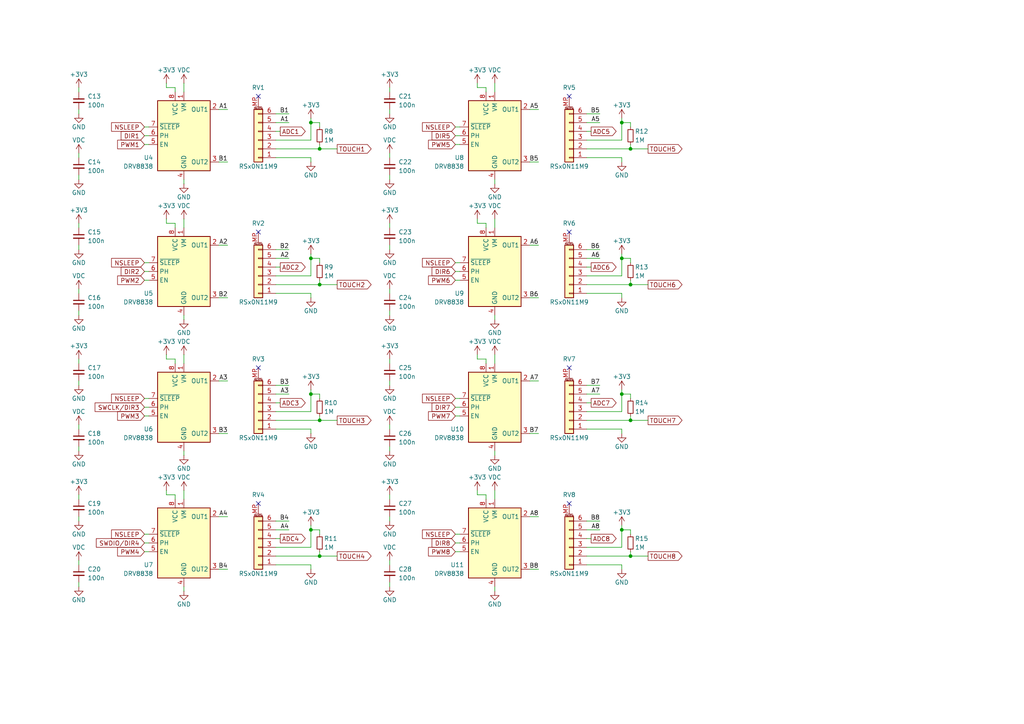
<source format=kicad_sch>
(kicad_sch
	(version 20231120)
	(generator "eeschema")
	(generator_version "8.0")
	(uuid "e36b14fa-84b8-4fbd-98cf-bb0ec2ab9dd8")
	(paper "A4")
	
	(junction
		(at 90.17 114.3)
		(diameter 0)
		(color 0 0 0 0)
		(uuid "0017cfd5-5ef7-4a45-8547-8cbaecc8d54e")
	)
	(junction
		(at 180.34 153.67)
		(diameter 0)
		(color 0 0 0 0)
		(uuid "0862a37c-41ed-4557-9f26-0fb31b9bc6f6")
	)
	(junction
		(at 90.17 35.56)
		(diameter 0)
		(color 0 0 0 0)
		(uuid "0ed2c0fb-f5e8-4227-967a-2263d4097fcb")
	)
	(junction
		(at 92.71 121.92)
		(diameter 0)
		(color 0 0 0 0)
		(uuid "2815fb5e-a7ba-4ab1-b7f2-147c78f9eeed")
	)
	(junction
		(at 180.34 35.56)
		(diameter 0)
		(color 0 0 0 0)
		(uuid "2cd0d41a-26a0-45a0-8292-d8396ac8ca99")
	)
	(junction
		(at 92.71 161.29)
		(diameter 0)
		(color 0 0 0 0)
		(uuid "499a99dc-33f9-4a24-8a49-ad9e4354338e")
	)
	(junction
		(at 180.34 114.3)
		(diameter 0)
		(color 0 0 0 0)
		(uuid "623c2e1c-7955-4f7f-bb48-e6027a399334")
	)
	(junction
		(at 90.17 74.93)
		(diameter 0)
		(color 0 0 0 0)
		(uuid "63970335-3af9-4ac5-88af-8b1fec717305")
	)
	(junction
		(at 182.88 43.18)
		(diameter 0)
		(color 0 0 0 0)
		(uuid "8786db33-87ae-492b-96a5-f1d22623fb65")
	)
	(junction
		(at 92.71 43.18)
		(diameter 0)
		(color 0 0 0 0)
		(uuid "9387302d-08b8-45fa-8dbf-7003f592c927")
	)
	(junction
		(at 182.88 82.55)
		(diameter 0)
		(color 0 0 0 0)
		(uuid "9b6aa133-35af-4e2e-bc4c-45b04f7ff7f9")
	)
	(junction
		(at 180.34 74.93)
		(diameter 0)
		(color 0 0 0 0)
		(uuid "9c44492d-393c-4403-b6bd-e068d5da4be4")
	)
	(junction
		(at 182.88 161.29)
		(diameter 0)
		(color 0 0 0 0)
		(uuid "b4e26f4a-e578-42df-8e98-5d82cd5237e0")
	)
	(junction
		(at 182.88 121.92)
		(diameter 0)
		(color 0 0 0 0)
		(uuid "cb477c6a-76a2-44d9-b9b3-bb8f8680b712")
	)
	(junction
		(at 90.17 153.67)
		(diameter 0)
		(color 0 0 0 0)
		(uuid "e61170d7-5e59-48f3-9c34-063d11f97b03")
	)
	(junction
		(at 92.71 82.55)
		(diameter 0)
		(color 0 0 0 0)
		(uuid "ece3234f-9d6e-432f-90d9-5a2febcfb872")
	)
	(no_connect
		(at 165.1 146.05)
		(uuid "3fc60a1a-2b61-4a59-bed3-aab843af0ac2")
	)
	(no_connect
		(at 74.93 106.68)
		(uuid "400cdcde-764c-40f8-b028-b1a529fcd2ff")
	)
	(no_connect
		(at 74.93 67.31)
		(uuid "474ff726-711f-4c8f-a185-0af77c605d40")
	)
	(no_connect
		(at 165.1 27.94)
		(uuid "53c35d50-b067-4342-9e90-10a7ba60085a")
	)
	(no_connect
		(at 74.93 27.94)
		(uuid "93daa83b-af62-4c39-b0ed-258c3d459f41")
	)
	(no_connect
		(at 165.1 106.68)
		(uuid "a2bedf3f-2a05-499a-9c8a-78735824fcb2")
	)
	(no_connect
		(at 74.93 146.05)
		(uuid "bb2eec38-f417-4ac5-918e-f5d39cc7e356")
	)
	(no_connect
		(at 165.1 67.31)
		(uuid "ef5fe2b0-221e-4173-b0c3-f4febf120fab")
	)
	(wire
		(pts
			(xy 138.43 64.77) (xy 138.43 63.5)
		)
		(stroke
			(width 0)
			(type default)
		)
		(uuid "00422eca-2fbf-4462-a0b4-eb0962673c46")
	)
	(wire
		(pts
			(xy 22.86 31.75) (xy 22.86 33.02)
		)
		(stroke
			(width 0)
			(type default)
		)
		(uuid "00618706-120b-46e3-bb08-ec7f0dddc09d")
	)
	(wire
		(pts
			(xy 90.17 74.93) (xy 92.71 74.93)
		)
		(stroke
			(width 0)
			(type default)
		)
		(uuid "0165222c-1a0f-4347-b170-5166f2c0f252")
	)
	(wire
		(pts
			(xy 113.03 123.19) (xy 113.03 124.46)
		)
		(stroke
			(width 0)
			(type default)
		)
		(uuid "01bc4a31-b15c-4971-b52b-0fd8a3324397")
	)
	(wire
		(pts
			(xy 80.01 121.92) (xy 92.71 121.92)
		)
		(stroke
			(width 0)
			(type default)
		)
		(uuid "05397073-a625-46e8-becc-adb7a94c2cbb")
	)
	(wire
		(pts
			(xy 63.5 71.12) (xy 66.04 71.12)
		)
		(stroke
			(width 0)
			(type default)
		)
		(uuid "075035b8-9d8e-4417-95f9-5bbb03e280f9")
	)
	(wire
		(pts
			(xy 180.34 153.67) (xy 182.88 153.67)
		)
		(stroke
			(width 0)
			(type default)
		)
		(uuid "079b66b1-0828-4831-9a46-7d0cd566b1b4")
	)
	(wire
		(pts
			(xy 170.18 151.13) (xy 173.99 151.13)
		)
		(stroke
			(width 0)
			(type default)
		)
		(uuid "07f7e0fd-ec06-4cbd-b1b1-1fda3480484d")
	)
	(wire
		(pts
			(xy 80.01 40.64) (xy 90.17 40.64)
		)
		(stroke
			(width 0)
			(type default)
		)
		(uuid "082e7b2c-3c0d-4113-b5d1-5a8d5c41de8d")
	)
	(wire
		(pts
			(xy 180.34 113.03) (xy 180.34 114.3)
		)
		(stroke
			(width 0)
			(type default)
		)
		(uuid "08c5dbc4-3417-4892-91aa-290b24f02490")
	)
	(wire
		(pts
			(xy 90.17 40.64) (xy 90.17 35.56)
		)
		(stroke
			(width 0)
			(type default)
		)
		(uuid "08f8daf1-3a77-4e5d-96f1-a1c3f1c3f100")
	)
	(wire
		(pts
			(xy 182.88 153.67) (xy 182.88 154.94)
		)
		(stroke
			(width 0)
			(type default)
		)
		(uuid "096d9251-199e-4889-bdbe-b17eab70e4e0")
	)
	(wire
		(pts
			(xy 53.34 142.24) (xy 53.34 144.78)
		)
		(stroke
			(width 0)
			(type default)
		)
		(uuid "09c0de5f-2f1d-4ff3-96a1-b5e070b4a982")
	)
	(wire
		(pts
			(xy 153.67 46.99) (xy 156.21 46.99)
		)
		(stroke
			(width 0)
			(type default)
		)
		(uuid "0a69d7a4-925d-4bf0-b823-6db66a7a1738")
	)
	(wire
		(pts
			(xy 143.51 91.44) (xy 143.51 92.71)
		)
		(stroke
			(width 0)
			(type default)
		)
		(uuid "0bb34b16-b4dc-4c0d-bd29-5ce62eb1daca")
	)
	(wire
		(pts
			(xy 153.67 125.73) (xy 156.21 125.73)
		)
		(stroke
			(width 0)
			(type default)
		)
		(uuid "0cb13ce4-4730-4b67-b0e9-2afe8c83fac7")
	)
	(wire
		(pts
			(xy 180.34 85.09) (xy 180.34 86.36)
		)
		(stroke
			(width 0)
			(type default)
		)
		(uuid "0e745bc0-b707-4f5a-9e8c-623e457727b2")
	)
	(wire
		(pts
			(xy 92.71 74.93) (xy 92.71 76.2)
		)
		(stroke
			(width 0)
			(type default)
		)
		(uuid "0e9b4f30-a4dd-4e71-b103-37a46964a39b")
	)
	(wire
		(pts
			(xy 22.86 123.19) (xy 22.86 124.46)
		)
		(stroke
			(width 0)
			(type default)
		)
		(uuid "0eeae869-6ade-4de1-9e4b-0df43aff6d20")
	)
	(wire
		(pts
			(xy 180.34 163.83) (xy 180.34 165.1)
		)
		(stroke
			(width 0)
			(type default)
		)
		(uuid "0f1a87f4-5f43-4d0f-b3ee-b6ab1c4641ff")
	)
	(wire
		(pts
			(xy 90.17 34.29) (xy 90.17 35.56)
		)
		(stroke
			(width 0)
			(type default)
		)
		(uuid "0fc75be0-b8b8-4b49-a1d4-9736b132dd03")
	)
	(wire
		(pts
			(xy 41.91 39.37) (xy 43.18 39.37)
		)
		(stroke
			(width 0)
			(type default)
		)
		(uuid "10a79ab2-adb5-4817-bf4c-e1ec3886ef37")
	)
	(wire
		(pts
			(xy 132.08 78.74) (xy 133.35 78.74)
		)
		(stroke
			(width 0)
			(type default)
		)
		(uuid "129faf5c-18cd-4132-9fd6-c7723976e0b7")
	)
	(wire
		(pts
			(xy 50.8 143.51) (xy 48.26 143.51)
		)
		(stroke
			(width 0)
			(type default)
		)
		(uuid "14514196-0dab-4422-a9fc-c6ea7615b359")
	)
	(wire
		(pts
			(xy 63.5 86.36) (xy 66.04 86.36)
		)
		(stroke
			(width 0)
			(type default)
		)
		(uuid "15da7035-7e32-4c2f-b4d6-0528a7c4e1f5")
	)
	(wire
		(pts
			(xy 48.26 104.14) (xy 48.26 102.87)
		)
		(stroke
			(width 0)
			(type default)
		)
		(uuid "1612f036-be09-4ae0-b35d-a4ac40b1d4df")
	)
	(wire
		(pts
			(xy 143.51 102.87) (xy 143.51 105.41)
		)
		(stroke
			(width 0)
			(type default)
		)
		(uuid "17f4f289-0ca5-4075-bd9e-333dbab4a1c6")
	)
	(wire
		(pts
			(xy 41.91 81.28) (xy 43.18 81.28)
		)
		(stroke
			(width 0)
			(type default)
		)
		(uuid "18c45818-2a1a-477b-afa4-ff215f8044ad")
	)
	(wire
		(pts
			(xy 80.01 156.21) (xy 81.28 156.21)
		)
		(stroke
			(width 0)
			(type default)
		)
		(uuid "1a26190e-30b4-43d5-b4ab-e2421161a517")
	)
	(wire
		(pts
			(xy 182.88 114.3) (xy 182.88 115.57)
		)
		(stroke
			(width 0)
			(type default)
		)
		(uuid "1a323a5e-7bd7-49eb-8dd9-3fa658827aca")
	)
	(wire
		(pts
			(xy 182.88 120.65) (xy 182.88 121.92)
		)
		(stroke
			(width 0)
			(type default)
		)
		(uuid "1b76a782-874d-462e-b80b-f86dd3eaa5c3")
	)
	(wire
		(pts
			(xy 132.08 120.65) (xy 133.35 120.65)
		)
		(stroke
			(width 0)
			(type default)
		)
		(uuid "1bd03935-13f0-4eab-97a2-80fa98e61d62")
	)
	(wire
		(pts
			(xy 180.34 124.46) (xy 180.34 125.73)
		)
		(stroke
			(width 0)
			(type default)
		)
		(uuid "1d72ac4a-20ff-469f-8fa8-597b1f798a39")
	)
	(wire
		(pts
			(xy 132.08 36.83) (xy 133.35 36.83)
		)
		(stroke
			(width 0)
			(type default)
		)
		(uuid "1e1f6504-4f90-440f-bbdd-cefbd77e0d0e")
	)
	(wire
		(pts
			(xy 22.86 83.82) (xy 22.86 85.09)
		)
		(stroke
			(width 0)
			(type default)
		)
		(uuid "1e4ae242-6353-4ed5-bfc3-6964c5db419d")
	)
	(wire
		(pts
			(xy 170.18 43.18) (xy 182.88 43.18)
		)
		(stroke
			(width 0)
			(type default)
		)
		(uuid "1f810fb0-fee0-44be-88d0-649589403228")
	)
	(wire
		(pts
			(xy 182.88 41.91) (xy 182.88 43.18)
		)
		(stroke
			(width 0)
			(type default)
		)
		(uuid "2284d070-2669-4239-b15a-1e844be1d70f")
	)
	(wire
		(pts
			(xy 132.08 160.02) (xy 133.35 160.02)
		)
		(stroke
			(width 0)
			(type default)
		)
		(uuid "23750b17-44db-462c-b5ea-69d862a6513e")
	)
	(wire
		(pts
			(xy 170.18 163.83) (xy 180.34 163.83)
		)
		(stroke
			(width 0)
			(type default)
		)
		(uuid "26a85a51-6b41-450b-a4e5-3efb701f7e10")
	)
	(wire
		(pts
			(xy 140.97 26.67) (xy 140.97 25.4)
		)
		(stroke
			(width 0)
			(type default)
		)
		(uuid "27a2bd75-2366-46df-ba7f-2ae81cb27749")
	)
	(wire
		(pts
			(xy 170.18 82.55) (xy 182.88 82.55)
		)
		(stroke
			(width 0)
			(type default)
		)
		(uuid "2cc4f8f1-2495-4129-bbde-67d37e0fafe4")
	)
	(wire
		(pts
			(xy 80.01 74.93) (xy 83.82 74.93)
		)
		(stroke
			(width 0)
			(type default)
		)
		(uuid "2d51c28b-5eb5-4adb-a763-8428548c0f11")
	)
	(wire
		(pts
			(xy 180.34 114.3) (xy 182.88 114.3)
		)
		(stroke
			(width 0)
			(type default)
		)
		(uuid "2e0f35d2-8ba7-41da-bcd7-4723ee57a8ed")
	)
	(wire
		(pts
			(xy 90.17 80.01) (xy 90.17 74.93)
		)
		(stroke
			(width 0)
			(type default)
		)
		(uuid "2f87ca08-9816-407e-8828-2568865e309d")
	)
	(wire
		(pts
			(xy 180.34 45.72) (xy 180.34 46.99)
		)
		(stroke
			(width 0)
			(type default)
		)
		(uuid "2fa636db-f89c-494c-b81f-67f1f1d8a47c")
	)
	(wire
		(pts
			(xy 170.18 74.93) (xy 173.99 74.93)
		)
		(stroke
			(width 0)
			(type default)
		)
		(uuid "32e9ed4b-f15b-42ba-9e4b-b879e65c1101")
	)
	(wire
		(pts
			(xy 132.08 76.2) (xy 133.35 76.2)
		)
		(stroke
			(width 0)
			(type default)
		)
		(uuid "32f093cc-0fce-4ce9-a1ee-df8451bdbfcb")
	)
	(wire
		(pts
			(xy 153.67 149.86) (xy 156.21 149.86)
		)
		(stroke
			(width 0)
			(type default)
		)
		(uuid "337c3ce8-7a34-4fb0-93fd-7b183b7f6828")
	)
	(wire
		(pts
			(xy 92.71 160.02) (xy 92.71 161.29)
		)
		(stroke
			(width 0)
			(type default)
		)
		(uuid "36d729d5-186b-4b27-a4f1-f3218909807e")
	)
	(wire
		(pts
			(xy 63.5 165.1) (xy 66.04 165.1)
		)
		(stroke
			(width 0)
			(type default)
		)
		(uuid "371b859a-e282-4fbd-a1bb-a13459f8a982")
	)
	(wire
		(pts
			(xy 170.18 72.39) (xy 173.99 72.39)
		)
		(stroke
			(width 0)
			(type default)
		)
		(uuid "3932e6a5-af7a-4c2b-97f3-ea02bdd0b825")
	)
	(wire
		(pts
			(xy 92.71 43.18) (xy 97.79 43.18)
		)
		(stroke
			(width 0)
			(type default)
		)
		(uuid "39b3a94d-d78b-4b28-b9f9-0b0b49ea44cd")
	)
	(wire
		(pts
			(xy 170.18 114.3) (xy 173.99 114.3)
		)
		(stroke
			(width 0)
			(type default)
		)
		(uuid "3afa1c1b-f589-4f97-a560-282c5d39ea3d")
	)
	(wire
		(pts
			(xy 132.08 41.91) (xy 133.35 41.91)
		)
		(stroke
			(width 0)
			(type default)
		)
		(uuid "3cbae1ac-b95f-470e-94ca-d91d25ecb56e")
	)
	(wire
		(pts
			(xy 143.51 63.5) (xy 143.51 66.04)
		)
		(stroke
			(width 0)
			(type default)
		)
		(uuid "3d0b434e-7f23-431c-a537-fbb658cdd01b")
	)
	(wire
		(pts
			(xy 170.18 40.64) (xy 180.34 40.64)
		)
		(stroke
			(width 0)
			(type default)
		)
		(uuid "3d19d131-71a9-4568-98b0-8ab2d70cddc6")
	)
	(wire
		(pts
			(xy 180.34 158.75) (xy 180.34 153.67)
		)
		(stroke
			(width 0)
			(type default)
		)
		(uuid "3e3d2ac9-c5a9-4c35-8149-eab80ebfa309")
	)
	(wire
		(pts
			(xy 53.34 52.07) (xy 53.34 53.34)
		)
		(stroke
			(width 0)
			(type default)
		)
		(uuid "3fcc83a9-c291-46db-a8a6-9f806606704c")
	)
	(wire
		(pts
			(xy 90.17 114.3) (xy 92.71 114.3)
		)
		(stroke
			(width 0)
			(type default)
		)
		(uuid "41731c0e-026d-4137-8847-43740e87b87b")
	)
	(wire
		(pts
			(xy 138.43 104.14) (xy 138.43 102.87)
		)
		(stroke
			(width 0)
			(type default)
		)
		(uuid "41c0da1f-e1a5-4e59-b652-d5b71254c216")
	)
	(wire
		(pts
			(xy 80.01 43.18) (xy 92.71 43.18)
		)
		(stroke
			(width 0)
			(type default)
		)
		(uuid "4232c34f-c317-45d6-8eab-4d6aa62e63a9")
	)
	(wire
		(pts
			(xy 41.91 154.94) (xy 43.18 154.94)
		)
		(stroke
			(width 0)
			(type default)
		)
		(uuid "4344dc7f-3a04-4abb-bb5f-6545ae1299a5")
	)
	(wire
		(pts
			(xy 170.18 161.29) (xy 182.88 161.29)
		)
		(stroke
			(width 0)
			(type default)
		)
		(uuid "436b3847-a5b8-416e-bfad-18d58110152a")
	)
	(wire
		(pts
			(xy 170.18 116.84) (xy 171.45 116.84)
		)
		(stroke
			(width 0)
			(type default)
		)
		(uuid "449d42b0-8857-4a70-b0c3-be391fe79c36")
	)
	(wire
		(pts
			(xy 132.08 39.37) (xy 133.35 39.37)
		)
		(stroke
			(width 0)
			(type default)
		)
		(uuid "44bd83f1-79e5-4e80-b99d-159a86e14e79")
	)
	(wire
		(pts
			(xy 113.03 64.77) (xy 113.03 66.04)
		)
		(stroke
			(width 0)
			(type default)
		)
		(uuid "450ca836-1c24-44cc-b7b3-d97d26c61d00")
	)
	(wire
		(pts
			(xy 63.5 149.86) (xy 66.04 149.86)
		)
		(stroke
			(width 0)
			(type default)
		)
		(uuid "466cd3fa-201d-47e8-9625-07b8c7d31e9e")
	)
	(wire
		(pts
			(xy 180.34 80.01) (xy 180.34 74.93)
		)
		(stroke
			(width 0)
			(type default)
		)
		(uuid "467e98a0-eaad-414f-a603-bf5755e2924e")
	)
	(wire
		(pts
			(xy 90.17 35.56) (xy 92.71 35.56)
		)
		(stroke
			(width 0)
			(type default)
		)
		(uuid "46e24e08-e5af-4740-a776-dc1545448d56")
	)
	(wire
		(pts
			(xy 153.67 31.75) (xy 156.21 31.75)
		)
		(stroke
			(width 0)
			(type default)
		)
		(uuid "4988605d-f645-4657-a1ab-c68a9cc78aa3")
	)
	(wire
		(pts
			(xy 48.26 25.4) (xy 48.26 24.13)
		)
		(stroke
			(width 0)
			(type default)
		)
		(uuid "4c19e016-789c-424c-9408-8e9769f28128")
	)
	(wire
		(pts
			(xy 80.01 33.02) (xy 83.82 33.02)
		)
		(stroke
			(width 0)
			(type default)
		)
		(uuid "4ca264d0-348a-4306-81c9-66121a9491fc")
	)
	(wire
		(pts
			(xy 90.17 153.67) (xy 92.71 153.67)
		)
		(stroke
			(width 0)
			(type default)
		)
		(uuid "4f048194-cc19-4a68-adf1-e16bc3c1e53d")
	)
	(wire
		(pts
			(xy 153.67 71.12) (xy 156.21 71.12)
		)
		(stroke
			(width 0)
			(type default)
		)
		(uuid "4f3098f3-9786-48c1-a4dd-2e56b355cfaf")
	)
	(wire
		(pts
			(xy 48.26 143.51) (xy 48.26 142.24)
		)
		(stroke
			(width 0)
			(type default)
		)
		(uuid "4f8abbed-4400-448a-863f-f64dfb273808")
	)
	(wire
		(pts
			(xy 90.17 45.72) (xy 90.17 46.99)
		)
		(stroke
			(width 0)
			(type default)
		)
		(uuid "4f9720ca-1a39-49d8-bd0c-3c192ecd483e")
	)
	(wire
		(pts
			(xy 153.67 110.49) (xy 156.21 110.49)
		)
		(stroke
			(width 0)
			(type default)
		)
		(uuid "503f646f-04dc-4b52-9f4b-bdd1ba7eb2ec")
	)
	(wire
		(pts
			(xy 80.01 82.55) (xy 92.71 82.55)
		)
		(stroke
			(width 0)
			(type default)
		)
		(uuid "51332e49-cd8b-493d-b28c-838fb1fe258e")
	)
	(wire
		(pts
			(xy 182.88 160.02) (xy 182.88 161.29)
		)
		(stroke
			(width 0)
			(type default)
		)
		(uuid "536ed49a-c941-4418-a8b9-860486ff5d11")
	)
	(wire
		(pts
			(xy 113.03 104.14) (xy 113.03 105.41)
		)
		(stroke
			(width 0)
			(type default)
		)
		(uuid "53f4733e-b0f5-4fab-97cf-e18f2d363ced")
	)
	(wire
		(pts
			(xy 170.18 38.1) (xy 171.45 38.1)
		)
		(stroke
			(width 0)
			(type default)
		)
		(uuid "54e95ada-da15-41e7-87a7-a2a7cd7b10d4")
	)
	(wire
		(pts
			(xy 41.91 78.74) (xy 43.18 78.74)
		)
		(stroke
			(width 0)
			(type default)
		)
		(uuid "579b504a-76db-433c-92fe-de14a1d0a48f")
	)
	(wire
		(pts
			(xy 80.01 158.75) (xy 90.17 158.75)
		)
		(stroke
			(width 0)
			(type default)
		)
		(uuid "58a88c68-146a-487a-984c-0246806503d1")
	)
	(wire
		(pts
			(xy 41.91 157.48) (xy 43.18 157.48)
		)
		(stroke
			(width 0)
			(type default)
		)
		(uuid "58ec8573-abb0-4f1f-bdba-186084537964")
	)
	(wire
		(pts
			(xy 180.34 152.4) (xy 180.34 153.67)
		)
		(stroke
			(width 0)
			(type default)
		)
		(uuid "5b62df70-9818-491b-8278-aeb3883125d6")
	)
	(wire
		(pts
			(xy 80.01 77.47) (xy 81.28 77.47)
		)
		(stroke
			(width 0)
			(type default)
		)
		(uuid "5dafc1a2-6967-4f07-942a-ea1d63622104")
	)
	(wire
		(pts
			(xy 170.18 77.47) (xy 171.45 77.47)
		)
		(stroke
			(width 0)
			(type default)
		)
		(uuid "5f32a9b9-cc01-4b22-a7e1-1b6c4c3a02fa")
	)
	(wire
		(pts
			(xy 113.03 50.8) (xy 113.03 52.07)
		)
		(stroke
			(width 0)
			(type default)
		)
		(uuid "5f58d1bc-b11e-4d43-abce-7709196a6a33")
	)
	(wire
		(pts
			(xy 92.71 82.55) (xy 97.79 82.55)
		)
		(stroke
			(width 0)
			(type default)
		)
		(uuid "5fa42f9e-5658-4baa-9a1c-4e136dd02fc9")
	)
	(wire
		(pts
			(xy 90.17 124.46) (xy 90.17 125.73)
		)
		(stroke
			(width 0)
			(type default)
		)
		(uuid "637afaa7-f989-4a20-848a-2b520a812d04")
	)
	(wire
		(pts
			(xy 90.17 163.83) (xy 90.17 165.1)
		)
		(stroke
			(width 0)
			(type default)
		)
		(uuid "63ce6a3a-71f2-46e2-b158-802f46b3a09d")
	)
	(wire
		(pts
			(xy 153.67 165.1) (xy 156.21 165.1)
		)
		(stroke
			(width 0)
			(type default)
		)
		(uuid "6436399f-aaa7-4072-afa7-996201634fb4")
	)
	(wire
		(pts
			(xy 80.01 35.56) (xy 83.82 35.56)
		)
		(stroke
			(width 0)
			(type default)
		)
		(uuid "6473da0c-58dd-49df-b937-a4fc5e8f7c06")
	)
	(wire
		(pts
			(xy 180.34 35.56) (xy 182.88 35.56)
		)
		(stroke
			(width 0)
			(type default)
		)
		(uuid "663851b4-db29-4d1f-890b-6d365aeaae07")
	)
	(wire
		(pts
			(xy 92.71 121.92) (xy 97.79 121.92)
		)
		(stroke
			(width 0)
			(type default)
		)
		(uuid "666ca4d7-715f-43a5-9192-773408495cca")
	)
	(wire
		(pts
			(xy 132.08 118.11) (xy 133.35 118.11)
		)
		(stroke
			(width 0)
			(type default)
		)
		(uuid "667e3649-685c-4111-9b19-7601a299f42d")
	)
	(wire
		(pts
			(xy 140.97 64.77) (xy 138.43 64.77)
		)
		(stroke
			(width 0)
			(type default)
		)
		(uuid "679bab94-985b-4dbd-99c4-cb3c80b3bb44")
	)
	(wire
		(pts
			(xy 132.08 81.28) (xy 133.35 81.28)
		)
		(stroke
			(width 0)
			(type default)
		)
		(uuid "68412547-4293-46a2-8afa-9a41df6d19f9")
	)
	(wire
		(pts
			(xy 41.91 41.91) (xy 43.18 41.91)
		)
		(stroke
			(width 0)
			(type default)
		)
		(uuid "69cf2eac-cd9f-4b4e-bbd3-36cd8c732fa9")
	)
	(wire
		(pts
			(xy 113.03 83.82) (xy 113.03 85.09)
		)
		(stroke
			(width 0)
			(type default)
		)
		(uuid "6de9ea56-7490-41e1-a1a6-5b8e8846184f")
	)
	(wire
		(pts
			(xy 63.5 125.73) (xy 66.04 125.73)
		)
		(stroke
			(width 0)
			(type default)
		)
		(uuid "6e11a69e-c8e6-42ab-9a24-359ab72791bf")
	)
	(wire
		(pts
			(xy 170.18 153.67) (xy 173.99 153.67)
		)
		(stroke
			(width 0)
			(type default)
		)
		(uuid "6e4a2041-88f4-4984-a5d6-cddec1a0611c")
	)
	(wire
		(pts
			(xy 22.86 168.91) (xy 22.86 170.18)
		)
		(stroke
			(width 0)
			(type default)
		)
		(uuid "6e90a46d-100f-4339-a69b-507eb6b7336e")
	)
	(wire
		(pts
			(xy 80.01 45.72) (xy 90.17 45.72)
		)
		(stroke
			(width 0)
			(type default)
		)
		(uuid "6fe0fc0a-b3e0-42f9-a7b5-0c21f5fe6e78")
	)
	(wire
		(pts
			(xy 140.97 144.78) (xy 140.97 143.51)
		)
		(stroke
			(width 0)
			(type default)
		)
		(uuid "70b64a3f-1a14-4e04-afb7-da6c3be1abf8")
	)
	(wire
		(pts
			(xy 90.17 85.09) (xy 90.17 86.36)
		)
		(stroke
			(width 0)
			(type default)
		)
		(uuid "71cbd0a1-5aca-4816-9d09-33017bf4d369")
	)
	(wire
		(pts
			(xy 53.34 24.13) (xy 53.34 26.67)
		)
		(stroke
			(width 0)
			(type default)
		)
		(uuid "71db6014-4b0f-4c6d-b390-f12ae83e5c0a")
	)
	(wire
		(pts
			(xy 80.01 111.76) (xy 83.82 111.76)
		)
		(stroke
			(width 0)
			(type default)
		)
		(uuid "72b98279-aea7-4bfc-b35e-586ed99dc12d")
	)
	(wire
		(pts
			(xy 180.34 34.29) (xy 180.34 35.56)
		)
		(stroke
			(width 0)
			(type default)
		)
		(uuid "73055be0-0392-4d9b-a093-077dcb1db52d")
	)
	(wire
		(pts
			(xy 153.67 86.36) (xy 156.21 86.36)
		)
		(stroke
			(width 0)
			(type default)
		)
		(uuid "73925dc1-f165-4acb-adf7-7a876fdf15ac")
	)
	(wire
		(pts
			(xy 22.86 64.77) (xy 22.86 66.04)
		)
		(stroke
			(width 0)
			(type default)
		)
		(uuid "7558f0ff-885c-470c-bfae-6406968a4e2c")
	)
	(wire
		(pts
			(xy 113.03 162.56) (xy 113.03 163.83)
		)
		(stroke
			(width 0)
			(type default)
		)
		(uuid "75e483b8-2ffa-4049-a300-da96b89e22af")
	)
	(wire
		(pts
			(xy 180.34 74.93) (xy 182.88 74.93)
		)
		(stroke
			(width 0)
			(type default)
		)
		(uuid "76299220-fc3d-4406-9d31-e089fa1719eb")
	)
	(wire
		(pts
			(xy 170.18 124.46) (xy 180.34 124.46)
		)
		(stroke
			(width 0)
			(type default)
		)
		(uuid "76d62e0c-ebd1-4603-910d-649317d004e0")
	)
	(wire
		(pts
			(xy 143.51 142.24) (xy 143.51 144.78)
		)
		(stroke
			(width 0)
			(type default)
		)
		(uuid "7759cb65-e6a3-40ec-87e4-6c43fa72529e")
	)
	(wire
		(pts
			(xy 182.88 81.28) (xy 182.88 82.55)
		)
		(stroke
			(width 0)
			(type default)
		)
		(uuid "778868c2-2074-41e5-bd34-c176af117c79")
	)
	(wire
		(pts
			(xy 182.88 82.55) (xy 187.96 82.55)
		)
		(stroke
			(width 0)
			(type default)
		)
		(uuid "78c931fb-403f-4f52-a794-0efd15815eed")
	)
	(wire
		(pts
			(xy 53.34 170.18) (xy 53.34 171.45)
		)
		(stroke
			(width 0)
			(type default)
		)
		(uuid "7965bfc4-b307-4e20-8b7c-5963d0de07e8")
	)
	(wire
		(pts
			(xy 132.08 115.57) (xy 133.35 115.57)
		)
		(stroke
			(width 0)
			(type default)
		)
		(uuid "7b3ce0d9-5806-4f86-8312-fa7b9e4c1186")
	)
	(wire
		(pts
			(xy 48.26 64.77) (xy 48.26 63.5)
		)
		(stroke
			(width 0)
			(type default)
		)
		(uuid "7d1d2341-39b4-4538-ab59-a972c08b759d")
	)
	(wire
		(pts
			(xy 170.18 121.92) (xy 182.88 121.92)
		)
		(stroke
			(width 0)
			(type default)
		)
		(uuid "81a4a588-2a16-488a-acf1-0d1f6c153421")
	)
	(wire
		(pts
			(xy 53.34 130.81) (xy 53.34 132.08)
		)
		(stroke
			(width 0)
			(type default)
		)
		(uuid "81af8ebb-94e1-467a-8de4-53bddcd439d6")
	)
	(wire
		(pts
			(xy 143.51 24.13) (xy 143.51 26.67)
		)
		(stroke
			(width 0)
			(type default)
		)
		(uuid "81fc3261-91ce-4760-8049-10a895b651cd")
	)
	(wire
		(pts
			(xy 92.71 81.28) (xy 92.71 82.55)
		)
		(stroke
			(width 0)
			(type default)
		)
		(uuid "83d8a7f4-4815-49c2-a54e-2a0d9e9d9d40")
	)
	(wire
		(pts
			(xy 170.18 119.38) (xy 180.34 119.38)
		)
		(stroke
			(width 0)
			(type default)
		)
		(uuid "83e45950-67a4-4152-963a-2e71fd2f0600")
	)
	(wire
		(pts
			(xy 80.01 163.83) (xy 90.17 163.83)
		)
		(stroke
			(width 0)
			(type default)
		)
		(uuid "84953d0b-cce6-4d11-bb99-f28bab687817")
	)
	(wire
		(pts
			(xy 80.01 80.01) (xy 90.17 80.01)
		)
		(stroke
			(width 0)
			(type default)
		)
		(uuid "8885a286-ba61-498a-9851-dae1b3a91370")
	)
	(wire
		(pts
			(xy 140.97 105.41) (xy 140.97 104.14)
		)
		(stroke
			(width 0)
			(type default)
		)
		(uuid "8b23f1b1-39a3-42a6-91ee-9787d717baae")
	)
	(wire
		(pts
			(xy 140.97 143.51) (xy 138.43 143.51)
		)
		(stroke
			(width 0)
			(type default)
		)
		(uuid "8ba4565c-8bf2-422b-a798-5e3742ac113e")
	)
	(wire
		(pts
			(xy 143.51 130.81) (xy 143.51 132.08)
		)
		(stroke
			(width 0)
			(type default)
		)
		(uuid "8ba5261e-95cf-49fb-8607-887a51c20241")
	)
	(wire
		(pts
			(xy 143.51 170.18) (xy 143.51 171.45)
		)
		(stroke
			(width 0)
			(type default)
		)
		(uuid "8c842eec-1494-48d1-8c3f-78c924d13b9f")
	)
	(wire
		(pts
			(xy 170.18 111.76) (xy 173.99 111.76)
		)
		(stroke
			(width 0)
			(type default)
		)
		(uuid "8cb254d2-6c8d-4b4d-b92d-89ec5b555239")
	)
	(wire
		(pts
			(xy 182.88 74.93) (xy 182.88 76.2)
		)
		(stroke
			(width 0)
			(type default)
		)
		(uuid "8d6b3a30-e136-41b9-939f-8b71a17813ed")
	)
	(wire
		(pts
			(xy 50.8 64.77) (xy 48.26 64.77)
		)
		(stroke
			(width 0)
			(type default)
		)
		(uuid "8e84a06a-d7c4-468a-bb8e-af15f9e4a902")
	)
	(wire
		(pts
			(xy 22.86 110.49) (xy 22.86 111.76)
		)
		(stroke
			(width 0)
			(type default)
		)
		(uuid "9058268d-919b-47b4-8201-cf657f087cd9")
	)
	(wire
		(pts
			(xy 138.43 25.4) (xy 138.43 24.13)
		)
		(stroke
			(width 0)
			(type default)
		)
		(uuid "915ee37e-e56f-45b0-9f40-737376d2edad")
	)
	(wire
		(pts
			(xy 180.34 73.66) (xy 180.34 74.93)
		)
		(stroke
			(width 0)
			(type default)
		)
		(uuid "96bfa592-3cf9-46fd-9bcb-d3e4360c16c8")
	)
	(wire
		(pts
			(xy 113.03 44.45) (xy 113.03 45.72)
		)
		(stroke
			(width 0)
			(type default)
		)
		(uuid "9782976e-a0fc-45f2-b563-124cf1eb765f")
	)
	(wire
		(pts
			(xy 132.08 157.48) (xy 133.35 157.48)
		)
		(stroke
			(width 0)
			(type default)
		)
		(uuid "9830e61a-3f4a-41ac-ba1a-19dea9ab4bc8")
	)
	(wire
		(pts
			(xy 50.8 25.4) (xy 48.26 25.4)
		)
		(stroke
			(width 0)
			(type default)
		)
		(uuid "986c09d0-8ee4-46b2-84a7-09d8fd722814")
	)
	(wire
		(pts
			(xy 90.17 113.03) (xy 90.17 114.3)
		)
		(stroke
			(width 0)
			(type default)
		)
		(uuid "9871ebbf-0740-4bd2-9763-5acf0db37cb1")
	)
	(wire
		(pts
			(xy 113.03 143.51) (xy 113.03 144.78)
		)
		(stroke
			(width 0)
			(type default)
		)
		(uuid "98c9adcc-fb19-47ee-a04e-57f2c2127ccc")
	)
	(wire
		(pts
			(xy 53.34 63.5) (xy 53.34 66.04)
		)
		(stroke
			(width 0)
			(type default)
		)
		(uuid "9d7d6628-7f6a-428f-8757-c48853c18c2b")
	)
	(wire
		(pts
			(xy 50.8 104.14) (xy 48.26 104.14)
		)
		(stroke
			(width 0)
			(type default)
		)
		(uuid "9e141522-eb08-4561-b39c-5fb6a66bca91")
	)
	(wire
		(pts
			(xy 80.01 119.38) (xy 90.17 119.38)
		)
		(stroke
			(width 0)
			(type default)
		)
		(uuid "9e34e319-5990-438a-b2a6-d9cc44b57aca")
	)
	(wire
		(pts
			(xy 80.01 124.46) (xy 90.17 124.46)
		)
		(stroke
			(width 0)
			(type default)
		)
		(uuid "a015f85b-2842-4ad4-abdd-69d258e50aa7")
	)
	(wire
		(pts
			(xy 92.71 35.56) (xy 92.71 36.83)
		)
		(stroke
			(width 0)
			(type default)
		)
		(uuid "a0c3558d-fe5e-4a1c-ae66-f6fe1b86e77d")
	)
	(wire
		(pts
			(xy 170.18 158.75) (xy 180.34 158.75)
		)
		(stroke
			(width 0)
			(type default)
		)
		(uuid "a670290f-808b-43b7-8074-e94713cfca1e")
	)
	(wire
		(pts
			(xy 170.18 80.01) (xy 180.34 80.01)
		)
		(stroke
			(width 0)
			(type default)
		)
		(uuid "a7490528-c690-4761-bd98-e098a55665d5")
	)
	(wire
		(pts
			(xy 113.03 168.91) (xy 113.03 170.18)
		)
		(stroke
			(width 0)
			(type default)
		)
		(uuid "a854873a-9670-40b3-908d-441044a9ed23")
	)
	(wire
		(pts
			(xy 22.86 90.17) (xy 22.86 91.44)
		)
		(stroke
			(width 0)
			(type default)
		)
		(uuid "a913847e-4373-4512-bd02-3780d1a9c520")
	)
	(wire
		(pts
			(xy 22.86 162.56) (xy 22.86 163.83)
		)
		(stroke
			(width 0)
			(type default)
		)
		(uuid "ab7243e3-3410-4c81-acc6-703dce0807ac")
	)
	(wire
		(pts
			(xy 180.34 119.38) (xy 180.34 114.3)
		)
		(stroke
			(width 0)
			(type default)
		)
		(uuid "ad35c657-e864-4664-ba29-267822b7de1e")
	)
	(wire
		(pts
			(xy 63.5 110.49) (xy 66.04 110.49)
		)
		(stroke
			(width 0)
			(type default)
		)
		(uuid "b0262610-b734-4ccc-ac6d-bf8049fb88ee")
	)
	(wire
		(pts
			(xy 22.86 104.14) (xy 22.86 105.41)
		)
		(stroke
			(width 0)
			(type default)
		)
		(uuid "b1ca75ad-a502-40e6-84a1-0ee7ad595318")
	)
	(wire
		(pts
			(xy 41.91 36.83) (xy 43.18 36.83)
		)
		(stroke
			(width 0)
			(type default)
		)
		(uuid "b3155a2f-22b5-4c47-b0ab-269667306dfb")
	)
	(wire
		(pts
			(xy 41.91 118.11) (xy 43.18 118.11)
		)
		(stroke
			(width 0)
			(type default)
		)
		(uuid "b53e2659-1292-4b9a-bc2a-eec265b4a0a0")
	)
	(wire
		(pts
			(xy 50.8 66.04) (xy 50.8 64.77)
		)
		(stroke
			(width 0)
			(type default)
		)
		(uuid "b56a06ca-f97c-40ce-a796-92d82100fa98")
	)
	(wire
		(pts
			(xy 22.86 44.45) (xy 22.86 45.72)
		)
		(stroke
			(width 0)
			(type default)
		)
		(uuid "b7cc8b6b-9344-4504-8b7e-9de0c19452c9")
	)
	(wire
		(pts
			(xy 80.01 151.13) (xy 83.82 151.13)
		)
		(stroke
			(width 0)
			(type default)
		)
		(uuid "bea5977b-d287-44ce-b27b-d639e9641d10")
	)
	(wire
		(pts
			(xy 53.34 91.44) (xy 53.34 92.71)
		)
		(stroke
			(width 0)
			(type default)
		)
		(uuid "bf15269a-b9df-4ac4-b4bd-b9549366d207")
	)
	(wire
		(pts
			(xy 138.43 143.51) (xy 138.43 142.24)
		)
		(stroke
			(width 0)
			(type default)
		)
		(uuid "c04fe4a6-8a2d-4e16-ab8d-24f6158c0941")
	)
	(wire
		(pts
			(xy 63.5 46.99) (xy 66.04 46.99)
		)
		(stroke
			(width 0)
			(type default)
		)
		(uuid "c0fc1208-7012-4fb9-9d71-fc351b89e7b7")
	)
	(wire
		(pts
			(xy 182.88 121.92) (xy 187.96 121.92)
		)
		(stroke
			(width 0)
			(type default)
		)
		(uuid "c12e2d1b-755b-40eb-9d2a-4644ee9deade")
	)
	(wire
		(pts
			(xy 50.8 144.78) (xy 50.8 143.51)
		)
		(stroke
			(width 0)
			(type default)
		)
		(uuid "c1f87b66-25ad-4712-bd1c-5f36c0fd49cc")
	)
	(wire
		(pts
			(xy 22.86 143.51) (xy 22.86 144.78)
		)
		(stroke
			(width 0)
			(type default)
		)
		(uuid "c241bbbc-84f6-4531-a10d-aab64cc109ef")
	)
	(wire
		(pts
			(xy 182.88 161.29) (xy 187.96 161.29)
		)
		(stroke
			(width 0)
			(type default)
		)
		(uuid "c2e8c323-80b2-40df-acbe-9d0e6e5317f9")
	)
	(wire
		(pts
			(xy 41.91 115.57) (xy 43.18 115.57)
		)
		(stroke
			(width 0)
			(type default)
		)
		(uuid "c335c038-a361-4183-ac2c-2b1892c0e5f1")
	)
	(wire
		(pts
			(xy 80.01 85.09) (xy 90.17 85.09)
		)
		(stroke
			(width 0)
			(type default)
		)
		(uuid "c60e498f-c92b-4157-b2df-44769ae1ef47")
	)
	(wire
		(pts
			(xy 92.71 120.65) (xy 92.71 121.92)
		)
		(stroke
			(width 0)
			(type default)
		)
		(uuid "c6720d16-60db-4e46-92c5-d8feef4f8b07")
	)
	(wire
		(pts
			(xy 22.86 25.4) (xy 22.86 26.67)
		)
		(stroke
			(width 0)
			(type default)
		)
		(uuid "c6fb2610-dd75-4224-bb1f-20fd3cadff38")
	)
	(wire
		(pts
			(xy 113.03 149.86) (xy 113.03 151.13)
		)
		(stroke
			(width 0)
			(type default)
		)
		(uuid "c711fd25-eae9-4aa2-96db-00b7b328c629")
	)
	(wire
		(pts
			(xy 80.01 116.84) (xy 81.28 116.84)
		)
		(stroke
			(width 0)
			(type default)
		)
		(uuid "c84076cd-5f74-4589-bcc2-194c38301602")
	)
	(wire
		(pts
			(xy 41.91 160.02) (xy 43.18 160.02)
		)
		(stroke
			(width 0)
			(type default)
		)
		(uuid "c88d154f-33e8-4d27-a0c9-069cc38d7b51")
	)
	(wire
		(pts
			(xy 90.17 119.38) (xy 90.17 114.3)
		)
		(stroke
			(width 0)
			(type default)
		)
		(uuid "c8ab4bb3-b4fb-487b-a34e-f40fe0149652")
	)
	(wire
		(pts
			(xy 22.86 71.12) (xy 22.86 72.39)
		)
		(stroke
			(width 0)
			(type default)
		)
		(uuid "cc3137c5-be50-4d13-8875-546b9affd359")
	)
	(wire
		(pts
			(xy 113.03 90.17) (xy 113.03 91.44)
		)
		(stroke
			(width 0)
			(type default)
		)
		(uuid "cd716450-b874-4605-95c8-98746d39aa60")
	)
	(wire
		(pts
			(xy 22.86 50.8) (xy 22.86 52.07)
		)
		(stroke
			(width 0)
			(type default)
		)
		(uuid "cedb4b96-ada9-449b-b76f-53ea268bee3c")
	)
	(wire
		(pts
			(xy 180.34 40.64) (xy 180.34 35.56)
		)
		(stroke
			(width 0)
			(type default)
		)
		(uuid "d074df19-a458-49e2-96b1-ca67653f93a1")
	)
	(wire
		(pts
			(xy 90.17 152.4) (xy 90.17 153.67)
		)
		(stroke
			(width 0)
			(type default)
		)
		(uuid "d1bcae40-624f-47b9-9091-ae2ff491e267")
	)
	(wire
		(pts
			(xy 170.18 85.09) (xy 180.34 85.09)
		)
		(stroke
			(width 0)
			(type default)
		)
		(uuid "d1f015e2-5373-4c16-9695-f6139007e12e")
	)
	(wire
		(pts
			(xy 92.71 153.67) (xy 92.71 154.94)
		)
		(stroke
			(width 0)
			(type default)
		)
		(uuid "d2bd84e8-3f94-48be-90a2-007f9290f0a6")
	)
	(wire
		(pts
			(xy 80.01 114.3) (xy 83.82 114.3)
		)
		(stroke
			(width 0)
			(type default)
		)
		(uuid "d372e8d4-ac5c-4816-b038-88e65dc5f071")
	)
	(wire
		(pts
			(xy 92.71 114.3) (xy 92.71 115.57)
		)
		(stroke
			(width 0)
			(type default)
		)
		(uuid "d474d3b8-6995-4a69-9357-984b3fc2a6ec")
	)
	(wire
		(pts
			(xy 140.97 66.04) (xy 140.97 64.77)
		)
		(stroke
			(width 0)
			(type default)
		)
		(uuid "d47d449a-6d77-4b1a-8d0d-5151d0ddfdea")
	)
	(wire
		(pts
			(xy 113.03 25.4) (xy 113.03 26.67)
		)
		(stroke
			(width 0)
			(type default)
		)
		(uuid "d48aa4df-6851-4630-a108-ae2a6c3d8284")
	)
	(wire
		(pts
			(xy 143.51 52.07) (xy 143.51 53.34)
		)
		(stroke
			(width 0)
			(type default)
		)
		(uuid "d4a139a3-8c38-41bb-b9a3-122a8980bed2")
	)
	(wire
		(pts
			(xy 132.08 154.94) (xy 133.35 154.94)
		)
		(stroke
			(width 0)
			(type default)
		)
		(uuid "d6dfcae0-712c-43df-a5bc-2c4745dfe43a")
	)
	(wire
		(pts
			(xy 90.17 73.66) (xy 90.17 74.93)
		)
		(stroke
			(width 0)
			(type default)
		)
		(uuid "d8163b85-a374-4a6f-8d36-43a3f18a4ed9")
	)
	(wire
		(pts
			(xy 170.18 35.56) (xy 173.99 35.56)
		)
		(stroke
			(width 0)
			(type default)
		)
		(uuid "d8a38d9d-61c6-4100-a520-3d190d3c551b")
	)
	(wire
		(pts
			(xy 170.18 156.21) (xy 171.45 156.21)
		)
		(stroke
			(width 0)
			(type default)
		)
		(uuid "d9b0a595-bbe9-4147-a219-cb3139e1dd14")
	)
	(wire
		(pts
			(xy 113.03 31.75) (xy 113.03 33.02)
		)
		(stroke
			(width 0)
			(type default)
		)
		(uuid "dae56ed7-1d3f-417b-b12f-c357f8cc31f6")
	)
	(wire
		(pts
			(xy 53.34 102.87) (xy 53.34 105.41)
		)
		(stroke
			(width 0)
			(type default)
		)
		(uuid "db404be0-24dc-4219-88a3-925435ad2f46")
	)
	(wire
		(pts
			(xy 170.18 33.02) (xy 173.99 33.02)
		)
		(stroke
			(width 0)
			(type default)
		)
		(uuid "df4cd64b-978d-4606-aafe-b0d4085d3829")
	)
	(wire
		(pts
			(xy 22.86 149.86) (xy 22.86 151.13)
		)
		(stroke
			(width 0)
			(type default)
		)
		(uuid "df8fb012-9150-4eeb-bba6-4c77c32eaea3")
	)
	(wire
		(pts
			(xy 113.03 129.54) (xy 113.03 130.81)
		)
		(stroke
			(width 0)
			(type default)
		)
		(uuid "e0505951-20f0-4880-a0dc-79e3b26f7283")
	)
	(wire
		(pts
			(xy 182.88 35.56) (xy 182.88 36.83)
		)
		(stroke
			(width 0)
			(type default)
		)
		(uuid "e10f3c10-cb5e-4ada-bdac-64ff506bb572")
	)
	(wire
		(pts
			(xy 170.18 45.72) (xy 180.34 45.72)
		)
		(stroke
			(width 0)
			(type default)
		)
		(uuid "e4c04d9a-4f48-4a10-a85c-8279e137d6f3")
	)
	(wire
		(pts
			(xy 92.71 41.91) (xy 92.71 43.18)
		)
		(stroke
			(width 0)
			(type default)
		)
		(uuid "e51f3240-aafa-40c5-9f25-c09f926ba03b")
	)
	(wire
		(pts
			(xy 50.8 26.67) (xy 50.8 25.4)
		)
		(stroke
			(width 0)
			(type default)
		)
		(uuid "e5b9b4aa-9380-45a4-b38b-5b893da363ba")
	)
	(wire
		(pts
			(xy 80.01 72.39) (xy 83.82 72.39)
		)
		(stroke
			(width 0)
			(type default)
		)
		(uuid "e810060b-cdad-40ac-8bfd-2c43679cd0fd")
	)
	(wire
		(pts
			(xy 41.91 76.2) (xy 43.18 76.2)
		)
		(stroke
			(width 0)
			(type default)
		)
		(uuid "e82a1d96-2a0c-409c-94e7-84800ee3e633")
	)
	(wire
		(pts
			(xy 80.01 38.1) (xy 81.28 38.1)
		)
		(stroke
			(width 0)
			(type default)
		)
		(uuid "e8fdefae-ec7d-44b9-891e-dfc09b664833")
	)
	(wire
		(pts
			(xy 80.01 161.29) (xy 92.71 161.29)
		)
		(stroke
			(width 0)
			(type default)
		)
		(uuid "ea7283ba-e2ba-4b85-927c-5234c591b11f")
	)
	(wire
		(pts
			(xy 92.71 161.29) (xy 97.79 161.29)
		)
		(stroke
			(width 0)
			(type default)
		)
		(uuid "eadc7343-6610-4eb3-9bf0-04d45535f5ee")
	)
	(wire
		(pts
			(xy 90.17 158.75) (xy 90.17 153.67)
		)
		(stroke
			(width 0)
			(type default)
		)
		(uuid "ecd92452-1157-4828-96de-eea57fc53375")
	)
	(wire
		(pts
			(xy 63.5 31.75) (xy 66.04 31.75)
		)
		(stroke
			(width 0)
			(type default)
		)
		(uuid "ef036dec-0e45-4862-82e5-f76a91cc8b68")
	)
	(wire
		(pts
			(xy 113.03 71.12) (xy 113.03 72.39)
		)
		(stroke
			(width 0)
			(type default)
		)
		(uuid "f0bc0e74-da4e-4378-9883-972f1bda3ffb")
	)
	(wire
		(pts
			(xy 113.03 110.49) (xy 113.03 111.76)
		)
		(stroke
			(width 0)
			(type default)
		)
		(uuid "f45d1553-2b93-411a-8adb-ac9750220265")
	)
	(wire
		(pts
			(xy 140.97 25.4) (xy 138.43 25.4)
		)
		(stroke
			(width 0)
			(type default)
		)
		(uuid "f67357eb-f9fd-4dd0-909d-32edffb6d548")
	)
	(wire
		(pts
			(xy 80.01 153.67) (xy 83.82 153.67)
		)
		(stroke
			(width 0)
			(type default)
		)
		(uuid "f865fb58-504e-4fda-9de9-69befa5887ae")
	)
	(wire
		(pts
			(xy 182.88 43.18) (xy 187.96 43.18)
		)
		(stroke
			(width 0)
			(type default)
		)
		(uuid "fbbe0d6b-5540-43d5-910f-5c7339813e67")
	)
	(wire
		(pts
			(xy 41.91 120.65) (xy 43.18 120.65)
		)
		(stroke
			(width 0)
			(type default)
		)
		(uuid "fd755819-bcc8-421b-8841-cbe5629f88bf")
	)
	(wire
		(pts
			(xy 50.8 105.41) (xy 50.8 104.14)
		)
		(stroke
			(width 0)
			(type default)
		)
		(uuid "fd916a51-b599-4993-98e4-d33b01828dbe")
	)
	(wire
		(pts
			(xy 140.97 104.14) (xy 138.43 104.14)
		)
		(stroke
			(width 0)
			(type default)
		)
		(uuid "fe3e6cc1-4584-4fbb-9fd6-d0bef107b538")
	)
	(wire
		(pts
			(xy 22.86 129.54) (xy 22.86 130.81)
		)
		(stroke
			(width 0)
			(type default)
		)
		(uuid "fff990c5-37f2-42b4-b5a6-ec294d339da6")
	)
	(label "A8"
		(at 173.99 153.67 180)
		(fields_autoplaced yes)
		(effects
			(font
				(size 1.27 1.27)
			)
			(justify right bottom)
		)
		(uuid "062934f3-5d36-4dda-8a08-95191981d68e")
	)
	(label "B3"
		(at 66.04 125.73 180)
		(fields_autoplaced yes)
		(effects
			(font
				(size 1.27 1.27)
			)
			(justify right bottom)
		)
		(uuid "16fe7289-7ef4-45f4-bff9-ee7898d7c7e6")
	)
	(label "B8"
		(at 173.99 151.13 180)
		(fields_autoplaced yes)
		(effects
			(font
				(size 1.27 1.27)
			)
			(justify right bottom)
		)
		(uuid "18097106-b9d0-4a9e-822b-b8cf4ba4550f")
	)
	(label "A3"
		(at 66.04 110.49 180)
		(fields_autoplaced yes)
		(effects
			(font
				(size 1.27 1.27)
			)
			(justify right bottom)
		)
		(uuid "19bcd10f-e610-410b-8d53-80393d45dab1")
	)
	(label "A2"
		(at 66.04 71.12 180)
		(fields_autoplaced yes)
		(effects
			(font
				(size 1.27 1.27)
			)
			(justify right bottom)
		)
		(uuid "1cf57f5f-0d6b-45c3-bceb-80e01507cc81")
	)
	(label "B7"
		(at 156.21 125.73 180)
		(fields_autoplaced yes)
		(effects
			(font
				(size 1.27 1.27)
			)
			(justify right bottom)
		)
		(uuid "1d31efb9-807d-42c7-9340-4ef189e52c97")
	)
	(label "A6"
		(at 173.99 74.93 180)
		(fields_autoplaced yes)
		(effects
			(font
				(size 1.27 1.27)
			)
			(justify right bottom)
		)
		(uuid "22f2bc0e-a94c-4640-a652-12500faa3459")
	)
	(label "A5"
		(at 173.99 35.56 180)
		(fields_autoplaced yes)
		(effects
			(font
				(size 1.27 1.27)
			)
			(justify right bottom)
		)
		(uuid "2aab01a3-5ea8-4220-b5b9-dcb1837991d2")
	)
	(label "A1"
		(at 83.82 35.56 180)
		(fields_autoplaced yes)
		(effects
			(font
				(size 1.27 1.27)
			)
			(justify right bottom)
		)
		(uuid "2cb76d3f-dcf5-4223-99a3-8a2827517cd5")
	)
	(label "B2"
		(at 66.04 86.36 180)
		(fields_autoplaced yes)
		(effects
			(font
				(size 1.27 1.27)
			)
			(justify right bottom)
		)
		(uuid "385c6b04-4f91-4479-950c-8892fb6a62af")
	)
	(label "B5"
		(at 156.21 46.99 180)
		(fields_autoplaced yes)
		(effects
			(font
				(size 1.27 1.27)
			)
			(justify right bottom)
		)
		(uuid "38c338df-edb7-45f6-9e51-ee4ecc507959")
	)
	(label "A2"
		(at 83.82 74.93 180)
		(fields_autoplaced yes)
		(effects
			(font
				(size 1.27 1.27)
			)
			(justify right bottom)
		)
		(uuid "511b0b35-7f2a-452f-95aa-419b52695673")
	)
	(label "B7"
		(at 173.99 111.76 180)
		(fields_autoplaced yes)
		(effects
			(font
				(size 1.27 1.27)
			)
			(justify right bottom)
		)
		(uuid "57b135dc-0636-4fdd-9422-3007f04a3390")
	)
	(label "A7"
		(at 156.21 110.49 180)
		(fields_autoplaced yes)
		(effects
			(font
				(size 1.27 1.27)
			)
			(justify right bottom)
		)
		(uuid "5ef6851a-2e0c-4d41-b7bd-3a829c86d097")
	)
	(label "B8"
		(at 156.21 165.1 180)
		(fields_autoplaced yes)
		(effects
			(font
				(size 1.27 1.27)
			)
			(justify right bottom)
		)
		(uuid "6c5d83f9-e599-432c-b5f4-995b39d04b50")
	)
	(label "B6"
		(at 173.99 72.39 180)
		(fields_autoplaced yes)
		(effects
			(font
				(size 1.27 1.27)
			)
			(justify right bottom)
		)
		(uuid "6d16626f-8ad1-4163-91dc-4f1e4cdfe150")
	)
	(label "B1"
		(at 66.04 46.99 180)
		(fields_autoplaced yes)
		(effects
			(font
				(size 1.27 1.27)
			)
			(justify right bottom)
		)
		(uuid "71333288-69f0-4ca1-a5a7-016e48cf7be9")
	)
	(label "A1"
		(at 66.04 31.75 180)
		(fields_autoplaced yes)
		(effects
			(font
				(size 1.27 1.27)
			)
			(justify right bottom)
		)
		(uuid "76c1bc9c-1b14-4a36-9682-dd1878b5b3ec")
	)
	(label "B4"
		(at 83.82 151.13 180)
		(fields_autoplaced yes)
		(effects
			(font
				(size 1.27 1.27)
			)
			(justify right bottom)
		)
		(uuid "795e058f-77e4-4426-a439-d15a78d85031")
	)
	(label "B2"
		(at 83.82 72.39 180)
		(fields_autoplaced yes)
		(effects
			(font
				(size 1.27 1.27)
			)
			(justify right bottom)
		)
		(uuid "7a3443a4-0410-4174-94b7-8fbdd29afcb9")
	)
	(label "B3"
		(at 83.82 111.76 180)
		(fields_autoplaced yes)
		(effects
			(font
				(size 1.27 1.27)
			)
			(justify right bottom)
		)
		(uuid "7d359b1d-9a6d-4ca6-a5ce-e2b178d8a13b")
	)
	(label "A7"
		(at 173.99 114.3 180)
		(fields_autoplaced yes)
		(effects
			(font
				(size 1.27 1.27)
			)
			(justify right bottom)
		)
		(uuid "908fc0ad-cb9a-4c5a-bc34-2b523496f1e3")
	)
	(label "A3"
		(at 83.82 114.3 180)
		(fields_autoplaced yes)
		(effects
			(font
				(size 1.27 1.27)
			)
			(justify right bottom)
		)
		(uuid "b06e4267-2f9c-460a-8c83-a6e648debd99")
	)
	(label "B1"
		(at 83.82 33.02 180)
		(fields_autoplaced yes)
		(effects
			(font
				(size 1.27 1.27)
			)
			(justify right bottom)
		)
		(uuid "c020daac-1c2f-47c0-b590-de7570de5446")
	)
	(label "B5"
		(at 173.99 33.02 180)
		(fields_autoplaced yes)
		(effects
			(font
				(size 1.27 1.27)
			)
			(justify right bottom)
		)
		(uuid "c32ae2bb-61e8-4da8-bfb2-238cf59f412c")
	)
	(label "B6"
		(at 156.21 86.36 180)
		(fields_autoplaced yes)
		(effects
			(font
				(size 1.27 1.27)
			)
			(justify right bottom)
		)
		(uuid "c4b1fba6-e6f1-438a-a63e-eda89bd2e8ce")
	)
	(label "A5"
		(at 156.21 31.75 180)
		(fields_autoplaced yes)
		(effects
			(font
				(size 1.27 1.27)
			)
			(justify right bottom)
		)
		(uuid "ca831592-2669-4257-8e71-bd9a72d3bae6")
	)
	(label "A6"
		(at 156.21 71.12 180)
		(fields_autoplaced yes)
		(effects
			(font
				(size 1.27 1.27)
			)
			(justify right bottom)
		)
		(uuid "cc80f8ff-5a2c-4848-9c77-0c118d66ac27")
	)
	(label "A4"
		(at 83.82 153.67 180)
		(fields_autoplaced yes)
		(effects
			(font
				(size 1.27 1.27)
			)
			(justify right bottom)
		)
		(uuid "daae108c-1c09-4893-87a7-3681535e71fe")
	)
	(label "B4"
		(at 66.04 165.1 180)
		(fields_autoplaced yes)
		(effects
			(font
				(size 1.27 1.27)
			)
			(justify right bottom)
		)
		(uuid "e355fd67-75f8-48ee-bcf8-8c7369f1e034")
	)
	(label "A8"
		(at 156.21 149.86 180)
		(fields_autoplaced yes)
		(effects
			(font
				(size 1.27 1.27)
			)
			(justify right bottom)
		)
		(uuid "f543903c-6d73-467d-affb-8ead16e72c2b")
	)
	(label "A4"
		(at 66.04 149.86 180)
		(fields_autoplaced yes)
		(effects
			(font
				(size 1.27 1.27)
			)
			(justify right bottom)
		)
		(uuid "fad19ada-0591-4fbe-8c8e-769d67008bf9")
	)
	(global_label "NSLEEP"
		(shape input)
		(at 41.91 154.94 180)
		(fields_autoplaced yes)
		(effects
			(font
				(size 1.27 1.27)
			)
			(justify right)
		)
		(uuid "02bf2fbe-dc20-49ae-9562-e48dd00ab01e")
		(property "Intersheetrefs" "${INTERSHEET_REFS}"
			(at 31.7887 154.94 0)
			(effects
				(font
					(size 1.27 1.27)
				)
				(justify right)
				(hide yes)
			)
		)
	)
	(global_label "ADC8"
		(shape output)
		(at 171.45 156.21 0)
		(fields_autoplaced yes)
		(effects
			(font
				(size 1.27 1.27)
			)
			(justify left)
		)
		(uuid "06ac46a8-698c-4fc3-a298-95c297ce42d5")
		(property "Intersheetrefs" "${INTERSHEET_REFS}"
			(at 179.2733 156.21 0)
			(effects
				(font
					(size 1.27 1.27)
				)
				(justify left)
				(hide yes)
			)
		)
	)
	(global_label "SWDIO{slash}DIR4"
		(shape input)
		(at 41.91 157.48 180)
		(fields_autoplaced yes)
		(effects
			(font
				(size 1.27 1.27)
			)
			(justify right)
		)
		(uuid "08878b58-cef7-46dd-9897-e9e648b6601c")
		(property "Intersheetrefs" "${INTERSHEET_REFS}"
			(at 27.3738 157.48 0)
			(effects
				(font
					(size 1.27 1.27)
				)
				(justify right)
				(hide yes)
			)
		)
	)
	(global_label "ADC3"
		(shape output)
		(at 81.28 116.84 0)
		(fields_autoplaced yes)
		(effects
			(font
				(size 1.27 1.27)
			)
			(justify left)
		)
		(uuid "0ea8fe64-8712-423a-a843-123103953b36")
		(property "Intersheetrefs" "${INTERSHEET_REFS}"
			(at 89.1033 116.84 0)
			(effects
				(font
					(size 1.27 1.27)
				)
				(justify left)
				(hide yes)
			)
		)
	)
	(global_label "TOUCH8"
		(shape output)
		(at 187.96 161.29 0)
		(fields_autoplaced yes)
		(effects
			(font
				(size 1.27 1.27)
			)
			(justify left)
		)
		(uuid "20d02dfc-2b0d-4ba7-817d-04148de70509")
		(property "Intersheetrefs" "${INTERSHEET_REFS}"
			(at 198.3838 161.29 0)
			(effects
				(font
					(size 1.27 1.27)
				)
				(justify left)
				(hide yes)
			)
		)
	)
	(global_label "ADC4"
		(shape output)
		(at 81.28 156.21 0)
		(fields_autoplaced yes)
		(effects
			(font
				(size 1.27 1.27)
			)
			(justify left)
		)
		(uuid "23212909-2997-449c-9dce-f44f6e560890")
		(property "Intersheetrefs" "${INTERSHEET_REFS}"
			(at 89.1033 156.21 0)
			(effects
				(font
					(size 1.27 1.27)
				)
				(justify left)
				(hide yes)
			)
		)
	)
	(global_label "ADC1"
		(shape output)
		(at 81.28 38.1 0)
		(fields_autoplaced yes)
		(effects
			(font
				(size 1.27 1.27)
			)
			(justify left)
		)
		(uuid "27eecd7f-2582-4364-af6b-a2bdc483beea")
		(property "Intersheetrefs" "${INTERSHEET_REFS}"
			(at 89.1033 38.1 0)
			(effects
				(font
					(size 1.27 1.27)
				)
				(justify left)
				(hide yes)
			)
		)
	)
	(global_label "NSLEEP"
		(shape input)
		(at 132.08 76.2 180)
		(fields_autoplaced yes)
		(effects
			(font
				(size 1.27 1.27)
			)
			(justify right)
		)
		(uuid "2a47a631-7a67-4f98-af92-ea283e343c43")
		(property "Intersheetrefs" "${INTERSHEET_REFS}"
			(at 121.9587 76.2 0)
			(effects
				(font
					(size 1.27 1.27)
				)
				(justify right)
				(hide yes)
			)
		)
	)
	(global_label "TOUCH4"
		(shape output)
		(at 97.79 161.29 0)
		(fields_autoplaced yes)
		(effects
			(font
				(size 1.27 1.27)
			)
			(justify left)
		)
		(uuid "34693b6b-21e7-432b-bd54-d085d105847b")
		(property "Intersheetrefs" "${INTERSHEET_REFS}"
			(at 108.2138 161.29 0)
			(effects
				(font
					(size 1.27 1.27)
				)
				(justify left)
				(hide yes)
			)
		)
	)
	(global_label "ADC2"
		(shape output)
		(at 81.28 77.47 0)
		(fields_autoplaced yes)
		(effects
			(font
				(size 1.27 1.27)
			)
			(justify left)
		)
		(uuid "37f2ffcc-60fd-4f4a-8a4d-e851cdfde367")
		(property "Intersheetrefs" "${INTERSHEET_REFS}"
			(at 89.1033 77.47 0)
			(effects
				(font
					(size 1.27 1.27)
				)
				(justify left)
				(hide yes)
			)
		)
	)
	(global_label "ADC5"
		(shape output)
		(at 171.45 38.1 0)
		(fields_autoplaced yes)
		(effects
			(font
				(size 1.27 1.27)
			)
			(justify left)
		)
		(uuid "3da5673c-8792-4f17-97eb-6e464593b193")
		(property "Intersheetrefs" "${INTERSHEET_REFS}"
			(at 179.2733 38.1 0)
			(effects
				(font
					(size 1.27 1.27)
				)
				(justify left)
				(hide yes)
			)
		)
	)
	(global_label "PWM3"
		(shape input)
		(at 41.91 120.65 180)
		(fields_autoplaced yes)
		(effects
			(font
				(size 1.27 1.27)
			)
			(justify right)
		)
		(uuid "4145ef41-23fe-4267-a43f-cdf1cf35e4cd")
		(property "Intersheetrefs" "${INTERSHEET_REFS}"
			(at 33.5425 120.65 0)
			(effects
				(font
					(size 1.27 1.27)
				)
				(justify right)
				(hide yes)
			)
		)
	)
	(global_label "TOUCH3"
		(shape output)
		(at 97.79 121.92 0)
		(fields_autoplaced yes)
		(effects
			(font
				(size 1.27 1.27)
			)
			(justify left)
		)
		(uuid "4597c265-1be1-416a-87f0-fabd795abc46")
		(property "Intersheetrefs" "${INTERSHEET_REFS}"
			(at 108.2138 121.92 0)
			(effects
				(font
					(size 1.27 1.27)
				)
				(justify left)
				(hide yes)
			)
		)
	)
	(global_label "ADC6"
		(shape output)
		(at 171.45 77.47 0)
		(fields_autoplaced yes)
		(effects
			(font
				(size 1.27 1.27)
			)
			(justify left)
		)
		(uuid "49816dd6-242c-4ec6-8e7f-076e8444b4bd")
		(property "Intersheetrefs" "${INTERSHEET_REFS}"
			(at 179.2733 77.47 0)
			(effects
				(font
					(size 1.27 1.27)
				)
				(justify left)
				(hide yes)
			)
		)
	)
	(global_label "PWM1"
		(shape input)
		(at 41.91 41.91 180)
		(fields_autoplaced yes)
		(effects
			(font
				(size 1.27 1.27)
			)
			(justify right)
		)
		(uuid "49e5c3ad-a39b-405c-859b-d7ef9d42b01e")
		(property "Intersheetrefs" "${INTERSHEET_REFS}"
			(at 33.5425 41.91 0)
			(effects
				(font
					(size 1.27 1.27)
				)
				(justify right)
				(hide yes)
			)
		)
	)
	(global_label "DIR2"
		(shape input)
		(at 41.91 78.74 180)
		(fields_autoplaced yes)
		(effects
			(font
				(size 1.27 1.27)
			)
			(justify right)
		)
		(uuid "4a2363aa-16a5-46e7-af24-98af126c0cca")
		(property "Intersheetrefs" "${INTERSHEET_REFS}"
			(at 34.5705 78.74 0)
			(effects
				(font
					(size 1.27 1.27)
				)
				(justify right)
				(hide yes)
			)
		)
	)
	(global_label "SWCLK{slash}DIR3"
		(shape input)
		(at 41.91 118.11 180)
		(fields_autoplaced yes)
		(effects
			(font
				(size 1.27 1.27)
			)
			(justify right)
		)
		(uuid "5919dbec-fe97-454b-9572-6498f12ce9f9")
		(property "Intersheetrefs" "${INTERSHEET_REFS}"
			(at 27.011 118.11 0)
			(effects
				(font
					(size 1.27 1.27)
				)
				(justify right)
				(hide yes)
			)
		)
	)
	(global_label "PWM2"
		(shape input)
		(at 41.91 81.28 180)
		(fields_autoplaced yes)
		(effects
			(font
				(size 1.27 1.27)
			)
			(justify right)
		)
		(uuid "5fddeb5d-c0d9-4ff4-99d1-f67394f2916a")
		(property "Intersheetrefs" "${INTERSHEET_REFS}"
			(at 33.5425 81.28 0)
			(effects
				(font
					(size 1.27 1.27)
				)
				(justify right)
				(hide yes)
			)
		)
	)
	(global_label "DIR7"
		(shape input)
		(at 132.08 118.11 180)
		(fields_autoplaced yes)
		(effects
			(font
				(size 1.27 1.27)
			)
			(justify right)
		)
		(uuid "72cd6045-7cd3-4fd0-9df9-7199925c8cb9")
		(property "Intersheetrefs" "${INTERSHEET_REFS}"
			(at 124.7405 118.11 0)
			(effects
				(font
					(size 1.27 1.27)
				)
				(justify right)
				(hide yes)
			)
		)
	)
	(global_label "NSLEEP"
		(shape input)
		(at 41.91 36.83 180)
		(fields_autoplaced yes)
		(effects
			(font
				(size 1.27 1.27)
			)
			(justify right)
		)
		(uuid "75b09dfa-1f58-4cf1-974f-0436da1839f4")
		(property "Intersheetrefs" "${INTERSHEET_REFS}"
			(at 31.7887 36.83 0)
			(effects
				(font
					(size 1.27 1.27)
				)
				(justify right)
				(hide yes)
			)
		)
	)
	(global_label "TOUCH6"
		(shape output)
		(at 187.96 82.55 0)
		(fields_autoplaced yes)
		(effects
			(font
				(size 1.27 1.27)
			)
			(justify left)
		)
		(uuid "7808051d-6e85-4a51-8952-c82c388d77fb")
		(property "Intersheetrefs" "${INTERSHEET_REFS}"
			(at 198.3838 82.55 0)
			(effects
				(font
					(size 1.27 1.27)
				)
				(justify left)
				(hide yes)
			)
		)
	)
	(global_label "TOUCH2"
		(shape output)
		(at 97.79 82.55 0)
		(fields_autoplaced yes)
		(effects
			(font
				(size 1.27 1.27)
			)
			(justify left)
		)
		(uuid "938550a3-5c47-44e9-8376-e2ea0acb486d")
		(property "Intersheetrefs" "${INTERSHEET_REFS}"
			(at 108.2138 82.55 0)
			(effects
				(font
					(size 1.27 1.27)
				)
				(justify left)
				(hide yes)
			)
		)
	)
	(global_label "NSLEEP"
		(shape input)
		(at 132.08 154.94 180)
		(fields_autoplaced yes)
		(effects
			(font
				(size 1.27 1.27)
			)
			(justify right)
		)
		(uuid "9848af09-77f1-44de-ba84-506bd23eee14")
		(property "Intersheetrefs" "${INTERSHEET_REFS}"
			(at 121.9587 154.94 0)
			(effects
				(font
					(size 1.27 1.27)
				)
				(justify right)
				(hide yes)
			)
		)
	)
	(global_label "TOUCH7"
		(shape output)
		(at 187.96 121.92 0)
		(fields_autoplaced yes)
		(effects
			(font
				(size 1.27 1.27)
			)
			(justify left)
		)
		(uuid "9e4bb398-4387-439c-8acb-5372495071ff")
		(property "Intersheetrefs" "${INTERSHEET_REFS}"
			(at 198.3838 121.92 0)
			(effects
				(font
					(size 1.27 1.27)
				)
				(justify left)
				(hide yes)
			)
		)
	)
	(global_label "PWM8"
		(shape input)
		(at 132.08 160.02 180)
		(fields_autoplaced yes)
		(effects
			(font
				(size 1.27 1.27)
			)
			(justify right)
		)
		(uuid "9e509452-35b6-40c4-843a-d30f58a5bd24")
		(property "Intersheetrefs" "${INTERSHEET_REFS}"
			(at 123.7125 160.02 0)
			(effects
				(font
					(size 1.27 1.27)
				)
				(justify right)
				(hide yes)
			)
		)
	)
	(global_label "TOUCH5"
		(shape output)
		(at 187.96 43.18 0)
		(fields_autoplaced yes)
		(effects
			(font
				(size 1.27 1.27)
			)
			(justify left)
		)
		(uuid "9e55531a-b6da-46f8-bcf5-d63c5959789a")
		(property "Intersheetrefs" "${INTERSHEET_REFS}"
			(at 198.3838 43.18 0)
			(effects
				(font
					(size 1.27 1.27)
				)
				(justify left)
				(hide yes)
			)
		)
	)
	(global_label "NSLEEP"
		(shape input)
		(at 41.91 115.57 180)
		(fields_autoplaced yes)
		(effects
			(font
				(size 1.27 1.27)
			)
			(justify right)
		)
		(uuid "a5df66b9-ad26-4540-8f6d-346a69875b92")
		(property "Intersheetrefs" "${INTERSHEET_REFS}"
			(at 31.7887 115.57 0)
			(effects
				(font
					(size 1.27 1.27)
				)
				(justify right)
				(hide yes)
			)
		)
	)
	(global_label "PWM6"
		(shape input)
		(at 132.08 81.28 180)
		(fields_autoplaced yes)
		(effects
			(font
				(size 1.27 1.27)
			)
			(justify right)
		)
		(uuid "ab47e54c-6adc-4ecb-a373-9377c312904b")
		(property "Intersheetrefs" "${INTERSHEET_REFS}"
			(at 123.7125 81.28 0)
			(effects
				(font
					(size 1.27 1.27)
				)
				(justify right)
				(hide yes)
			)
		)
	)
	(global_label "DIR8"
		(shape input)
		(at 132.08 157.48 180)
		(fields_autoplaced yes)
		(effects
			(font
				(size 1.27 1.27)
			)
			(justify right)
		)
		(uuid "aee17035-c754-4be0-9ae7-9c9be0d4ef8b")
		(property "Intersheetrefs" "${INTERSHEET_REFS}"
			(at 124.7405 157.48 0)
			(effects
				(font
					(size 1.27 1.27)
				)
				(justify right)
				(hide yes)
			)
		)
	)
	(global_label "ADC7"
		(shape output)
		(at 171.45 116.84 0)
		(fields_autoplaced yes)
		(effects
			(font
				(size 1.27 1.27)
			)
			(justify left)
		)
		(uuid "b125f4b0-32f3-4b84-8f48-bc66a518c5dc")
		(property "Intersheetrefs" "${INTERSHEET_REFS}"
			(at 179.2733 116.84 0)
			(effects
				(font
					(size 1.27 1.27)
				)
				(justify left)
				(hide yes)
			)
		)
	)
	(global_label "TOUCH1"
		(shape output)
		(at 97.79 43.18 0)
		(fields_autoplaced yes)
		(effects
			(font
				(size 1.27 1.27)
			)
			(justify left)
		)
		(uuid "b521feba-f2bb-44a6-bd90-028d26d1448c")
		(property "Intersheetrefs" "${INTERSHEET_REFS}"
			(at 108.2138 43.18 0)
			(effects
				(font
					(size 1.27 1.27)
				)
				(justify left)
				(hide yes)
			)
		)
	)
	(global_label "NSLEEP"
		(shape input)
		(at 132.08 115.57 180)
		(fields_autoplaced yes)
		(effects
			(font
				(size 1.27 1.27)
			)
			(justify right)
		)
		(uuid "c764d58f-c43f-4a10-9237-69f1522dba2a")
		(property "Intersheetrefs" "${INTERSHEET_REFS}"
			(at 121.9587 115.57 0)
			(effects
				(font
					(size 1.27 1.27)
				)
				(justify right)
				(hide yes)
			)
		)
	)
	(global_label "PWM4"
		(shape input)
		(at 41.91 160.02 180)
		(fields_autoplaced yes)
		(effects
			(font
				(size 1.27 1.27)
			)
			(justify right)
		)
		(uuid "c857c9f1-180a-4cb0-9b9a-150dd0cfa335")
		(property "Intersheetrefs" "${INTERSHEET_REFS}"
			(at 33.5425 160.02 0)
			(effects
				(font
					(size 1.27 1.27)
				)
				(justify right)
				(hide yes)
			)
		)
	)
	(global_label "DIR1"
		(shape input)
		(at 41.91 39.37 180)
		(fields_autoplaced yes)
		(effects
			(font
				(size 1.27 1.27)
			)
			(justify right)
		)
		(uuid "d379c128-6bbe-4c14-a787-c703a235a9b4")
		(property "Intersheetrefs" "${INTERSHEET_REFS}"
			(at 34.5705 39.37 0)
			(effects
				(font
					(size 1.27 1.27)
				)
				(justify right)
				(hide yes)
			)
		)
	)
	(global_label "PWM7"
		(shape input)
		(at 132.08 120.65 180)
		(fields_autoplaced yes)
		(effects
			(font
				(size 1.27 1.27)
			)
			(justify right)
		)
		(uuid "d900c40c-4ebb-4eb8-a6c8-80628bc44390")
		(property "Intersheetrefs" "${INTERSHEET_REFS}"
			(at 123.7125 120.65 0)
			(effects
				(font
					(size 1.27 1.27)
				)
				(justify right)
				(hide yes)
			)
		)
	)
	(global_label "DIR6"
		(shape input)
		(at 132.08 78.74 180)
		(fields_autoplaced yes)
		(effects
			(font
				(size 1.27 1.27)
			)
			(justify right)
		)
		(uuid "e197b78d-dd45-4cf6-ad3d-6dac2981e864")
		(property "Intersheetrefs" "${INTERSHEET_REFS}"
			(at 124.7405 78.74 0)
			(effects
				(font
					(size 1.27 1.27)
				)
				(justify right)
				(hide yes)
			)
		)
	)
	(global_label "NSLEEP"
		(shape input)
		(at 132.08 36.83 180)
		(fields_autoplaced yes)
		(effects
			(font
				(size 1.27 1.27)
			)
			(justify right)
		)
		(uuid "e48d3fb1-8e9c-484c-921c-209ba36221b1")
		(property "Intersheetrefs" "${INTERSHEET_REFS}"
			(at 121.9587 36.83 0)
			(effects
				(font
					(size 1.27 1.27)
				)
				(justify right)
				(hide yes)
			)
		)
	)
	(global_label "NSLEEP"
		(shape input)
		(at 41.91 76.2 180)
		(fields_autoplaced yes)
		(effects
			(font
				(size 1.27 1.27)
			)
			(justify right)
		)
		(uuid "f21219bb-b844-42bd-921e-b352230214c2")
		(property "Intersheetrefs" "${INTERSHEET_REFS}"
			(at 31.7887 76.2 0)
			(effects
				(font
					(size 1.27 1.27)
				)
				(justify right)
				(hide yes)
			)
		)
	)
	(global_label "DIR5"
		(shape input)
		(at 132.08 39.37 180)
		(fields_autoplaced yes)
		(effects
			(font
				(size 1.27 1.27)
			)
			(justify right)
		)
		(uuid "f41fe2ed-9f3c-4a4c-993c-5724a56fbf9c")
		(property "Intersheetrefs" "${INTERSHEET_REFS}"
			(at 124.7405 39.37 0)
			(effects
				(font
					(size 1.27 1.27)
				)
				(justify right)
				(hide yes)
			)
		)
	)
	(global_label "PWM5"
		(shape input)
		(at 132.08 41.91 180)
		(fields_autoplaced yes)
		(effects
			(font
				(size 1.27 1.27)
			)
			(justify right)
		)
		(uuid "fb40cbc5-c13e-46ad-b2dd-228b7968bd7f")
		(property "Intersheetrefs" "${INTERSHEET_REFS}"
			(at 123.7125 41.91 0)
			(effects
				(font
					(size 1.27 1.27)
				)
				(justify right)
				(hide yes)
			)
		)
	)
	(symbol
		(lib_id "power:+3V3")
		(at 138.43 24.13 0)
		(unit 1)
		(exclude_from_sim no)
		(in_bom yes)
		(on_board yes)
		(dnp no)
		(uuid "01703e2c-60f2-4da6-8800-a1efeb0111f8")
		(property "Reference" "#PWR073"
			(at 138.43 27.94 0)
			(effects
				(font
					(size 1.27 1.27)
				)
				(hide yes)
			)
		)
		(property "Value" "+3V3"
			(at 138.43 20.32 0)
			(effects
				(font
					(size 1.27 1.27)
				)
			)
		)
		(property "Footprint" ""
			(at 138.43 24.13 0)
			(effects
				(font
					(size 1.27 1.27)
				)
				(hide yes)
			)
		)
		(property "Datasheet" ""
			(at 138.43 24.13 0)
			(effects
				(font
					(size 1.27 1.27)
				)
				(hide yes)
			)
		)
		(property "Description" "Power symbol creates a global label with name \"+3V3\""
			(at 138.43 24.13 0)
			(effects
				(font
					(size 1.27 1.27)
				)
				(hide yes)
			)
		)
		(pin "1"
			(uuid "cd162855-a18c-4990-a31c-04868b757ee6")
		)
		(instances
			(project "faderboard"
				(path "/47ef7db7-299d-4f78-9abd-30c71fd4cb96/7e98d2d8-242d-4e31-bdce-eea112b90cb9"
					(reference "#PWR073")
					(unit 1)
				)
			)
		)
	)
	(symbol
		(lib_id "power:GND")
		(at 113.03 170.18 0)
		(unit 1)
		(exclude_from_sim no)
		(in_bom yes)
		(on_board yes)
		(dnp no)
		(uuid "0192e9ac-6aa8-48d8-b3a4-8cbc3d0b78f0")
		(property "Reference" "#PWR072"
			(at 113.03 176.53 0)
			(effects
				(font
					(size 1.27 1.27)
				)
				(hide yes)
			)
		)
		(property "Value" "GND"
			(at 113.03 173.99 0)
			(effects
				(font
					(size 1.27 1.27)
				)
			)
		)
		(property "Footprint" ""
			(at 113.03 170.18 0)
			(effects
				(font
					(size 1.27 1.27)
				)
				(hide yes)
			)
		)
		(property "Datasheet" ""
			(at 113.03 170.18 0)
			(effects
				(font
					(size 1.27 1.27)
				)
				(hide yes)
			)
		)
		(property "Description" "Power symbol creates a global label with name \"GND\" , ground"
			(at 113.03 170.18 0)
			(effects
				(font
					(size 1.27 1.27)
				)
				(hide yes)
			)
		)
		(pin "1"
			(uuid "5293611b-b28c-44bc-bfa5-d7105dd06570")
		)
		(instances
			(project "faderboard"
				(path "/47ef7db7-299d-4f78-9abd-30c71fd4cb96/7e98d2d8-242d-4e31-bdce-eea112b90cb9"
					(reference "#PWR072")
					(unit 1)
				)
			)
		)
	)
	(symbol
		(lib_id "power:GND")
		(at 90.17 46.99 0)
		(unit 1)
		(exclude_from_sim no)
		(in_bom yes)
		(on_board yes)
		(dnp no)
		(uuid "03363cf4-f068-4dac-8837-6f2f69b0d600")
		(property "Reference" "#PWR050"
			(at 90.17 53.34 0)
			(effects
				(font
					(size 1.27 1.27)
				)
				(hide yes)
			)
		)
		(property "Value" "GND"
			(at 90.17 50.8 0)
			(effects
				(font
					(size 1.27 1.27)
				)
			)
		)
		(property "Footprint" ""
			(at 90.17 46.99 0)
			(effects
				(font
					(size 1.27 1.27)
				)
				(hide yes)
			)
		)
		(property "Datasheet" ""
			(at 90.17 46.99 0)
			(effects
				(font
					(size 1.27 1.27)
				)
				(hide yes)
			)
		)
		(property "Description" "Power symbol creates a global label with name \"GND\" , ground"
			(at 90.17 46.99 0)
			(effects
				(font
					(size 1.27 1.27)
				)
				(hide yes)
			)
		)
		(pin "1"
			(uuid "9ba246cf-b42a-4a7d-95e6-8ac1051b0ca4")
		)
		(instances
			(project "faderboard"
				(path "/47ef7db7-299d-4f78-9abd-30c71fd4cb96/7e98d2d8-242d-4e31-bdce-eea112b90cb9"
					(reference "#PWR050")
					(unit 1)
				)
			)
		)
	)
	(symbol
		(lib_id "power:VDC")
		(at 143.51 142.24 0)
		(unit 1)
		(exclude_from_sim no)
		(in_bom yes)
		(on_board yes)
		(dnp no)
		(uuid "06454727-3332-43f2-888e-226999ace5ad")
		(property "Reference" "#PWR083"
			(at 143.51 144.78 0)
			(effects
				(font
					(size 1.27 1.27)
				)
				(hide yes)
			)
		)
		(property "Value" "VDC"
			(at 143.51 138.43 0)
			(effects
				(font
					(size 1.27 1.27)
				)
			)
		)
		(property "Footprint" ""
			(at 143.51 142.24 0)
			(effects
				(font
					(size 1.27 1.27)
				)
				(hide yes)
			)
		)
		(property "Datasheet" ""
			(at 143.51 142.24 0)
			(effects
				(font
					(size 1.27 1.27)
				)
				(hide yes)
			)
		)
		(property "Description" "Power symbol creates a global label with name \"VDC\""
			(at 143.51 142.24 0)
			(effects
				(font
					(size 1.27 1.27)
				)
				(hide yes)
			)
		)
		(pin "1"
			(uuid "1ec7aa41-d018-4b35-b144-1a4356e7dfa9")
		)
		(instances
			(project "faderboard"
				(path "/47ef7db7-299d-4f78-9abd-30c71fd4cb96/7e98d2d8-242d-4e31-bdce-eea112b90cb9"
					(reference "#PWR083")
					(unit 1)
				)
			)
		)
	)
	(symbol
		(lib_id "Device:C_Small")
		(at 22.86 29.21 0)
		(unit 1)
		(exclude_from_sim no)
		(in_bom yes)
		(on_board yes)
		(dnp no)
		(uuid "07635605-446e-4fd3-b5b1-c19f4196ac40")
		(property "Reference" "C13"
			(at 25.4 27.94 0)
			(effects
				(font
					(size 1.27 1.27)
				)
				(justify left)
			)
		)
		(property "Value" "100n"
			(at 25.4 30.48 0)
			(effects
				(font
					(size 1.27 1.27)
				)
				(justify left)
			)
		)
		(property "Footprint" "Capacitor_SMD:C_0402_1005Metric"
			(at 22.86 29.21 0)
			(effects
				(font
					(size 1.27 1.27)
				)
				(hide yes)
			)
		)
		(property "Datasheet" "~"
			(at 22.86 29.21 0)
			(effects
				(font
					(size 1.27 1.27)
				)
				(hide yes)
			)
		)
		(property "Description" ""
			(at 22.86 29.21 0)
			(effects
				(font
					(size 1.27 1.27)
				)
				(hide yes)
			)
		)
		(pin "1"
			(uuid "c15f5f0c-6f20-4d10-937b-54f33080d63f")
		)
		(pin "2"
			(uuid "59bfa1a4-f959-4da2-b36b-4909e5f016ca")
		)
		(instances
			(project "faderboard"
				(path "/47ef7db7-299d-4f78-9abd-30c71fd4cb96/7e98d2d8-242d-4e31-bdce-eea112b90cb9"
					(reference "C13")
					(unit 1)
				)
			)
		)
	)
	(symbol
		(lib_id "Driver_Motor:DRV8838")
		(at 143.51 39.37 0)
		(unit 1)
		(exclude_from_sim no)
		(in_bom yes)
		(on_board yes)
		(dnp no)
		(uuid "07955841-8abc-423b-bbc8-032f33499cdf")
		(property "Reference" "U8"
			(at 134.62 45.72 0)
			(effects
				(font
					(size 1.27 1.27)
				)
				(justify right)
			)
		)
		(property "Value" "DRV8838"
			(at 134.62 48.26 0)
			(effects
				(font
					(size 1.27 1.27)
				)
				(justify right)
			)
		)
		(property "Footprint" "Package_SON:WSON-8-1EP_2x2mm_P0.5mm_EP0.9x1.6mm"
			(at 143.51 60.96 0)
			(effects
				(font
					(size 1.27 1.27)
				)
				(hide yes)
			)
		)
		(property "Datasheet" "http://www.ti.com/lit/ds/symlink/drv8837.pdf"
			(at 143.51 39.37 0)
			(effects
				(font
					(size 1.27 1.27)
				)
				(hide yes)
			)
		)
		(property "Description" "H-Bridge driver, 1.8A, Low Voltage, PH/EN input, WSON-8"
			(at 143.51 39.37 0)
			(effects
				(font
					(size 1.27 1.27)
				)
				(hide yes)
			)
		)
		(pin "1"
			(uuid "8233f7de-68ce-4383-a885-c707b76ca190")
		)
		(pin "2"
			(uuid "532f39f5-2c0a-407c-aa79-aa36d0f7f312")
		)
		(pin "3"
			(uuid "57b83ddc-e366-4012-af0d-a8df48014b48")
		)
		(pin "4"
			(uuid "ceada2b7-f47a-4c04-82d9-995d35018880")
		)
		(pin "5"
			(uuid "c0cf66ad-996d-4d8d-8940-319a3a5cdcd3")
		)
		(pin "6"
			(uuid "89f6d61a-c880-4d4b-9699-be14cd2a6dc9")
		)
		(pin "7"
			(uuid "9b0a906d-c734-4075-b1bb-1fc081e0574f")
		)
		(pin "8"
			(uuid "d64fc415-f796-4d2d-984d-468beead2c3e")
		)
		(pin "9"
			(uuid "a54ab6c0-1278-42c9-bc98-e7fa993e54c2")
		)
		(instances
			(project "faderboard"
				(path "/47ef7db7-299d-4f78-9abd-30c71fd4cb96/7e98d2d8-242d-4e31-bdce-eea112b90cb9"
					(reference "U8")
					(unit 1)
				)
			)
		)
	)
	(symbol
		(lib_id "Connector_Generic_MountingPin:Conn_01x06_MountingPin")
		(at 74.93 119.38 180)
		(unit 1)
		(exclude_from_sim no)
		(in_bom yes)
		(on_board yes)
		(dnp no)
		(uuid "0a5d8279-7d05-4efb-8892-2702b9e4e513")
		(property "Reference" "RV3"
			(at 74.93 104.14 0)
			(effects
				(font
					(size 1.27 1.27)
				)
			)
		)
		(property "Value" "RSx0N11M9"
			(at 74.93 127 0)
			(effects
				(font
					(size 1.27 1.27)
				)
			)
		)
		(property "Footprint" "faderboard:Fader_Alps_RSA0N11M9A0J"
			(at 74.93 119.38 0)
			(effects
				(font
					(size 1.27 1.27)
				)
				(hide yes)
			)
		)
		(property "Datasheet" "~"
			(at 74.93 119.38 0)
			(effects
				(font
					(size 1.27 1.27)
				)
				(hide yes)
			)
		)
		(property "Description" "Generic connectable mounting pin connector, single row, 01x06, script generated (kicad-library-utils/schlib/autogen/connector/)"
			(at 74.93 119.38 0)
			(effects
				(font
					(size 1.27 1.27)
				)
				(hide yes)
			)
		)
		(pin "1"
			(uuid "b5e41a30-973d-4414-83d7-40f563a43aa3")
		)
		(pin "2"
			(uuid "76fab042-658a-4902-aaa0-74069898731b")
		)
		(pin "3"
			(uuid "c80c23c5-a1d7-490f-9cfe-490a124911e6")
		)
		(pin "4"
			(uuid "0ee92dc8-53fc-485a-ac10-c48867a1ca6c")
		)
		(pin "MP"
			(uuid "6fb2c678-5e78-40d0-9e18-66d7f6d9e523")
		)
		(pin "5"
			(uuid "bfb9055d-cc48-40c0-a0d2-22f005b61d85")
		)
		(pin "6"
			(uuid "9fdd8389-0a4d-4c30-b91e-1eff20264787")
		)
		(instances
			(project "faderboard"
				(path "/47ef7db7-299d-4f78-9abd-30c71fd4cb96/7e98d2d8-242d-4e31-bdce-eea112b90cb9"
					(reference "RV3")
					(unit 1)
				)
			)
		)
	)
	(symbol
		(lib_id "power:+3V3")
		(at 180.34 34.29 0)
		(unit 1)
		(exclude_from_sim no)
		(in_bom yes)
		(on_board yes)
		(dnp no)
		(uuid "0a8ee523-71ba-4ee0-9ffb-139097833e7f")
		(property "Reference" "#PWR085"
			(at 180.34 38.1 0)
			(effects
				(font
					(size 1.27 1.27)
				)
				(hide yes)
			)
		)
		(property "Value" "+3V3"
			(at 180.34 30.48 0)
			(effects
				(font
					(size 1.27 1.27)
				)
			)
		)
		(property "Footprint" ""
			(at 180.34 34.29 0)
			(effects
				(font
					(size 1.27 1.27)
				)
				(hide yes)
			)
		)
		(property "Datasheet" ""
			(at 180.34 34.29 0)
			(effects
				(font
					(size 1.27 1.27)
				)
				(hide yes)
			)
		)
		(property "Description" "Power symbol creates a global label with name \"+3V3\""
			(at 180.34 34.29 0)
			(effects
				(font
					(size 1.27 1.27)
				)
				(hide yes)
			)
		)
		(pin "1"
			(uuid "b4129d91-0d24-42a5-9846-1812b415b257")
		)
		(instances
			(project "faderboard"
				(path "/47ef7db7-299d-4f78-9abd-30c71fd4cb96/7e98d2d8-242d-4e31-bdce-eea112b90cb9"
					(reference "#PWR085")
					(unit 1)
				)
			)
		)
	)
	(symbol
		(lib_id "Device:R_Small")
		(at 182.88 39.37 0)
		(unit 1)
		(exclude_from_sim no)
		(in_bom yes)
		(on_board yes)
		(dnp no)
		(uuid "0c6870d0-a35f-4296-921e-da5e3b6c8908")
		(property "Reference" "R12"
			(at 184.15 38.1 0)
			(effects
				(font
					(size 1.27 1.27)
				)
				(justify left)
			)
		)
		(property "Value" "1M"
			(at 184.15 40.64 0)
			(effects
				(font
					(size 1.27 1.27)
				)
				(justify left)
			)
		)
		(property "Footprint" "Resistor_SMD:R_0402_1005Metric"
			(at 182.88 39.37 0)
			(effects
				(font
					(size 1.27 1.27)
				)
				(hide yes)
			)
		)
		(property "Datasheet" "~"
			(at 182.88 39.37 0)
			(effects
				(font
					(size 1.27 1.27)
				)
				(hide yes)
			)
		)
		(property "Description" ""
			(at 182.88 39.37 0)
			(effects
				(font
					(size 1.27 1.27)
				)
				(hide yes)
			)
		)
		(pin "1"
			(uuid "4885333c-ce3a-4e75-b990-abc660fb05b5")
		)
		(pin "2"
			(uuid "67a4fcad-3041-4ebe-a8d1-ec0a60458d42")
		)
		(instances
			(project "faderboard"
				(path "/47ef7db7-299d-4f78-9abd-30c71fd4cb96/7e98d2d8-242d-4e31-bdce-eea112b90cb9"
					(reference "R12")
					(unit 1)
				)
			)
		)
	)
	(symbol
		(lib_id "power:+3V3")
		(at 22.86 64.77 0)
		(unit 1)
		(exclude_from_sim no)
		(in_bom yes)
		(on_board yes)
		(dnp no)
		(uuid "0c916512-6c00-48ff-a85e-95aa587fc6a3")
		(property "Reference" "#PWR025"
			(at 22.86 68.58 0)
			(effects
				(font
					(size 1.27 1.27)
				)
				(hide yes)
			)
		)
		(property "Value" "+3V3"
			(at 22.86 60.96 0)
			(effects
				(font
					(size 1.27 1.27)
				)
			)
		)
		(property "Footprint" ""
			(at 22.86 64.77 0)
			(effects
				(font
					(size 1.27 1.27)
				)
				(hide yes)
			)
		)
		(property "Datasheet" ""
			(at 22.86 64.77 0)
			(effects
				(font
					(size 1.27 1.27)
				)
				(hide yes)
			)
		)
		(property "Description" "Power symbol creates a global label with name \"+3V3\""
			(at 22.86 64.77 0)
			(effects
				(font
					(size 1.27 1.27)
				)
				(hide yes)
			)
		)
		(pin "1"
			(uuid "5384cff1-8cef-4d6d-9595-0ff0bbc1a17f")
		)
		(instances
			(project "faderboard"
				(path "/47ef7db7-299d-4f78-9abd-30c71fd4cb96/7e98d2d8-242d-4e31-bdce-eea112b90cb9"
					(reference "#PWR025")
					(unit 1)
				)
			)
		)
	)
	(symbol
		(lib_id "power:VDC")
		(at 113.03 44.45 0)
		(unit 1)
		(exclude_from_sim no)
		(in_bom yes)
		(on_board yes)
		(dnp no)
		(uuid "1141b0df-df3b-43bd-9fd3-0cd7a98b13be")
		(property "Reference" "#PWR059"
			(at 113.03 46.99 0)
			(effects
				(font
					(size 1.27 1.27)
				)
				(hide yes)
			)
		)
		(property "Value" "VDC"
			(at 113.03 40.64 0)
			(effects
				(font
					(size 1.27 1.27)
				)
			)
		)
		(property "Footprint" ""
			(at 113.03 44.45 0)
			(effects
				(font
					(size 1.27 1.27)
				)
				(hide yes)
			)
		)
		(property "Datasheet" ""
			(at 113.03 44.45 0)
			(effects
				(font
					(size 1.27 1.27)
				)
				(hide yes)
			)
		)
		(property "Description" "Power symbol creates a global label with name \"VDC\""
			(at 113.03 44.45 0)
			(effects
				(font
					(size 1.27 1.27)
				)
				(hide yes)
			)
		)
		(pin "1"
			(uuid "c818280a-68a7-401b-a641-7e9ea474aa2c")
		)
		(instances
			(project "faderboard"
				(path "/47ef7db7-299d-4f78-9abd-30c71fd4cb96/7e98d2d8-242d-4e31-bdce-eea112b90cb9"
					(reference "#PWR059")
					(unit 1)
				)
			)
		)
	)
	(symbol
		(lib_id "Connector_Generic_MountingPin:Conn_01x06_MountingPin")
		(at 74.93 158.75 180)
		(unit 1)
		(exclude_from_sim no)
		(in_bom yes)
		(on_board yes)
		(dnp no)
		(uuid "128f87aa-8e60-47ec-9379-3d27e5662e5c")
		(property "Reference" "RV4"
			(at 74.93 143.51 0)
			(effects
				(font
					(size 1.27 1.27)
				)
			)
		)
		(property "Value" "RSx0N11M9"
			(at 74.93 166.37 0)
			(effects
				(font
					(size 1.27 1.27)
				)
			)
		)
		(property "Footprint" "faderboard:Fader_Alps_RSA0N11M9A0J"
			(at 74.93 158.75 0)
			(effects
				(font
					(size 1.27 1.27)
				)
				(hide yes)
			)
		)
		(property "Datasheet" "~"
			(at 74.93 158.75 0)
			(effects
				(font
					(size 1.27 1.27)
				)
				(hide yes)
			)
		)
		(property "Description" "Generic connectable mounting pin connector, single row, 01x06, script generated (kicad-library-utils/schlib/autogen/connector/)"
			(at 74.93 158.75 0)
			(effects
				(font
					(size 1.27 1.27)
				)
				(hide yes)
			)
		)
		(pin "1"
			(uuid "a25228ff-9c43-44db-969b-d44bc0169411")
		)
		(pin "2"
			(uuid "4f67d3f3-2a40-4169-bc71-0e65ffc03f6f")
		)
		(pin "3"
			(uuid "60f17e01-456e-4fe9-9d20-49ed2b003c6b")
		)
		(pin "4"
			(uuid "5bf7a7bf-90e9-4d20-9824-36a3fb4c4413")
		)
		(pin "MP"
			(uuid "39073006-8116-4474-9e77-6427404fba1b")
		)
		(pin "5"
			(uuid "0e0f1c9a-fb05-44c5-90b7-54747c00037b")
		)
		(pin "6"
			(uuid "2811bc17-97e5-46ba-89a2-3e248627fece")
		)
		(instances
			(project "faderboard"
				(path "/47ef7db7-299d-4f78-9abd-30c71fd4cb96/7e98d2d8-242d-4e31-bdce-eea112b90cb9"
					(reference "RV4")
					(unit 1)
				)
			)
		)
	)
	(symbol
		(lib_id "power:VDC")
		(at 113.03 162.56 0)
		(unit 1)
		(exclude_from_sim no)
		(in_bom yes)
		(on_board yes)
		(dnp no)
		(uuid "12a06bb8-cd93-493c-a624-0f3a2ad5570c")
		(property "Reference" "#PWR071"
			(at 113.03 165.1 0)
			(effects
				(font
					(size 1.27 1.27)
				)
				(hide yes)
			)
		)
		(property "Value" "VDC"
			(at 113.03 158.75 0)
			(effects
				(font
					(size 1.27 1.27)
				)
			)
		)
		(property "Footprint" ""
			(at 113.03 162.56 0)
			(effects
				(font
					(size 1.27 1.27)
				)
				(hide yes)
			)
		)
		(property "Datasheet" ""
			(at 113.03 162.56 0)
			(effects
				(font
					(size 1.27 1.27)
				)
				(hide yes)
			)
		)
		(property "Description" "Power symbol creates a global label with name \"VDC\""
			(at 113.03 162.56 0)
			(effects
				(font
					(size 1.27 1.27)
				)
				(hide yes)
			)
		)
		(pin "1"
			(uuid "95baa7d9-4fdd-41af-a2f8-bc91b7fddf72")
		)
		(instances
			(project "faderboard"
				(path "/47ef7db7-299d-4f78-9abd-30c71fd4cb96/7e98d2d8-242d-4e31-bdce-eea112b90cb9"
					(reference "#PWR071")
					(unit 1)
				)
			)
		)
	)
	(symbol
		(lib_id "Device:C_Small")
		(at 113.03 29.21 0)
		(unit 1)
		(exclude_from_sim no)
		(in_bom yes)
		(on_board yes)
		(dnp no)
		(uuid "19421231-2ab3-4eca-8138-ed11c74d0287")
		(property "Reference" "C21"
			(at 115.57 27.94 0)
			(effects
				(font
					(size 1.27 1.27)
				)
				(justify left)
			)
		)
		(property "Value" "100n"
			(at 115.57 30.48 0)
			(effects
				(font
					(size 1.27 1.27)
				)
				(justify left)
			)
		)
		(property "Footprint" "Capacitor_SMD:C_0402_1005Metric"
			(at 113.03 29.21 0)
			(effects
				(font
					(size 1.27 1.27)
				)
				(hide yes)
			)
		)
		(property "Datasheet" "~"
			(at 113.03 29.21 0)
			(effects
				(font
					(size 1.27 1.27)
				)
				(hide yes)
			)
		)
		(property "Description" ""
			(at 113.03 29.21 0)
			(effects
				(font
					(size 1.27 1.27)
				)
				(hide yes)
			)
		)
		(pin "1"
			(uuid "b27de7b5-0c1f-40c5-b937-f49cc692d87a")
		)
		(pin "2"
			(uuid "8113864c-f4be-4df5-8eaf-3a2c125c08d7")
		)
		(instances
			(project "faderboard"
				(path "/47ef7db7-299d-4f78-9abd-30c71fd4cb96/7e98d2d8-242d-4e31-bdce-eea112b90cb9"
					(reference "C21")
					(unit 1)
				)
			)
		)
	)
	(symbol
		(lib_id "power:GND")
		(at 53.34 171.45 0)
		(unit 1)
		(exclude_from_sim no)
		(in_bom yes)
		(on_board yes)
		(dnp no)
		(uuid "1e4ec7d2-6604-4f28-b48b-50a8d90e8b31")
		(property "Reference" "#PWR048"
			(at 53.34 177.8 0)
			(effects
				(font
					(size 1.27 1.27)
				)
				(hide yes)
			)
		)
		(property "Value" "GND"
			(at 53.34 175.26 0)
			(effects
				(font
					(size 1.27 1.27)
				)
			)
		)
		(property "Footprint" ""
			(at 53.34 171.45 0)
			(effects
				(font
					(size 1.27 1.27)
				)
				(hide yes)
			)
		)
		(property "Datasheet" ""
			(at 53.34 171.45 0)
			(effects
				(font
					(size 1.27 1.27)
				)
				(hide yes)
			)
		)
		(property "Description" "Power symbol creates a global label with name \"GND\" , ground"
			(at 53.34 171.45 0)
			(effects
				(font
					(size 1.27 1.27)
				)
				(hide yes)
			)
		)
		(pin "1"
			(uuid "9c1aea74-a9a9-457c-9dc4-bc2e85503661")
		)
		(instances
			(project "faderboard"
				(path "/47ef7db7-299d-4f78-9abd-30c71fd4cb96/7e98d2d8-242d-4e31-bdce-eea112b90cb9"
					(reference "#PWR048")
					(unit 1)
				)
			)
		)
	)
	(symbol
		(lib_id "power:+3V3")
		(at 180.34 113.03 0)
		(unit 1)
		(exclude_from_sim no)
		(in_bom yes)
		(on_board yes)
		(dnp no)
		(uuid "1ef13a2c-3268-4746-8413-fe6373461c05")
		(property "Reference" "#PWR089"
			(at 180.34 116.84 0)
			(effects
				(font
					(size 1.27 1.27)
				)
				(hide yes)
			)
		)
		(property "Value" "+3V3"
			(at 180.34 109.22 0)
			(effects
				(font
					(size 1.27 1.27)
				)
			)
		)
		(property "Footprint" ""
			(at 180.34 113.03 0)
			(effects
				(font
					(size 1.27 1.27)
				)
				(hide yes)
			)
		)
		(property "Datasheet" ""
			(at 180.34 113.03 0)
			(effects
				(font
					(size 1.27 1.27)
				)
				(hide yes)
			)
		)
		(property "Description" "Power symbol creates a global label with name \"+3V3\""
			(at 180.34 113.03 0)
			(effects
				(font
					(size 1.27 1.27)
				)
				(hide yes)
			)
		)
		(pin "1"
			(uuid "d191557c-e10e-46af-950c-8e31a706040d")
		)
		(instances
			(project "faderboard"
				(path "/47ef7db7-299d-4f78-9abd-30c71fd4cb96/7e98d2d8-242d-4e31-bdce-eea112b90cb9"
					(reference "#PWR089")
					(unit 1)
				)
			)
		)
	)
	(symbol
		(lib_id "power:+3V3")
		(at 22.86 25.4 0)
		(unit 1)
		(exclude_from_sim no)
		(in_bom yes)
		(on_board yes)
		(dnp no)
		(uuid "2a4a96d1-ccb9-475a-966e-e98145cc506e")
		(property "Reference" "#PWR015"
			(at 22.86 29.21 0)
			(effects
				(font
					(size 1.27 1.27)
				)
				(hide yes)
			)
		)
		(property "Value" "+3V3"
			(at 22.86 21.59 0)
			(effects
				(font
					(size 1.27 1.27)
				)
			)
		)
		(property "Footprint" ""
			(at 22.86 25.4 0)
			(effects
				(font
					(size 1.27 1.27)
				)
				(hide yes)
			)
		)
		(property "Datasheet" ""
			(at 22.86 25.4 0)
			(effects
				(font
					(size 1.27 1.27)
				)
				(hide yes)
			)
		)
		(property "Description" "Power symbol creates a global label with name \"+3V3\""
			(at 22.86 25.4 0)
			(effects
				(font
					(size 1.27 1.27)
				)
				(hide yes)
			)
		)
		(pin "1"
			(uuid "9be69e38-4aa1-4925-8193-0fd0fb04abc5")
		)
		(instances
			(project "faderboard"
				(path "/47ef7db7-299d-4f78-9abd-30c71fd4cb96/7e98d2d8-242d-4e31-bdce-eea112b90cb9"
					(reference "#PWR015")
					(unit 1)
				)
			)
		)
	)
	(symbol
		(lib_id "power:VDC")
		(at 22.86 44.45 0)
		(unit 1)
		(exclude_from_sim no)
		(in_bom yes)
		(on_board yes)
		(dnp no)
		(uuid "2aef3894-9081-473f-8b3c-7235776f31ea")
		(property "Reference" "#PWR023"
			(at 22.86 46.99 0)
			(effects
				(font
					(size 1.27 1.27)
				)
				(hide yes)
			)
		)
		(property "Value" "VDC"
			(at 22.86 40.64 0)
			(effects
				(font
					(size 1.27 1.27)
				)
			)
		)
		(property "Footprint" ""
			(at 22.86 44.45 0)
			(effects
				(font
					(size 1.27 1.27)
				)
				(hide yes)
			)
		)
		(property "Datasheet" ""
			(at 22.86 44.45 0)
			(effects
				(font
					(size 1.27 1.27)
				)
				(hide yes)
			)
		)
		(property "Description" "Power symbol creates a global label with name \"VDC\""
			(at 22.86 44.45 0)
			(effects
				(font
					(size 1.27 1.27)
				)
				(hide yes)
			)
		)
		(pin "1"
			(uuid "d4e69681-c8f7-4538-a2ef-36276793d08c")
		)
		(instances
			(project "faderboard"
				(path "/47ef7db7-299d-4f78-9abd-30c71fd4cb96/7e98d2d8-242d-4e31-bdce-eea112b90cb9"
					(reference "#PWR023")
					(unit 1)
				)
			)
		)
	)
	(symbol
		(lib_id "power:+3V3")
		(at 113.03 64.77 0)
		(unit 1)
		(exclude_from_sim no)
		(in_bom yes)
		(on_board yes)
		(dnp no)
		(uuid "2c4b46a9-26c0-41cc-b65e-104f7bc909dd")
		(property "Reference" "#PWR061"
			(at 113.03 68.58 0)
			(effects
				(font
					(size 1.27 1.27)
				)
				(hide yes)
			)
		)
		(property "Value" "+3V3"
			(at 113.03 60.96 0)
			(effects
				(font
					(size 1.27 1.27)
				)
			)
		)
		(property "Footprint" ""
			(at 113.03 64.77 0)
			(effects
				(font
					(size 1.27 1.27)
				)
				(hide yes)
			)
		)
		(property "Datasheet" ""
			(at 113.03 64.77 0)
			(effects
				(font
					(size 1.27 1.27)
				)
				(hide yes)
			)
		)
		(property "Description" "Power symbol creates a global label with name \"+3V3\""
			(at 113.03 64.77 0)
			(effects
				(font
					(size 1.27 1.27)
				)
				(hide yes)
			)
		)
		(pin "1"
			(uuid "91fca64e-54f3-4acc-b3a8-abc30deebdf1")
		)
		(instances
			(project "faderboard"
				(path "/47ef7db7-299d-4f78-9abd-30c71fd4cb96/7e98d2d8-242d-4e31-bdce-eea112b90cb9"
					(reference "#PWR061")
					(unit 1)
				)
			)
		)
	)
	(symbol
		(lib_id "Driver_Motor:DRV8838")
		(at 143.51 78.74 0)
		(unit 1)
		(exclude_from_sim no)
		(in_bom yes)
		(on_board yes)
		(dnp no)
		(uuid "2e28dc81-687c-48c0-9f33-8d366719bcbc")
		(property "Reference" "U9"
			(at 134.62 85.09 0)
			(effects
				(font
					(size 1.27 1.27)
				)
				(justify right)
			)
		)
		(property "Value" "DRV8838"
			(at 134.62 87.63 0)
			(effects
				(font
					(size 1.27 1.27)
				)
				(justify right)
			)
		)
		(property "Footprint" "Package_SON:WSON-8-1EP_2x2mm_P0.5mm_EP0.9x1.6mm"
			(at 143.51 100.33 0)
			(effects
				(font
					(size 1.27 1.27)
				)
				(hide yes)
			)
		)
		(property "Datasheet" "http://www.ti.com/lit/ds/symlink/drv8837.pdf"
			(at 143.51 78.74 0)
			(effects
				(font
					(size 1.27 1.27)
				)
				(hide yes)
			)
		)
		(property "Description" "H-Bridge driver, 1.8A, Low Voltage, PH/EN input, WSON-8"
			(at 143.51 78.74 0)
			(effects
				(font
					(size 1.27 1.27)
				)
				(hide yes)
			)
		)
		(pin "1"
			(uuid "d25bc4ea-ba30-465b-a641-20fb9e9ddc9d")
		)
		(pin "2"
			(uuid "d40181ab-bab7-4518-b791-3b7d3e52f42a")
		)
		(pin "3"
			(uuid "69342527-6ffe-4aa0-acd6-255703ab6a33")
		)
		(pin "4"
			(uuid "ada04aab-09ad-4a07-8140-5d7d20f5bf83")
		)
		(pin "5"
			(uuid "212f7efd-b64d-4579-88b8-b715c86647a6")
		)
		(pin "6"
			(uuid "6a2fa291-9b56-40ab-b0f7-1bbaec375e22")
		)
		(pin "7"
			(uuid "0ed82dae-0365-4a44-8d0e-9073cc05c65b")
		)
		(pin "8"
			(uuid "a93bae2d-ba91-460d-858c-e56000d959c0")
		)
		(pin "9"
			(uuid "171f013b-06d2-4fec-9da2-e7fb1d8df7d5")
		)
		(instances
			(project "faderboard"
				(path "/47ef7db7-299d-4f78-9abd-30c71fd4cb96/7e98d2d8-242d-4e31-bdce-eea112b90cb9"
					(reference "U9")
					(unit 1)
				)
			)
		)
	)
	(symbol
		(lib_id "Device:C_Small")
		(at 113.03 166.37 0)
		(unit 1)
		(exclude_from_sim no)
		(in_bom yes)
		(on_board yes)
		(dnp no)
		(uuid "2e986c5d-80a7-457e-b24f-67f6c5956423")
		(property "Reference" "C28"
			(at 115.57 165.1 0)
			(effects
				(font
					(size 1.27 1.27)
				)
				(justify left)
			)
		)
		(property "Value" "100n"
			(at 115.57 167.64 0)
			(effects
				(font
					(size 1.27 1.27)
				)
				(justify left)
			)
		)
		(property "Footprint" "Capacitor_SMD:C_0402_1005Metric"
			(at 113.03 166.37 0)
			(effects
				(font
					(size 1.27 1.27)
				)
				(hide yes)
			)
		)
		(property "Datasheet" "~"
			(at 113.03 166.37 0)
			(effects
				(font
					(size 1.27 1.27)
				)
				(hide yes)
			)
		)
		(property "Description" ""
			(at 113.03 166.37 0)
			(effects
				(font
					(size 1.27 1.27)
				)
				(hide yes)
			)
		)
		(pin "1"
			(uuid "266b1c8d-2747-4291-bc33-1078d3b71be6")
		)
		(pin "2"
			(uuid "56300b6c-e8fa-4984-be25-24c396073401")
		)
		(instances
			(project "faderboard"
				(path "/47ef7db7-299d-4f78-9abd-30c71fd4cb96/7e98d2d8-242d-4e31-bdce-eea112b90cb9"
					(reference "C28")
					(unit 1)
				)
			)
		)
	)
	(symbol
		(lib_id "Device:R_Small")
		(at 182.88 118.11 0)
		(unit 1)
		(exclude_from_sim no)
		(in_bom yes)
		(on_board yes)
		(dnp no)
		(uuid "2f0c688c-7b41-4d2d-9e2f-fc38df85e712")
		(property "Reference" "R14"
			(at 184.15 116.84 0)
			(effects
				(font
					(size 1.27 1.27)
				)
				(justify left)
			)
		)
		(property "Value" "1M"
			(at 184.15 119.38 0)
			(effects
				(font
					(size 1.27 1.27)
				)
				(justify left)
			)
		)
		(property "Footprint" "Resistor_SMD:R_0402_1005Metric"
			(at 182.88 118.11 0)
			(effects
				(font
					(size 1.27 1.27)
				)
				(hide yes)
			)
		)
		(property "Datasheet" "~"
			(at 182.88 118.11 0)
			(effects
				(font
					(size 1.27 1.27)
				)
				(hide yes)
			)
		)
		(property "Description" ""
			(at 182.88 118.11 0)
			(effects
				(font
					(size 1.27 1.27)
				)
				(hide yes)
			)
		)
		(pin "1"
			(uuid "17f241ee-b3a0-4969-8c67-3963e262a2ab")
		)
		(pin "2"
			(uuid "180d1b3b-1828-4d32-b794-11cefe6bbd61")
		)
		(instances
			(project "faderboard"
				(path "/47ef7db7-299d-4f78-9abd-30c71fd4cb96/7e98d2d8-242d-4e31-bdce-eea112b90cb9"
					(reference "R14")
					(unit 1)
				)
			)
		)
	)
	(symbol
		(lib_id "power:GND")
		(at 113.03 111.76 0)
		(unit 1)
		(exclude_from_sim no)
		(in_bom yes)
		(on_board yes)
		(dnp no)
		(uuid "30e2a685-70b5-40a3-826e-6a0164530d21")
		(property "Reference" "#PWR066"
			(at 113.03 118.11 0)
			(effects
				(font
					(size 1.27 1.27)
				)
				(hide yes)
			)
		)
		(property "Value" "GND"
			(at 113.03 115.57 0)
			(effects
				(font
					(size 1.27 1.27)
				)
			)
		)
		(property "Footprint" ""
			(at 113.03 111.76 0)
			(effects
				(font
					(size 1.27 1.27)
				)
				(hide yes)
			)
		)
		(property "Datasheet" ""
			(at 113.03 111.76 0)
			(effects
				(font
					(size 1.27 1.27)
				)
				(hide yes)
			)
		)
		(property "Description" "Power symbol creates a global label with name \"GND\" , ground"
			(at 113.03 111.76 0)
			(effects
				(font
					(size 1.27 1.27)
				)
				(hide yes)
			)
		)
		(pin "1"
			(uuid "790d3a1f-0d03-4e57-bd4e-678486067600")
		)
		(instances
			(project "faderboard"
				(path "/47ef7db7-299d-4f78-9abd-30c71fd4cb96/7e98d2d8-242d-4e31-bdce-eea112b90cb9"
					(reference "#PWR066")
					(unit 1)
				)
			)
		)
	)
	(symbol
		(lib_id "power:+3V3")
		(at 90.17 152.4 0)
		(unit 1)
		(exclude_from_sim no)
		(in_bom yes)
		(on_board yes)
		(dnp no)
		(uuid "3117b069-3ff4-48a4-afc1-80f42746d3b2")
		(property "Reference" "#PWR055"
			(at 90.17 156.21 0)
			(effects
				(font
					(size 1.27 1.27)
				)
				(hide yes)
			)
		)
		(property "Value" "+3V3"
			(at 90.17 148.59 0)
			(effects
				(font
					(size 1.27 1.27)
				)
			)
		)
		(property "Footprint" ""
			(at 90.17 152.4 0)
			(effects
				(font
					(size 1.27 1.27)
				)
				(hide yes)
			)
		)
		(property "Datasheet" ""
			(at 90.17 152.4 0)
			(effects
				(font
					(size 1.27 1.27)
				)
				(hide yes)
			)
		)
		(property "Description" "Power symbol creates a global label with name \"+3V3\""
			(at 90.17 152.4 0)
			(effects
				(font
					(size 1.27 1.27)
				)
				(hide yes)
			)
		)
		(pin "1"
			(uuid "d5dadbc2-9d0d-4f22-bb76-c124b62d0352")
		)
		(instances
			(project "faderboard"
				(path "/47ef7db7-299d-4f78-9abd-30c71fd4cb96/7e98d2d8-242d-4e31-bdce-eea112b90cb9"
					(reference "#PWR055")
					(unit 1)
				)
			)
		)
	)
	(symbol
		(lib_id "power:GND")
		(at 53.34 53.34 0)
		(unit 1)
		(exclude_from_sim no)
		(in_bom yes)
		(on_board yes)
		(dnp no)
		(uuid "31caa6e7-9a05-40cc-b4b0-f752c056f202")
		(property "Reference" "#PWR042"
			(at 53.34 59.69 0)
			(effects
				(font
					(size 1.27 1.27)
				)
				(hide yes)
			)
		)
		(property "Value" "GND"
			(at 53.34 57.15 0)
			(effects
				(font
					(size 1.27 1.27)
				)
			)
		)
		(property "Footprint" ""
			(at 53.34 53.34 0)
			(effects
				(font
					(size 1.27 1.27)
				)
				(hide yes)
			)
		)
		(property "Datasheet" ""
			(at 53.34 53.34 0)
			(effects
				(font
					(size 1.27 1.27)
				)
				(hide yes)
			)
		)
		(property "Description" "Power symbol creates a global label with name \"GND\" , ground"
			(at 53.34 53.34 0)
			(effects
				(font
					(size 1.27 1.27)
				)
				(hide yes)
			)
		)
		(pin "1"
			(uuid "513e514f-79a5-4463-b86d-35bc0533dc93")
		)
		(instances
			(project "faderboard"
				(path "/47ef7db7-299d-4f78-9abd-30c71fd4cb96/7e98d2d8-242d-4e31-bdce-eea112b90cb9"
					(reference "#PWR042")
					(unit 1)
				)
			)
		)
	)
	(symbol
		(lib_id "Driver_Motor:DRV8838")
		(at 53.34 118.11 0)
		(unit 1)
		(exclude_from_sim no)
		(in_bom yes)
		(on_board yes)
		(dnp no)
		(uuid "3611e028-4cc3-4f02-bcc6-86871e62adba")
		(property "Reference" "U6"
			(at 44.45 124.46 0)
			(effects
				(font
					(size 1.27 1.27)
				)
				(justify right)
			)
		)
		(property "Value" "DRV8838"
			(at 44.45 127 0)
			(effects
				(font
					(size 1.27 1.27)
				)
				(justify right)
			)
		)
		(property "Footprint" "Package_SON:WSON-8-1EP_2x2mm_P0.5mm_EP0.9x1.6mm"
			(at 53.34 139.7 0)
			(effects
				(font
					(size 1.27 1.27)
				)
				(hide yes)
			)
		)
		(property "Datasheet" "http://www.ti.com/lit/ds/symlink/drv8837.pdf"
			(at 53.34 118.11 0)
			(effects
				(font
					(size 1.27 1.27)
				)
				(hide yes)
			)
		)
		(property "Description" "H-Bridge driver, 1.8A, Low Voltage, PH/EN input, WSON-8"
			(at 53.34 118.11 0)
			(effects
				(font
					(size 1.27 1.27)
				)
				(hide yes)
			)
		)
		(pin "1"
			(uuid "38c3192c-b7f0-4761-8343-ae0d749b17f0")
		)
		(pin "2"
			(uuid "be2e6251-2cd3-4d2d-a1a4-f2d1126fbe3c")
		)
		(pin "3"
			(uuid "e6e97b0f-d31f-4585-bb93-d313e5de852f")
		)
		(pin "4"
			(uuid "460e4bc7-9570-4484-9be5-6397fb21c089")
		)
		(pin "5"
			(uuid "c776da14-e89f-4ac1-b80d-1d43a499b1dd")
		)
		(pin "6"
			(uuid "c3cd5058-3c39-46a5-839e-1d3215cd9033")
		)
		(pin "7"
			(uuid "a49823fd-11bf-4aab-8df1-e4afa9fd0c1d")
		)
		(pin "8"
			(uuid "80113b22-3edc-4fc5-9a11-de84903ea346")
		)
		(pin "9"
			(uuid "6d2999c1-09e7-4b15-9d9d-36eded8e67c7")
		)
		(instances
			(project "faderboard"
				(path "/47ef7db7-299d-4f78-9abd-30c71fd4cb96/7e98d2d8-242d-4e31-bdce-eea112b90cb9"
					(reference "U6")
					(unit 1)
				)
			)
		)
	)
	(symbol
		(lib_id "Connector_Generic_MountingPin:Conn_01x06_MountingPin")
		(at 74.93 40.64 180)
		(unit 1)
		(exclude_from_sim no)
		(in_bom yes)
		(on_board yes)
		(dnp no)
		(uuid "38d74d39-3a0a-4a4e-a251-96e0d5e6e6e0")
		(property "Reference" "RV1"
			(at 74.93 25.4 0)
			(effects
				(font
					(size 1.27 1.27)
				)
			)
		)
		(property "Value" "RSx0N11M9"
			(at 74.93 48.26 0)
			(effects
				(font
					(size 1.27 1.27)
				)
			)
		)
		(property "Footprint" "faderboard:Fader_Alps_RSA0N11M9A0J"
			(at 74.93 40.64 0)
			(effects
				(font
					(size 1.27 1.27)
				)
				(hide yes)
			)
		)
		(property "Datasheet" "~"
			(at 74.93 40.64 0)
			(effects
				(font
					(size 1.27 1.27)
				)
				(hide yes)
			)
		)
		(property "Description" "Generic connectable mounting pin connector, single row, 01x06, script generated (kicad-library-utils/schlib/autogen/connector/)"
			(at 74.93 40.64 0)
			(effects
				(font
					(size 1.27 1.27)
				)
				(hide yes)
			)
		)
		(pin "1"
			(uuid "9d7c6fe5-5404-41a9-9ed7-9748e83b7764")
		)
		(pin "2"
			(uuid "6d63dbf1-a40b-467a-b398-ae55b7834a43")
		)
		(pin "3"
			(uuid "612eccac-42af-49ab-9f6b-81dbf824e3a1")
		)
		(pin "4"
			(uuid "d1838045-ca1c-4d5c-9d38-d30e44038865")
		)
		(pin "MP"
			(uuid "adca5275-5030-4a50-94b7-d9e1d1936b48")
		)
		(pin "5"
			(uuid "0c39aea2-905c-45da-a225-1e7b7ba0def7")
		)
		(pin "6"
			(uuid "a82ef8da-801d-4bf7-a7e6-58fb40376470")
		)
		(instances
			(project "faderboard"
				(path "/47ef7db7-299d-4f78-9abd-30c71fd4cb96/7e98d2d8-242d-4e31-bdce-eea112b90cb9"
					(reference "RV1")
					(unit 1)
				)
			)
		)
	)
	(symbol
		(lib_id "Device:C_Small")
		(at 113.03 107.95 0)
		(unit 1)
		(exclude_from_sim no)
		(in_bom yes)
		(on_board yes)
		(dnp no)
		(uuid "39277374-eb7e-4ed3-b405-44c7690ee0d7")
		(property "Reference" "C25"
			(at 115.57 106.68 0)
			(effects
				(font
					(size 1.27 1.27)
				)
				(justify left)
			)
		)
		(property "Value" "100n"
			(at 115.57 109.22 0)
			(effects
				(font
					(size 1.27 1.27)
				)
				(justify left)
			)
		)
		(property "Footprint" "Capacitor_SMD:C_0402_1005Metric"
			(at 113.03 107.95 0)
			(effects
				(font
					(size 1.27 1.27)
				)
				(hide yes)
			)
		)
		(property "Datasheet" "~"
			(at 113.03 107.95 0)
			(effects
				(font
					(size 1.27 1.27)
				)
				(hide yes)
			)
		)
		(property "Description" ""
			(at 113.03 107.95 0)
			(effects
				(font
					(size 1.27 1.27)
				)
				(hide yes)
			)
		)
		(pin "1"
			(uuid "76fd93e4-fb4e-4145-867b-3d122ca172bd")
		)
		(pin "2"
			(uuid "51955872-1497-4241-922f-dc0f4ee91caf")
		)
		(instances
			(project "faderboard"
				(path "/47ef7db7-299d-4f78-9abd-30c71fd4cb96/7e98d2d8-242d-4e31-bdce-eea112b90cb9"
					(reference "C25")
					(unit 1)
				)
			)
		)
	)
	(symbol
		(lib_id "power:VDC")
		(at 22.86 123.19 0)
		(unit 1)
		(exclude_from_sim no)
		(in_bom yes)
		(on_board yes)
		(dnp no)
		(uuid "3a2bea29-bf78-4d44-a8b5-e66aa8e8fa13")
		(property "Reference" "#PWR031"
			(at 22.86 125.73 0)
			(effects
				(font
					(size 1.27 1.27)
				)
				(hide yes)
			)
		)
		(property "Value" "VDC"
			(at 22.86 119.38 0)
			(effects
				(font
					(size 1.27 1.27)
				)
			)
		)
		(property "Footprint" ""
			(at 22.86 123.19 0)
			(effects
				(font
					(size 1.27 1.27)
				)
				(hide yes)
			)
		)
		(property "Datasheet" ""
			(at 22.86 123.19 0)
			(effects
				(font
					(size 1.27 1.27)
				)
				(hide yes)
			)
		)
		(property "Description" "Power symbol creates a global label with name \"VDC\""
			(at 22.86 123.19 0)
			(effects
				(font
					(size 1.27 1.27)
				)
				(hide yes)
			)
		)
		(pin "1"
			(uuid "ad2eea00-d2a7-487a-b263-b901f783fea6")
		)
		(instances
			(project "faderboard"
				(path "/47ef7db7-299d-4f78-9abd-30c71fd4cb96/7e98d2d8-242d-4e31-bdce-eea112b90cb9"
					(reference "#PWR031")
					(unit 1)
				)
			)
		)
	)
	(symbol
		(lib_id "power:+3V3")
		(at 113.03 143.51 0)
		(unit 1)
		(exclude_from_sim no)
		(in_bom yes)
		(on_board yes)
		(dnp no)
		(uuid "3c7d127e-5ed8-4074-8bf4-b0b8e32fda16")
		(property "Reference" "#PWR069"
			(at 113.03 147.32 0)
			(effects
				(font
					(size 1.27 1.27)
				)
				(hide yes)
			)
		)
		(property "Value" "+3V3"
			(at 113.03 139.7 0)
			(effects
				(font
					(size 1.27 1.27)
				)
			)
		)
		(property "Footprint" ""
			(at 113.03 143.51 0)
			(effects
				(font
					(size 1.27 1.27)
				)
				(hide yes)
			)
		)
		(property "Datasheet" ""
			(at 113.03 143.51 0)
			(effects
				(font
					(size 1.27 1.27)
				)
				(hide yes)
			)
		)
		(property "Description" "Power symbol creates a global label with name \"+3V3\""
			(at 113.03 143.51 0)
			(effects
				(font
					(size 1.27 1.27)
				)
				(hide yes)
			)
		)
		(pin "1"
			(uuid "aecac435-ce34-430b-bfca-e94ad282dc67")
		)
		(instances
			(project "faderboard"
				(path "/47ef7db7-299d-4f78-9abd-30c71fd4cb96/7e98d2d8-242d-4e31-bdce-eea112b90cb9"
					(reference "#PWR069")
					(unit 1)
				)
			)
		)
	)
	(symbol
		(lib_id "power:+3V3")
		(at 90.17 34.29 0)
		(unit 1)
		(exclude_from_sim no)
		(in_bom yes)
		(on_board yes)
		(dnp no)
		(uuid "41e008e4-00f8-473c-988f-50a5603b50e4")
		(property "Reference" "#PWR049"
			(at 90.17 38.1 0)
			(effects
				(font
					(size 1.27 1.27)
				)
				(hide yes)
			)
		)
		(property "Value" "+3V3"
			(at 90.17 30.48 0)
			(effects
				(font
					(size 1.27 1.27)
				)
			)
		)
		(property "Footprint" ""
			(at 90.17 34.29 0)
			(effects
				(font
					(size 1.27 1.27)
				)
				(hide yes)
			)
		)
		(property "Datasheet" ""
			(at 90.17 34.29 0)
			(effects
				(font
					(size 1.27 1.27)
				)
				(hide yes)
			)
		)
		(property "Description" "Power symbol creates a global label with name \"+3V3\""
			(at 90.17 34.29 0)
			(effects
				(font
					(size 1.27 1.27)
				)
				(hide yes)
			)
		)
		(pin "1"
			(uuid "55519a8a-3673-4815-8539-fb45618d3af6")
		)
		(instances
			(project "faderboard"
				(path "/47ef7db7-299d-4f78-9abd-30c71fd4cb96/7e98d2d8-242d-4e31-bdce-eea112b90cb9"
					(reference "#PWR049")
					(unit 1)
				)
			)
		)
	)
	(symbol
		(lib_id "power:GND")
		(at 113.03 151.13 0)
		(unit 1)
		(exclude_from_sim no)
		(in_bom yes)
		(on_board yes)
		(dnp no)
		(uuid "4bd00bcb-7e22-4f42-8d2d-bec20f429a05")
		(property "Reference" "#PWR070"
			(at 113.03 157.48 0)
			(effects
				(font
					(size 1.27 1.27)
				)
				(hide yes)
			)
		)
		(property "Value" "GND"
			(at 113.03 154.94 0)
			(effects
				(font
					(size 1.27 1.27)
				)
			)
		)
		(property "Footprint" ""
			(at 113.03 151.13 0)
			(effects
				(font
					(size 1.27 1.27)
				)
				(hide yes)
			)
		)
		(property "Datasheet" ""
			(at 113.03 151.13 0)
			(effects
				(font
					(size 1.27 1.27)
				)
				(hide yes)
			)
		)
		(property "Description" "Power symbol creates a global label with name \"GND\" , ground"
			(at 113.03 151.13 0)
			(effects
				(font
					(size 1.27 1.27)
				)
				(hide yes)
			)
		)
		(pin "1"
			(uuid "c65f4085-ad0a-4ea6-a955-8d32e9d58a65")
		)
		(instances
			(project "faderboard"
				(path "/47ef7db7-299d-4f78-9abd-30c71fd4cb96/7e98d2d8-242d-4e31-bdce-eea112b90cb9"
					(reference "#PWR070")
					(unit 1)
				)
			)
		)
	)
	(symbol
		(lib_id "power:+3V3")
		(at 138.43 63.5 0)
		(unit 1)
		(exclude_from_sim no)
		(in_bom yes)
		(on_board yes)
		(dnp no)
		(uuid "50d98813-74d9-4a67-83b2-ea1a7b41b0e8")
		(property "Reference" "#PWR074"
			(at 138.43 67.31 0)
			(effects
				(font
					(size 1.27 1.27)
				)
				(hide yes)
			)
		)
		(property "Value" "+3V3"
			(at 138.43 59.69 0)
			(effects
				(font
					(size 1.27 1.27)
				)
			)
		)
		(property "Footprint" ""
			(at 138.43 63.5 0)
			(effects
				(font
					(size 1.27 1.27)
				)
				(hide yes)
			)
		)
		(property "Datasheet" ""
			(at 138.43 63.5 0)
			(effects
				(font
					(size 1.27 1.27)
				)
				(hide yes)
			)
		)
		(property "Description" "Power symbol creates a global label with name \"+3V3\""
			(at 138.43 63.5 0)
			(effects
				(font
					(size 1.27 1.27)
				)
				(hide yes)
			)
		)
		(pin "1"
			(uuid "c7bcb42b-f81f-4792-931e-1d57efa79ed7")
		)
		(instances
			(project "faderboard"
				(path "/47ef7db7-299d-4f78-9abd-30c71fd4cb96/7e98d2d8-242d-4e31-bdce-eea112b90cb9"
					(reference "#PWR074")
					(unit 1)
				)
			)
		)
	)
	(symbol
		(lib_id "Device:C_Small")
		(at 22.86 87.63 0)
		(unit 1)
		(exclude_from_sim no)
		(in_bom yes)
		(on_board yes)
		(dnp no)
		(uuid "54ebf7d4-4db4-438f-aee6-5740fd15a4c6")
		(property "Reference" "C16"
			(at 25.4 86.36 0)
			(effects
				(font
					(size 1.27 1.27)
				)
				(justify left)
			)
		)
		(property "Value" "100n"
			(at 25.4 88.9 0)
			(effects
				(font
					(size 1.27 1.27)
				)
				(justify left)
			)
		)
		(property "Footprint" "Capacitor_SMD:C_0402_1005Metric"
			(at 22.86 87.63 0)
			(effects
				(font
					(size 1.27 1.27)
				)
				(hide yes)
			)
		)
		(property "Datasheet" "~"
			(at 22.86 87.63 0)
			(effects
				(font
					(size 1.27 1.27)
				)
				(hide yes)
			)
		)
		(property "Description" ""
			(at 22.86 87.63 0)
			(effects
				(font
					(size 1.27 1.27)
				)
				(hide yes)
			)
		)
		(pin "1"
			(uuid "53f488da-1a58-4380-828f-059990de1b49")
		)
		(pin "2"
			(uuid "24e042dd-f4ff-4024-b116-4c974497a8c9")
		)
		(instances
			(project "faderboard"
				(path "/47ef7db7-299d-4f78-9abd-30c71fd4cb96/7e98d2d8-242d-4e31-bdce-eea112b90cb9"
					(reference "C16")
					(unit 1)
				)
			)
		)
	)
	(symbol
		(lib_id "power:GND")
		(at 53.34 92.71 0)
		(unit 1)
		(exclude_from_sim no)
		(in_bom yes)
		(on_board yes)
		(dnp no)
		(uuid "56781e01-285f-4010-a6df-9b2423cce013")
		(property "Reference" "#PWR044"
			(at 53.34 99.06 0)
			(effects
				(font
					(size 1.27 1.27)
				)
				(hide yes)
			)
		)
		(property "Value" "GND"
			(at 53.34 96.52 0)
			(effects
				(font
					(size 1.27 1.27)
				)
			)
		)
		(property "Footprint" ""
			(at 53.34 92.71 0)
			(effects
				(font
					(size 1.27 1.27)
				)
				(hide yes)
			)
		)
		(property "Datasheet" ""
			(at 53.34 92.71 0)
			(effects
				(font
					(size 1.27 1.27)
				)
				(hide yes)
			)
		)
		(property "Description" "Power symbol creates a global label with name \"GND\" , ground"
			(at 53.34 92.71 0)
			(effects
				(font
					(size 1.27 1.27)
				)
				(hide yes)
			)
		)
		(pin "1"
			(uuid "ba720a2e-aa3b-410a-a35e-6d47d81fbf90")
		)
		(instances
			(project "faderboard"
				(path "/47ef7db7-299d-4f78-9abd-30c71fd4cb96/7e98d2d8-242d-4e31-bdce-eea112b90cb9"
					(reference "#PWR044")
					(unit 1)
				)
			)
		)
	)
	(symbol
		(lib_id "power:GND")
		(at 113.03 91.44 0)
		(unit 1)
		(exclude_from_sim no)
		(in_bom yes)
		(on_board yes)
		(dnp no)
		(uuid "5783a5ec-bff8-4488-95c5-5c8147663611")
		(property "Reference" "#PWR064"
			(at 113.03 97.79 0)
			(effects
				(font
					(size 1.27 1.27)
				)
				(hide yes)
			)
		)
		(property "Value" "GND"
			(at 113.03 95.25 0)
			(effects
				(font
					(size 1.27 1.27)
				)
			)
		)
		(property "Footprint" ""
			(at 113.03 91.44 0)
			(effects
				(font
					(size 1.27 1.27)
				)
				(hide yes)
			)
		)
		(property "Datasheet" ""
			(at 113.03 91.44 0)
			(effects
				(font
					(size 1.27 1.27)
				)
				(hide yes)
			)
		)
		(property "Description" "Power symbol creates a global label with name \"GND\" , ground"
			(at 113.03 91.44 0)
			(effects
				(font
					(size 1.27 1.27)
				)
				(hide yes)
			)
		)
		(pin "1"
			(uuid "a5773c24-0f69-4388-9614-07d946e10f93")
		)
		(instances
			(project "faderboard"
				(path "/47ef7db7-299d-4f78-9abd-30c71fd4cb96/7e98d2d8-242d-4e31-bdce-eea112b90cb9"
					(reference "#PWR064")
					(unit 1)
				)
			)
		)
	)
	(symbol
		(lib_id "Device:R_Small")
		(at 182.88 78.74 0)
		(unit 1)
		(exclude_from_sim no)
		(in_bom yes)
		(on_board yes)
		(dnp no)
		(uuid "5c58fec5-f1d3-488a-9bc0-d89cee4c91cc")
		(property "Reference" "R13"
			(at 184.15 77.47 0)
			(effects
				(font
					(size 1.27 1.27)
				)
				(justify left)
			)
		)
		(property "Value" "1M"
			(at 184.15 80.01 0)
			(effects
				(font
					(size 1.27 1.27)
				)
				(justify left)
			)
		)
		(property "Footprint" "Resistor_SMD:R_0402_1005Metric"
			(at 182.88 78.74 0)
			(effects
				(font
					(size 1.27 1.27)
				)
				(hide yes)
			)
		)
		(property "Datasheet" "~"
			(at 182.88 78.74 0)
			(effects
				(font
					(size 1.27 1.27)
				)
				(hide yes)
			)
		)
		(property "Description" ""
			(at 182.88 78.74 0)
			(effects
				(font
					(size 1.27 1.27)
				)
				(hide yes)
			)
		)
		(pin "1"
			(uuid "d06940a3-e9c7-4ecc-8542-189097794d26")
		)
		(pin "2"
			(uuid "2c401a4d-5681-44a8-9de1-b685085a51b3")
		)
		(instances
			(project "faderboard"
				(path "/47ef7db7-299d-4f78-9abd-30c71fd4cb96/7e98d2d8-242d-4e31-bdce-eea112b90cb9"
					(reference "R13")
					(unit 1)
				)
			)
		)
	)
	(symbol
		(lib_id "power:GND")
		(at 22.86 91.44 0)
		(unit 1)
		(exclude_from_sim no)
		(in_bom yes)
		(on_board yes)
		(dnp no)
		(uuid "5d667b20-97a5-4dc6-9ea1-c17b18d33d0e")
		(property "Reference" "#PWR028"
			(at 22.86 97.79 0)
			(effects
				(font
					(size 1.27 1.27)
				)
				(hide yes)
			)
		)
		(property "Value" "GND"
			(at 22.86 95.25 0)
			(effects
				(font
					(size 1.27 1.27)
				)
			)
		)
		(property "Footprint" ""
			(at 22.86 91.44 0)
			(effects
				(font
					(size 1.27 1.27)
				)
				(hide yes)
			)
		)
		(property "Datasheet" ""
			(at 22.86 91.44 0)
			(effects
				(font
					(size 1.27 1.27)
				)
				(hide yes)
			)
		)
		(property "Description" "Power symbol creates a global label with name \"GND\" , ground"
			(at 22.86 91.44 0)
			(effects
				(font
					(size 1.27 1.27)
				)
				(hide yes)
			)
		)
		(pin "1"
			(uuid "eaff498a-5250-437d-8486-3e12c88c7d1c")
		)
		(instances
			(project "faderboard"
				(path "/47ef7db7-299d-4f78-9abd-30c71fd4cb96/7e98d2d8-242d-4e31-bdce-eea112b90cb9"
					(reference "#PWR028")
					(unit 1)
				)
			)
		)
	)
	(symbol
		(lib_id "power:GND")
		(at 53.34 132.08 0)
		(unit 1)
		(exclude_from_sim no)
		(in_bom yes)
		(on_board yes)
		(dnp no)
		(uuid "639007d4-3d40-4224-9e2f-3d8f23bbbd1b")
		(property "Reference" "#PWR046"
			(at 53.34 138.43 0)
			(effects
				(font
					(size 1.27 1.27)
				)
				(hide yes)
			)
		)
		(property "Value" "GND"
			(at 53.34 135.89 0)
			(effects
				(font
					(size 1.27 1.27)
				)
			)
		)
		(property "Footprint" ""
			(at 53.34 132.08 0)
			(effects
				(font
					(size 1.27 1.27)
				)
				(hide yes)
			)
		)
		(property "Datasheet" ""
			(at 53.34 132.08 0)
			(effects
				(font
					(size 1.27 1.27)
				)
				(hide yes)
			)
		)
		(property "Description" "Power symbol creates a global label with name \"GND\" , ground"
			(at 53.34 132.08 0)
			(effects
				(font
					(size 1.27 1.27)
				)
				(hide yes)
			)
		)
		(pin "1"
			(uuid "2f1606ca-c2c3-4626-9a84-34ec35f7f11b")
		)
		(instances
			(project "faderboard"
				(path "/47ef7db7-299d-4f78-9abd-30c71fd4cb96/7e98d2d8-242d-4e31-bdce-eea112b90cb9"
					(reference "#PWR046")
					(unit 1)
				)
			)
		)
	)
	(symbol
		(lib_id "power:GND")
		(at 90.17 86.36 0)
		(unit 1)
		(exclude_from_sim no)
		(in_bom yes)
		(on_board yes)
		(dnp no)
		(uuid "63ace672-bd6d-43a6-ac2d-1ee5fabd41ae")
		(property "Reference" "#PWR052"
			(at 90.17 92.71 0)
			(effects
				(font
					(size 1.27 1.27)
				)
				(hide yes)
			)
		)
		(property "Value" "GND"
			(at 90.17 90.17 0)
			(effects
				(font
					(size 1.27 1.27)
				)
			)
		)
		(property "Footprint" ""
			(at 90.17 86.36 0)
			(effects
				(font
					(size 1.27 1.27)
				)
				(hide yes)
			)
		)
		(property "Datasheet" ""
			(at 90.17 86.36 0)
			(effects
				(font
					(size 1.27 1.27)
				)
				(hide yes)
			)
		)
		(property "Description" "Power symbol creates a global label with name \"GND\" , ground"
			(at 90.17 86.36 0)
			(effects
				(font
					(size 1.27 1.27)
				)
				(hide yes)
			)
		)
		(pin "1"
			(uuid "953d3f32-c9c5-48db-b880-1399b2eefcb7")
		)
		(instances
			(project "faderboard"
				(path "/47ef7db7-299d-4f78-9abd-30c71fd4cb96/7e98d2d8-242d-4e31-bdce-eea112b90cb9"
					(reference "#PWR052")
					(unit 1)
				)
			)
		)
	)
	(symbol
		(lib_id "power:+3V3")
		(at 113.03 104.14 0)
		(unit 1)
		(exclude_from_sim no)
		(in_bom yes)
		(on_board yes)
		(dnp no)
		(uuid "6952ae23-2338-486d-af8c-3f8349344c8e")
		(property "Reference" "#PWR065"
			(at 113.03 107.95 0)
			(effects
				(font
					(size 1.27 1.27)
				)
				(hide yes)
			)
		)
		(property "Value" "+3V3"
			(at 113.03 100.33 0)
			(effects
				(font
					(size 1.27 1.27)
				)
			)
		)
		(property "Footprint" ""
			(at 113.03 104.14 0)
			(effects
				(font
					(size 1.27 1.27)
				)
				(hide yes)
			)
		)
		(property "Datasheet" ""
			(at 113.03 104.14 0)
			(effects
				(font
					(size 1.27 1.27)
				)
				(hide yes)
			)
		)
		(property "Description" "Power symbol creates a global label with name \"+3V3\""
			(at 113.03 104.14 0)
			(effects
				(font
					(size 1.27 1.27)
				)
				(hide yes)
			)
		)
		(pin "1"
			(uuid "d50c4b80-614b-4baa-a39a-5d6f583b7ca5")
		)
		(instances
			(project "faderboard"
				(path "/47ef7db7-299d-4f78-9abd-30c71fd4cb96/7e98d2d8-242d-4e31-bdce-eea112b90cb9"
					(reference "#PWR065")
					(unit 1)
				)
			)
		)
	)
	(symbol
		(lib_id "power:+3V3")
		(at 180.34 152.4 0)
		(unit 1)
		(exclude_from_sim no)
		(in_bom yes)
		(on_board yes)
		(dnp no)
		(uuid "6e6a43c4-90bc-4c17-b724-fc57321137e1")
		(property "Reference" "#PWR091"
			(at 180.34 156.21 0)
			(effects
				(font
					(size 1.27 1.27)
				)
				(hide yes)
			)
		)
		(property "Value" "+3V3"
			(at 180.34 148.59 0)
			(effects
				(font
					(size 1.27 1.27)
				)
			)
		)
		(property "Footprint" ""
			(at 180.34 152.4 0)
			(effects
				(font
					(size 1.27 1.27)
				)
				(hide yes)
			)
		)
		(property "Datasheet" ""
			(at 180.34 152.4 0)
			(effects
				(font
					(size 1.27 1.27)
				)
				(hide yes)
			)
		)
		(property "Description" "Power symbol creates a global label with name \"+3V3\""
			(at 180.34 152.4 0)
			(effects
				(font
					(size 1.27 1.27)
				)
				(hide yes)
			)
		)
		(pin "1"
			(uuid "c4abcc6a-f530-4a6e-94f2-41f3dd7bd708")
		)
		(instances
			(project "faderboard"
				(path "/47ef7db7-299d-4f78-9abd-30c71fd4cb96/7e98d2d8-242d-4e31-bdce-eea112b90cb9"
					(reference "#PWR091")
					(unit 1)
				)
			)
		)
	)
	(symbol
		(lib_id "Device:C_Small")
		(at 22.86 107.95 0)
		(unit 1)
		(exclude_from_sim no)
		(in_bom yes)
		(on_board yes)
		(dnp no)
		(uuid "71c9db8c-f9e5-4288-ba69-dcbf3fef7cc4")
		(property "Reference" "C17"
			(at 25.4 106.68 0)
			(effects
				(font
					(size 1.27 1.27)
				)
				(justify left)
			)
		)
		(property "Value" "100n"
			(at 25.4 109.22 0)
			(effects
				(font
					(size 1.27 1.27)
				)
				(justify left)
			)
		)
		(property "Footprint" "Capacitor_SMD:C_0402_1005Metric"
			(at 22.86 107.95 0)
			(effects
				(font
					(size 1.27 1.27)
				)
				(hide yes)
			)
		)
		(property "Datasheet" "~"
			(at 22.86 107.95 0)
			(effects
				(font
					(size 1.27 1.27)
				)
				(hide yes)
			)
		)
		(property "Description" ""
			(at 22.86 107.95 0)
			(effects
				(font
					(size 1.27 1.27)
				)
				(hide yes)
			)
		)
		(pin "1"
			(uuid "f008afc0-aa9c-4444-a15e-811fdc53645f")
		)
		(pin "2"
			(uuid "e0229e6c-4833-4204-916d-e143da86cba1")
		)
		(instances
			(project "faderboard"
				(path "/47ef7db7-299d-4f78-9abd-30c71fd4cb96/7e98d2d8-242d-4e31-bdce-eea112b90cb9"
					(reference "C17")
					(unit 1)
				)
			)
		)
	)
	(symbol
		(lib_id "power:GND")
		(at 22.86 52.07 0)
		(unit 1)
		(exclude_from_sim no)
		(in_bom yes)
		(on_board yes)
		(dnp no)
		(uuid "73f19ee3-6fec-4115-aeb6-af183e8f647a")
		(property "Reference" "#PWR024"
			(at 22.86 58.42 0)
			(effects
				(font
					(size 1.27 1.27)
				)
				(hide yes)
			)
		)
		(property "Value" "GND"
			(at 22.86 55.88 0)
			(effects
				(font
					(size 1.27 1.27)
				)
			)
		)
		(property "Footprint" ""
			(at 22.86 52.07 0)
			(effects
				(font
					(size 1.27 1.27)
				)
				(hide yes)
			)
		)
		(property "Datasheet" ""
			(at 22.86 52.07 0)
			(effects
				(font
					(size 1.27 1.27)
				)
				(hide yes)
			)
		)
		(property "Description" "Power symbol creates a global label with name \"GND\" , ground"
			(at 22.86 52.07 0)
			(effects
				(font
					(size 1.27 1.27)
				)
				(hide yes)
			)
		)
		(pin "1"
			(uuid "96d7fb8e-444d-4c7f-9cea-4088032b0fd4")
		)
		(instances
			(project "faderboard"
				(path "/47ef7db7-299d-4f78-9abd-30c71fd4cb96/7e98d2d8-242d-4e31-bdce-eea112b90cb9"
					(reference "#PWR024")
					(unit 1)
				)
			)
		)
	)
	(symbol
		(lib_id "power:GND")
		(at 113.03 33.02 0)
		(unit 1)
		(exclude_from_sim no)
		(in_bom yes)
		(on_board yes)
		(dnp no)
		(uuid "74e1a86a-198a-41c8-bd44-7f7bdda5a0c3")
		(property "Reference" "#PWR058"
			(at 113.03 39.37 0)
			(effects
				(font
					(size 1.27 1.27)
				)
				(hide yes)
			)
		)
		(property "Value" "GND"
			(at 113.03 36.83 0)
			(effects
				(font
					(size 1.27 1.27)
				)
			)
		)
		(property "Footprint" ""
			(at 113.03 33.02 0)
			(effects
				(font
					(size 1.27 1.27)
				)
				(hide yes)
			)
		)
		(property "Datasheet" ""
			(at 113.03 33.02 0)
			(effects
				(font
					(size 1.27 1.27)
				)
				(hide yes)
			)
		)
		(property "Description" "Power symbol creates a global label with name \"GND\" , ground"
			(at 113.03 33.02 0)
			(effects
				(font
					(size 1.27 1.27)
				)
				(hide yes)
			)
		)
		(pin "1"
			(uuid "5a5e9aa5-ab1b-4af4-a735-b0bcfe7e4a35")
		)
		(instances
			(project "faderboard"
				(path "/47ef7db7-299d-4f78-9abd-30c71fd4cb96/7e98d2d8-242d-4e31-bdce-eea112b90cb9"
					(reference "#PWR058")
					(unit 1)
				)
			)
		)
	)
	(symbol
		(lib_id "power:GND")
		(at 22.86 72.39 0)
		(unit 1)
		(exclude_from_sim no)
		(in_bom yes)
		(on_board yes)
		(dnp no)
		(uuid "7684d286-45d0-4ffb-85a4-83d1726d0a5f")
		(property "Reference" "#PWR026"
			(at 22.86 78.74 0)
			(effects
				(font
					(size 1.27 1.27)
				)
				(hide yes)
			)
		)
		(property "Value" "GND"
			(at 22.86 76.2 0)
			(effects
				(font
					(size 1.27 1.27)
				)
			)
		)
		(property "Footprint" ""
			(at 22.86 72.39 0)
			(effects
				(font
					(size 1.27 1.27)
				)
				(hide yes)
			)
		)
		(property "Datasheet" ""
			(at 22.86 72.39 0)
			(effects
				(font
					(size 1.27 1.27)
				)
				(hide yes)
			)
		)
		(property "Description" "Power symbol creates a global label with name \"GND\" , ground"
			(at 22.86 72.39 0)
			(effects
				(font
					(size 1.27 1.27)
				)
				(hide yes)
			)
		)
		(pin "1"
			(uuid "cae91f73-9166-4aba-bf29-6c300bcb943f")
		)
		(instances
			(project "faderboard"
				(path "/47ef7db7-299d-4f78-9abd-30c71fd4cb96/7e98d2d8-242d-4e31-bdce-eea112b90cb9"
					(reference "#PWR026")
					(unit 1)
				)
			)
		)
	)
	(symbol
		(lib_id "power:GND")
		(at 22.86 151.13 0)
		(unit 1)
		(exclude_from_sim no)
		(in_bom yes)
		(on_board yes)
		(dnp no)
		(uuid "7699b56c-9d43-435b-b6b9-4e0056181441")
		(property "Reference" "#PWR034"
			(at 22.86 157.48 0)
			(effects
				(font
					(size 1.27 1.27)
				)
				(hide yes)
			)
		)
		(property "Value" "GND"
			(at 22.86 154.94 0)
			(effects
				(font
					(size 1.27 1.27)
				)
			)
		)
		(property "Footprint" ""
			(at 22.86 151.13 0)
			(effects
				(font
					(size 1.27 1.27)
				)
				(hide yes)
			)
		)
		(property "Datasheet" ""
			(at 22.86 151.13 0)
			(effects
				(font
					(size 1.27 1.27)
				)
				(hide yes)
			)
		)
		(property "Description" "Power symbol creates a global label with name \"GND\" , ground"
			(at 22.86 151.13 0)
			(effects
				(font
					(size 1.27 1.27)
				)
				(hide yes)
			)
		)
		(pin "1"
			(uuid "1f338f16-6d4e-431e-9446-4ce8835cc12d")
		)
		(instances
			(project "faderboard"
				(path "/47ef7db7-299d-4f78-9abd-30c71fd4cb96/7e98d2d8-242d-4e31-bdce-eea112b90cb9"
					(reference "#PWR034")
					(unit 1)
				)
			)
		)
	)
	(symbol
		(lib_id "power:VDC")
		(at 143.51 24.13 0)
		(unit 1)
		(exclude_from_sim no)
		(in_bom yes)
		(on_board yes)
		(dnp no)
		(uuid "77b87772-0118-4ec2-9f19-ef760d3eb15d")
		(property "Reference" "#PWR077"
			(at 143.51 26.67 0)
			(effects
				(font
					(size 1.27 1.27)
				)
				(hide yes)
			)
		)
		(property "Value" "VDC"
			(at 143.51 20.32 0)
			(effects
				(font
					(size 1.27 1.27)
				)
			)
		)
		(property "Footprint" ""
			(at 143.51 24.13 0)
			(effects
				(font
					(size 1.27 1.27)
				)
				(hide yes)
			)
		)
		(property "Datasheet" ""
			(at 143.51 24.13 0)
			(effects
				(font
					(size 1.27 1.27)
				)
				(hide yes)
			)
		)
		(property "Description" "Power symbol creates a global label with name \"VDC\""
			(at 143.51 24.13 0)
			(effects
				(font
					(size 1.27 1.27)
				)
				(hide yes)
			)
		)
		(pin "1"
			(uuid "fcffe653-16b7-4052-8295-f0d6233e9990")
		)
		(instances
			(project "faderboard"
				(path "/47ef7db7-299d-4f78-9abd-30c71fd4cb96/7e98d2d8-242d-4e31-bdce-eea112b90cb9"
					(reference "#PWR077")
					(unit 1)
				)
			)
		)
	)
	(symbol
		(lib_id "power:VDC")
		(at 22.86 162.56 0)
		(unit 1)
		(exclude_from_sim no)
		(in_bom yes)
		(on_board yes)
		(dnp no)
		(uuid "77ffe589-2c9e-4929-8413-806c6b2791d1")
		(property "Reference" "#PWR035"
			(at 22.86 165.1 0)
			(effects
				(font
					(size 1.27 1.27)
				)
				(hide yes)
			)
		)
		(property "Value" "VDC"
			(at 22.86 158.75 0)
			(effects
				(font
					(size 1.27 1.27)
				)
			)
		)
		(property "Footprint" ""
			(at 22.86 162.56 0)
			(effects
				(font
					(size 1.27 1.27)
				)
				(hide yes)
			)
		)
		(property "Datasheet" ""
			(at 22.86 162.56 0)
			(effects
				(font
					(size 1.27 1.27)
				)
				(hide yes)
			)
		)
		(property "Description" "Power symbol creates a global label with name \"VDC\""
			(at 22.86 162.56 0)
			(effects
				(font
					(size 1.27 1.27)
				)
				(hide yes)
			)
		)
		(pin "1"
			(uuid "bd1849f6-9fae-4a69-8298-32ff81587161")
		)
		(instances
			(project "faderboard"
				(path "/47ef7db7-299d-4f78-9abd-30c71fd4cb96/7e98d2d8-242d-4e31-bdce-eea112b90cb9"
					(reference "#PWR035")
					(unit 1)
				)
			)
		)
	)
	(symbol
		(lib_id "power:GND")
		(at 90.17 125.73 0)
		(unit 1)
		(exclude_from_sim no)
		(in_bom yes)
		(on_board yes)
		(dnp no)
		(uuid "79140cc6-bdfa-45a2-a9d7-e4d80b7134d8")
		(property "Reference" "#PWR054"
			(at 90.17 132.08 0)
			(effects
				(font
					(size 1.27 1.27)
				)
				(hide yes)
			)
		)
		(property "Value" "GND"
			(at 90.17 129.54 0)
			(effects
				(font
					(size 1.27 1.27)
				)
			)
		)
		(property "Footprint" ""
			(at 90.17 125.73 0)
			(effects
				(font
					(size 1.27 1.27)
				)
				(hide yes)
			)
		)
		(property "Datasheet" ""
			(at 90.17 125.73 0)
			(effects
				(font
					(size 1.27 1.27)
				)
				(hide yes)
			)
		)
		(property "Description" "Power symbol creates a global label with name \"GND\" , ground"
			(at 90.17 125.73 0)
			(effects
				(font
					(size 1.27 1.27)
				)
				(hide yes)
			)
		)
		(pin "1"
			(uuid "ee344f74-7993-4d97-bc9f-ff5527877785")
		)
		(instances
			(project "faderboard"
				(path "/47ef7db7-299d-4f78-9abd-30c71fd4cb96/7e98d2d8-242d-4e31-bdce-eea112b90cb9"
					(reference "#PWR054")
					(unit 1)
				)
			)
		)
	)
	(symbol
		(lib_id "power:+3V3")
		(at 48.26 24.13 0)
		(unit 1)
		(exclude_from_sim no)
		(in_bom yes)
		(on_board yes)
		(dnp no)
		(uuid "7ae9258f-1c44-4f75-a76b-e0da153fac99")
		(property "Reference" "#PWR037"
			(at 48.26 27.94 0)
			(effects
				(font
					(size 1.27 1.27)
				)
				(hide yes)
			)
		)
		(property "Value" "+3V3"
			(at 48.26 20.32 0)
			(effects
				(font
					(size 1.27 1.27)
				)
			)
		)
		(property "Footprint" ""
			(at 48.26 24.13 0)
			(effects
				(font
					(size 1.27 1.27)
				)
				(hide yes)
			)
		)
		(property "Datasheet" ""
			(at 48.26 24.13 0)
			(effects
				(font
					(size 1.27 1.27)
				)
				(hide yes)
			)
		)
		(property "Description" "Power symbol creates a global label with name \"+3V3\""
			(at 48.26 24.13 0)
			(effects
				(font
					(size 1.27 1.27)
				)
				(hide yes)
			)
		)
		(pin "1"
			(uuid "bcde7a69-e058-48c6-836f-0a8cdfe3f8e4")
		)
		(instances
			(project "faderboard"
				(path "/47ef7db7-299d-4f78-9abd-30c71fd4cb96/7e98d2d8-242d-4e31-bdce-eea112b90cb9"
					(reference "#PWR037")
					(unit 1)
				)
			)
		)
	)
	(symbol
		(lib_id "power:VDC")
		(at 143.51 102.87 0)
		(unit 1)
		(exclude_from_sim no)
		(in_bom yes)
		(on_board yes)
		(dnp no)
		(uuid "856b6e52-31a4-471e-99b4-5d983bca1ead")
		(property "Reference" "#PWR081"
			(at 143.51 105.41 0)
			(effects
				(font
					(size 1.27 1.27)
				)
				(hide yes)
			)
		)
		(property "Value" "VDC"
			(at 143.51 99.06 0)
			(effects
				(font
					(size 1.27 1.27)
				)
			)
		)
		(property "Footprint" ""
			(at 143.51 102.87 0)
			(effects
				(font
					(size 1.27 1.27)
				)
				(hide yes)
			)
		)
		(property "Datasheet" ""
			(at 143.51 102.87 0)
			(effects
				(font
					(size 1.27 1.27)
				)
				(hide yes)
			)
		)
		(property "Description" "Power symbol creates a global label with name \"VDC\""
			(at 143.51 102.87 0)
			(effects
				(font
					(size 1.27 1.27)
				)
				(hide yes)
			)
		)
		(pin "1"
			(uuid "936f2a87-9739-4102-a55b-ed131772e96d")
		)
		(instances
			(project "faderboard"
				(path "/47ef7db7-299d-4f78-9abd-30c71fd4cb96/7e98d2d8-242d-4e31-bdce-eea112b90cb9"
					(reference "#PWR081")
					(unit 1)
				)
			)
		)
	)
	(symbol
		(lib_id "Device:C_Small")
		(at 22.86 48.26 0)
		(unit 1)
		(exclude_from_sim no)
		(in_bom yes)
		(on_board yes)
		(dnp no)
		(uuid "85aa241f-8ab8-4234-b6fc-7330de1e1de7")
		(property "Reference" "C14"
			(at 25.4 46.99 0)
			(effects
				(font
					(size 1.27 1.27)
				)
				(justify left)
			)
		)
		(property "Value" "100n"
			(at 25.4 49.53 0)
			(effects
				(font
					(size 1.27 1.27)
				)
				(justify left)
			)
		)
		(property "Footprint" "Capacitor_SMD:C_0402_1005Metric"
			(at 22.86 48.26 0)
			(effects
				(font
					(size 1.27 1.27)
				)
				(hide yes)
			)
		)
		(property "Datasheet" "~"
			(at 22.86 48.26 0)
			(effects
				(font
					(size 1.27 1.27)
				)
				(hide yes)
			)
		)
		(property "Description" ""
			(at 22.86 48.26 0)
			(effects
				(font
					(size 1.27 1.27)
				)
				(hide yes)
			)
		)
		(pin "1"
			(uuid "41800c98-0087-403b-936e-c2b7e9285fa8")
		)
		(pin "2"
			(uuid "700a1a21-2971-4973-aa9b-e16fa712c3d3")
		)
		(instances
			(project "faderboard"
				(path "/47ef7db7-299d-4f78-9abd-30c71fd4cb96/7e98d2d8-242d-4e31-bdce-eea112b90cb9"
					(reference "C14")
					(unit 1)
				)
			)
		)
	)
	(symbol
		(lib_id "Device:R_Small")
		(at 92.71 39.37 0)
		(unit 1)
		(exclude_from_sim no)
		(in_bom yes)
		(on_board yes)
		(dnp no)
		(uuid "871e7d54-7a99-4457-ad05-57079893fb2f")
		(property "Reference" "R8"
			(at 93.98 38.1 0)
			(effects
				(font
					(size 1.27 1.27)
				)
				(justify left)
			)
		)
		(property "Value" "1M"
			(at 93.98 40.64 0)
			(effects
				(font
					(size 1.27 1.27)
				)
				(justify left)
			)
		)
		(property "Footprint" "Resistor_SMD:R_0402_1005Metric"
			(at 92.71 39.37 0)
			(effects
				(font
					(size 1.27 1.27)
				)
				(hide yes)
			)
		)
		(property "Datasheet" "~"
			(at 92.71 39.37 0)
			(effects
				(font
					(size 1.27 1.27)
				)
				(hide yes)
			)
		)
		(property "Description" ""
			(at 92.71 39.37 0)
			(effects
				(font
					(size 1.27 1.27)
				)
				(hide yes)
			)
		)
		(pin "1"
			(uuid "322c643e-509c-4e46-8a2f-f782ce154bd1")
		)
		(pin "2"
			(uuid "ec406404-33e2-4647-8b97-7f348479b499")
		)
		(instances
			(project "faderboard"
				(path "/47ef7db7-299d-4f78-9abd-30c71fd4cb96/7e98d2d8-242d-4e31-bdce-eea112b90cb9"
					(reference "R8")
					(unit 1)
				)
			)
		)
	)
	(symbol
		(lib_id "power:+3V3")
		(at 22.86 143.51 0)
		(unit 1)
		(exclude_from_sim no)
		(in_bom yes)
		(on_board yes)
		(dnp no)
		(uuid "8863ef94-ba6c-4c04-9fc3-5ab209f0e5ff")
		(property "Reference" "#PWR033"
			(at 22.86 147.32 0)
			(effects
				(font
					(size 1.27 1.27)
				)
				(hide yes)
			)
		)
		(property "Value" "+3V3"
			(at 22.86 139.7 0)
			(effects
				(font
					(size 1.27 1.27)
				)
			)
		)
		(property "Footprint" ""
			(at 22.86 143.51 0)
			(effects
				(font
					(size 1.27 1.27)
				)
				(hide yes)
			)
		)
		(property "Datasheet" ""
			(at 22.86 143.51 0)
			(effects
				(font
					(size 1.27 1.27)
				)
				(hide yes)
			)
		)
		(property "Description" "Power symbol creates a global label with name \"+3V3\""
			(at 22.86 143.51 0)
			(effects
				(font
					(size 1.27 1.27)
				)
				(hide yes)
			)
		)
		(pin "1"
			(uuid "7b7fbc87-2bc5-4778-96f6-1c268667eb3e")
		)
		(instances
			(project "faderboard"
				(path "/47ef7db7-299d-4f78-9abd-30c71fd4cb96/7e98d2d8-242d-4e31-bdce-eea112b90cb9"
					(reference "#PWR033")
					(unit 1)
				)
			)
		)
	)
	(symbol
		(lib_id "Device:C_Small")
		(at 113.03 68.58 0)
		(unit 1)
		(exclude_from_sim no)
		(in_bom yes)
		(on_board yes)
		(dnp no)
		(uuid "8f218da1-edc6-41b7-a24e-d50a4e968d89")
		(property "Reference" "C23"
			(at 115.57 67.31 0)
			(effects
				(font
					(size 1.27 1.27)
				)
				(justify left)
			)
		)
		(property "Value" "100n"
			(at 115.57 69.85 0)
			(effects
				(font
					(size 1.27 1.27)
				)
				(justify left)
			)
		)
		(property "Footprint" "Capacitor_SMD:C_0402_1005Metric"
			(at 113.03 68.58 0)
			(effects
				(font
					(size 1.27 1.27)
				)
				(hide yes)
			)
		)
		(property "Datasheet" "~"
			(at 113.03 68.58 0)
			(effects
				(font
					(size 1.27 1.27)
				)
				(hide yes)
			)
		)
		(property "Description" ""
			(at 113.03 68.58 0)
			(effects
				(font
					(size 1.27 1.27)
				)
				(hide yes)
			)
		)
		(pin "1"
			(uuid "cb094c4c-2cb8-4507-85d9-098b94f54abc")
		)
		(pin "2"
			(uuid "5189f5d0-d58b-4f8c-bbe3-0ae7e98a24ea")
		)
		(instances
			(project "faderboard"
				(path "/47ef7db7-299d-4f78-9abd-30c71fd4cb96/7e98d2d8-242d-4e31-bdce-eea112b90cb9"
					(reference "C23")
					(unit 1)
				)
			)
		)
	)
	(symbol
		(lib_id "power:+3V3")
		(at 48.26 142.24 0)
		(unit 1)
		(exclude_from_sim no)
		(in_bom yes)
		(on_board yes)
		(dnp no)
		(uuid "9342f7aa-19f7-4b18-9afd-2c6e370603e6")
		(property "Reference" "#PWR040"
			(at 48.26 146.05 0)
			(effects
				(font
					(size 1.27 1.27)
				)
				(hide yes)
			)
		)
		(property "Value" "+3V3"
			(at 48.26 138.43 0)
			(effects
				(font
					(size 1.27 1.27)
				)
			)
		)
		(property "Footprint" ""
			(at 48.26 142.24 0)
			(effects
				(font
					(size 1.27 1.27)
				)
				(hide yes)
			)
		)
		(property "Datasheet" ""
			(at 48.26 142.24 0)
			(effects
				(font
					(size 1.27 1.27)
				)
				(hide yes)
			)
		)
		(property "Description" "Power symbol creates a global label with name \"+3V3\""
			(at 48.26 142.24 0)
			(effects
				(font
					(size 1.27 1.27)
				)
				(hide yes)
			)
		)
		(pin "1"
			(uuid "c8edfeec-709a-446d-87dd-9b3a83d640cf")
		)
		(instances
			(project "faderboard"
				(path "/47ef7db7-299d-4f78-9abd-30c71fd4cb96/7e98d2d8-242d-4e31-bdce-eea112b90cb9"
					(reference "#PWR040")
					(unit 1)
				)
			)
		)
	)
	(symbol
		(lib_id "Device:R_Small")
		(at 92.71 157.48 0)
		(unit 1)
		(exclude_from_sim no)
		(in_bom yes)
		(on_board yes)
		(dnp no)
		(uuid "9432552d-3e27-4c57-bd85-576a4d0c04ed")
		(property "Reference" "R11"
			(at 93.98 156.21 0)
			(effects
				(font
					(size 1.27 1.27)
				)
				(justify left)
			)
		)
		(property "Value" "1M"
			(at 93.98 158.75 0)
			(effects
				(font
					(size 1.27 1.27)
				)
				(justify left)
			)
		)
		(property "Footprint" "Resistor_SMD:R_0402_1005Metric"
			(at 92.71 157.48 0)
			(effects
				(font
					(size 1.27 1.27)
				)
				(hide yes)
			)
		)
		(property "Datasheet" "~"
			(at 92.71 157.48 0)
			(effects
				(font
					(size 1.27 1.27)
				)
				(hide yes)
			)
		)
		(property "Description" ""
			(at 92.71 157.48 0)
			(effects
				(font
					(size 1.27 1.27)
				)
				(hide yes)
			)
		)
		(pin "1"
			(uuid "299e92d0-8afb-4147-a46e-2b38d7fa56ee")
		)
		(pin "2"
			(uuid "2e695632-d390-46d5-ba31-c7b63c8fdfd3")
		)
		(instances
			(project "faderboard"
				(path "/47ef7db7-299d-4f78-9abd-30c71fd4cb96/7e98d2d8-242d-4e31-bdce-eea112b90cb9"
					(reference "R11")
					(unit 1)
				)
			)
		)
	)
	(symbol
		(lib_id "power:GND")
		(at 22.86 111.76 0)
		(unit 1)
		(exclude_from_sim no)
		(in_bom yes)
		(on_board yes)
		(dnp no)
		(uuid "94e67c49-f814-4578-98ca-9dcad4826ea5")
		(property "Reference" "#PWR030"
			(at 22.86 118.11 0)
			(effects
				(font
					(size 1.27 1.27)
				)
				(hide yes)
			)
		)
		(property "Value" "GND"
			(at 22.86 115.57 0)
			(effects
				(font
					(size 1.27 1.27)
				)
			)
		)
		(property "Footprint" ""
			(at 22.86 111.76 0)
			(effects
				(font
					(size 1.27 1.27)
				)
				(hide yes)
			)
		)
		(property "Datasheet" ""
			(at 22.86 111.76 0)
			(effects
				(font
					(size 1.27 1.27)
				)
				(hide yes)
			)
		)
		(property "Description" "Power symbol creates a global label with name \"GND\" , ground"
			(at 22.86 111.76 0)
			(effects
				(font
					(size 1.27 1.27)
				)
				(hide yes)
			)
		)
		(pin "1"
			(uuid "cc6656b8-ffc4-4d54-83de-e209ccdb6407")
		)
		(instances
			(project "faderboard"
				(path "/47ef7db7-299d-4f78-9abd-30c71fd4cb96/7e98d2d8-242d-4e31-bdce-eea112b90cb9"
					(reference "#PWR030")
					(unit 1)
				)
			)
		)
	)
	(symbol
		(lib_id "Driver_Motor:DRV8838")
		(at 143.51 157.48 0)
		(unit 1)
		(exclude_from_sim no)
		(in_bom yes)
		(on_board yes)
		(dnp no)
		(uuid "97a644af-195f-49bd-85f2-57356ee69459")
		(property "Reference" "U11"
			(at 134.62 163.83 0)
			(effects
				(font
					(size 1.27 1.27)
				)
				(justify right)
			)
		)
		(property "Value" "DRV8838"
			(at 134.62 166.37 0)
			(effects
				(font
					(size 1.27 1.27)
				)
				(justify right)
			)
		)
		(property "Footprint" "Package_SON:WSON-8-1EP_2x2mm_P0.5mm_EP0.9x1.6mm"
			(at 143.51 179.07 0)
			(effects
				(font
					(size 1.27 1.27)
				)
				(hide yes)
			)
		)
		(property "Datasheet" "http://www.ti.com/lit/ds/symlink/drv8837.pdf"
			(at 143.51 157.48 0)
			(effects
				(font
					(size 1.27 1.27)
				)
				(hide yes)
			)
		)
		(property "Description" "H-Bridge driver, 1.8A, Low Voltage, PH/EN input, WSON-8"
			(at 143.51 157.48 0)
			(effects
				(font
					(size 1.27 1.27)
				)
				(hide yes)
			)
		)
		(pin "1"
			(uuid "c4e8b012-46ee-4228-bde8-250eb6faca04")
		)
		(pin "2"
			(uuid "6dd87b05-d7f1-44a3-a26a-fa551a8d7c28")
		)
		(pin "3"
			(uuid "fa3509e5-85d8-48e1-ae02-37cd52b6b20e")
		)
		(pin "4"
			(uuid "2522bb06-973d-42cf-867a-82fc81ec0c30")
		)
		(pin "5"
			(uuid "180d741d-550c-4c4a-a83e-fe81486e6abe")
		)
		(pin "6"
			(uuid "26811ec1-ed86-486c-b415-798bc6db3c27")
		)
		(pin "7"
			(uuid "0a8c6eee-9df4-459f-b71b-bae414069931")
		)
		(pin "8"
			(uuid "a98baccd-2916-4a55-8b26-0fbd349565a2")
		)
		(pin "9"
			(uuid "94e8b647-4bab-4968-af63-f5cf7e34fbc0")
		)
		(instances
			(project "faderboard"
				(path "/47ef7db7-299d-4f78-9abd-30c71fd4cb96/7e98d2d8-242d-4e31-bdce-eea112b90cb9"
					(reference "U11")
					(unit 1)
				)
			)
		)
	)
	(symbol
		(lib_id "Device:R_Small")
		(at 182.88 157.48 0)
		(unit 1)
		(exclude_from_sim no)
		(in_bom yes)
		(on_board yes)
		(dnp no)
		(uuid "97c9b357-24c7-413d-b242-d5224c1b253b")
		(property "Reference" "R15"
			(at 184.15 156.21 0)
			(effects
				(font
					(size 1.27 1.27)
				)
				(justify left)
			)
		)
		(property "Value" "1M"
			(at 184.15 158.75 0)
			(effects
				(font
					(size 1.27 1.27)
				)
				(justify left)
			)
		)
		(property "Footprint" "Resistor_SMD:R_0402_1005Metric"
			(at 182.88 157.48 0)
			(effects
				(font
					(size 1.27 1.27)
				)
				(hide yes)
			)
		)
		(property "Datasheet" "~"
			(at 182.88 157.48 0)
			(effects
				(font
					(size 1.27 1.27)
				)
				(hide yes)
			)
		)
		(property "Description" ""
			(at 182.88 157.48 0)
			(effects
				(font
					(size 1.27 1.27)
				)
				(hide yes)
			)
		)
		(pin "1"
			(uuid "40abd9e3-3f66-408a-b330-9c4acd402e31")
		)
		(pin "2"
			(uuid "b0102703-b196-4c15-b604-6c5a0e6a7649")
		)
		(instances
			(project "faderboard"
				(path "/47ef7db7-299d-4f78-9abd-30c71fd4cb96/7e98d2d8-242d-4e31-bdce-eea112b90cb9"
					(reference "R15")
					(unit 1)
				)
			)
		)
	)
	(symbol
		(lib_id "power:GND")
		(at 22.86 130.81 0)
		(unit 1)
		(exclude_from_sim no)
		(in_bom yes)
		(on_board yes)
		(dnp no)
		(uuid "98076989-4675-43a1-9bf5-41b5e990647f")
		(property "Reference" "#PWR032"
			(at 22.86 137.16 0)
			(effects
				(font
					(size 1.27 1.27)
				)
				(hide yes)
			)
		)
		(property "Value" "GND"
			(at 22.86 134.62 0)
			(effects
				(font
					(size 1.27 1.27)
				)
			)
		)
		(property "Footprint" ""
			(at 22.86 130.81 0)
			(effects
				(font
					(size 1.27 1.27)
				)
				(hide yes)
			)
		)
		(property "Datasheet" ""
			(at 22.86 130.81 0)
			(effects
				(font
					(size 1.27 1.27)
				)
				(hide yes)
			)
		)
		(property "Description" "Power symbol creates a global label with name \"GND\" , ground"
			(at 22.86 130.81 0)
			(effects
				(font
					(size 1.27 1.27)
				)
				(hide yes)
			)
		)
		(pin "1"
			(uuid "eefe207c-f7bc-4110-9dce-91998f3bd9b5")
		)
		(instances
			(project "faderboard"
				(path "/47ef7db7-299d-4f78-9abd-30c71fd4cb96/7e98d2d8-242d-4e31-bdce-eea112b90cb9"
					(reference "#PWR032")
					(unit 1)
				)
			)
		)
	)
	(symbol
		(lib_id "Driver_Motor:DRV8838")
		(at 143.51 118.11 0)
		(unit 1)
		(exclude_from_sim no)
		(in_bom yes)
		(on_board yes)
		(dnp no)
		(uuid "9aa2cb67-6ecd-464f-b49a-ebe77783afa0")
		(property "Reference" "U10"
			(at 134.62 124.46 0)
			(effects
				(font
					(size 1.27 1.27)
				)
				(justify right)
			)
		)
		(property "Value" "DRV8838"
			(at 134.62 127 0)
			(effects
				(font
					(size 1.27 1.27)
				)
				(justify right)
			)
		)
		(property "Footprint" "Package_SON:WSON-8-1EP_2x2mm_P0.5mm_EP0.9x1.6mm"
			(at 143.51 139.7 0)
			(effects
				(font
					(size 1.27 1.27)
				)
				(hide yes)
			)
		)
		(property "Datasheet" "http://www.ti.com/lit/ds/symlink/drv8837.pdf"
			(at 143.51 118.11 0)
			(effects
				(font
					(size 1.27 1.27)
				)
				(hide yes)
			)
		)
		(property "Description" "H-Bridge driver, 1.8A, Low Voltage, PH/EN input, WSON-8"
			(at 143.51 118.11 0)
			(effects
				(font
					(size 1.27 1.27)
				)
				(hide yes)
			)
		)
		(pin "1"
			(uuid "8148a3c6-83e4-4c1f-82c2-32956b90f535")
		)
		(pin "2"
			(uuid "e65d19e8-20a4-49a4-b52e-2a777b013036")
		)
		(pin "3"
			(uuid "215f1b8d-76e1-41c6-8502-e3773f4259ab")
		)
		(pin "4"
			(uuid "b63adeb0-8d53-470a-a7dc-b7d020ae6d9b")
		)
		(pin "5"
			(uuid "66d17f07-8a21-41e0-9e02-d8e391f93f0b")
		)
		(pin "6"
			(uuid "d2fcb35a-33fe-4ca7-a73a-38e3d1519c9b")
		)
		(pin "7"
			(uuid "700b5929-4510-4506-a5d2-4657f6b50a0e")
		)
		(pin "8"
			(uuid "6ed42475-f3ef-42de-9024-0e40b746352a")
		)
		(pin "9"
			(uuid "e93e0aa8-048d-472e-8ecc-34cb6fdd36db")
		)
		(instances
			(project "faderboard"
				(path "/47ef7db7-299d-4f78-9abd-30c71fd4cb96/7e98d2d8-242d-4e31-bdce-eea112b90cb9"
					(reference "U10")
					(unit 1)
				)
			)
		)
	)
	(symbol
		(lib_id "Device:C_Small")
		(at 113.03 87.63 0)
		(unit 1)
		(exclude_from_sim no)
		(in_bom yes)
		(on_board yes)
		(dnp no)
		(uuid "9df91cc5-9b8a-44b5-af51-2b3f1639d01b")
		(property "Reference" "C24"
			(at 115.57 86.36 0)
			(effects
				(font
					(size 1.27 1.27)
				)
				(justify left)
			)
		)
		(property "Value" "100n"
			(at 115.57 88.9 0)
			(effects
				(font
					(size 1.27 1.27)
				)
				(justify left)
			)
		)
		(property "Footprint" "Capacitor_SMD:C_0402_1005Metric"
			(at 113.03 87.63 0)
			(effects
				(font
					(size 1.27 1.27)
				)
				(hide yes)
			)
		)
		(property "Datasheet" "~"
			(at 113.03 87.63 0)
			(effects
				(font
					(size 1.27 1.27)
				)
				(hide yes)
			)
		)
		(property "Description" ""
			(at 113.03 87.63 0)
			(effects
				(font
					(size 1.27 1.27)
				)
				(hide yes)
			)
		)
		(pin "1"
			(uuid "e8347e21-e566-4ea5-96f5-cf508922bc22")
		)
		(pin "2"
			(uuid "76100a14-def0-402c-9bdf-a308114a5fee")
		)
		(instances
			(project "faderboard"
				(path "/47ef7db7-299d-4f78-9abd-30c71fd4cb96/7e98d2d8-242d-4e31-bdce-eea112b90cb9"
					(reference "C24")
					(unit 1)
				)
			)
		)
	)
	(symbol
		(lib_id "power:VDC")
		(at 53.34 102.87 0)
		(unit 1)
		(exclude_from_sim no)
		(in_bom yes)
		(on_board yes)
		(dnp no)
		(uuid "9ecd5a52-8b0c-49e5-b6dd-e40811e1c624")
		(property "Reference" "#PWR045"
			(at 53.34 105.41 0)
			(effects
				(font
					(size 1.27 1.27)
				)
				(hide yes)
			)
		)
		(property "Value" "VDC"
			(at 53.34 99.06 0)
			(effects
				(font
					(size 1.27 1.27)
				)
			)
		)
		(property "Footprint" ""
			(at 53.34 102.87 0)
			(effects
				(font
					(size 1.27 1.27)
				)
				(hide yes)
			)
		)
		(property "Datasheet" ""
			(at 53.34 102.87 0)
			(effects
				(font
					(size 1.27 1.27)
				)
				(hide yes)
			)
		)
		(property "Description" "Power symbol creates a global label with name \"VDC\""
			(at 53.34 102.87 0)
			(effects
				(font
					(size 1.27 1.27)
				)
				(hide yes)
			)
		)
		(pin "1"
			(uuid "2663721d-6307-4bf8-be10-c4d64911cd9a")
		)
		(instances
			(project "faderboard"
				(path "/47ef7db7-299d-4f78-9abd-30c71fd4cb96/7e98d2d8-242d-4e31-bdce-eea112b90cb9"
					(reference "#PWR045")
					(unit 1)
				)
			)
		)
	)
	(symbol
		(lib_id "power:+3V3")
		(at 48.26 102.87 0)
		(unit 1)
		(exclude_from_sim no)
		(in_bom yes)
		(on_board yes)
		(dnp no)
		(uuid "a0555ecb-619d-45d6-9c7b-e5bcffd19c9b")
		(property "Reference" "#PWR039"
			(at 48.26 106.68 0)
			(effects
				(font
					(size 1.27 1.27)
				)
				(hide yes)
			)
		)
		(property "Value" "+3V3"
			(at 48.26 99.06 0)
			(effects
				(font
					(size 1.27 1.27)
				)
			)
		)
		(property "Footprint" ""
			(at 48.26 102.87 0)
			(effects
				(font
					(size 1.27 1.27)
				)
				(hide yes)
			)
		)
		(property "Datasheet" ""
			(at 48.26 102.87 0)
			(effects
				(font
					(size 1.27 1.27)
				)
				(hide yes)
			)
		)
		(property "Description" "Power symbol creates a global label with name \"+3V3\""
			(at 48.26 102.87 0)
			(effects
				(font
					(size 1.27 1.27)
				)
				(hide yes)
			)
		)
		(pin "1"
			(uuid "94a93965-3b6d-4083-9a5b-794b0e659d02")
		)
		(instances
			(project "faderboard"
				(path "/47ef7db7-299d-4f78-9abd-30c71fd4cb96/7e98d2d8-242d-4e31-bdce-eea112b90cb9"
					(reference "#PWR039")
					(unit 1)
				)
			)
		)
	)
	(symbol
		(lib_id "power:GND")
		(at 22.86 170.18 0)
		(unit 1)
		(exclude_from_sim no)
		(in_bom yes)
		(on_board yes)
		(dnp no)
		(uuid "a1b48a4f-f571-42da-af96-1242ca03d94a")
		(property "Reference" "#PWR036"
			(at 22.86 176.53 0)
			(effects
				(font
					(size 1.27 1.27)
				)
				(hide yes)
			)
		)
		(property "Value" "GND"
			(at 22.86 173.99 0)
			(effects
				(font
					(size 1.27 1.27)
				)
			)
		)
		(property "Footprint" ""
			(at 22.86 170.18 0)
			(effects
				(font
					(size 1.27 1.27)
				)
				(hide yes)
			)
		)
		(property "Datasheet" ""
			(at 22.86 170.18 0)
			(effects
				(font
					(size 1.27 1.27)
				)
				(hide yes)
			)
		)
		(property "Description" "Power symbol creates a global label with name \"GND\" , ground"
			(at 22.86 170.18 0)
			(effects
				(font
					(size 1.27 1.27)
				)
				(hide yes)
			)
		)
		(pin "1"
			(uuid "a1f6ead2-4042-4717-8aaa-8a16b8d0e5d0")
		)
		(instances
			(project "faderboard"
				(path "/47ef7db7-299d-4f78-9abd-30c71fd4cb96/7e98d2d8-242d-4e31-bdce-eea112b90cb9"
					(reference "#PWR036")
					(unit 1)
				)
			)
		)
	)
	(symbol
		(lib_id "power:GND")
		(at 180.34 86.36 0)
		(unit 1)
		(exclude_from_sim no)
		(in_bom yes)
		(on_board yes)
		(dnp no)
		(uuid "a2bd86f0-8b9a-4186-bb44-5c18f9cf0913")
		(property "Reference" "#PWR088"
			(at 180.34 92.71 0)
			(effects
				(font
					(size 1.27 1.27)
				)
				(hide yes)
			)
		)
		(property "Value" "GND"
			(at 180.34 90.17 0)
			(effects
				(font
					(size 1.27 1.27)
				)
			)
		)
		(property "Footprint" ""
			(at 180.34 86.36 0)
			(effects
				(font
					(size 1.27 1.27)
				)
				(hide yes)
			)
		)
		(property "Datasheet" ""
			(at 180.34 86.36 0)
			(effects
				(font
					(size 1.27 1.27)
				)
				(hide yes)
			)
		)
		(property "Description" "Power symbol creates a global label with name \"GND\" , ground"
			(at 180.34 86.36 0)
			(effects
				(font
					(size 1.27 1.27)
				)
				(hide yes)
			)
		)
		(pin "1"
			(uuid "79e4afaf-48e5-4c9f-9b12-5e85db0480f9")
		)
		(instances
			(project "faderboard"
				(path "/47ef7db7-299d-4f78-9abd-30c71fd4cb96/7e98d2d8-242d-4e31-bdce-eea112b90cb9"
					(reference "#PWR088")
					(unit 1)
				)
			)
		)
	)
	(symbol
		(lib_id "power:GND")
		(at 143.51 53.34 0)
		(unit 1)
		(exclude_from_sim no)
		(in_bom yes)
		(on_board yes)
		(dnp no)
		(uuid "a35760d8-7d9a-4ab0-adf8-a987d996e2f4")
		(property "Reference" "#PWR078"
			(at 143.51 59.69 0)
			(effects
				(font
					(size 1.27 1.27)
				)
				(hide yes)
			)
		)
		(property "Value" "GND"
			(at 143.51 57.15 0)
			(effects
				(font
					(size 1.27 1.27)
				)
			)
		)
		(property "Footprint" ""
			(at 143.51 53.34 0)
			(effects
				(font
					(size 1.27 1.27)
				)
				(hide yes)
			)
		)
		(property "Datasheet" ""
			(at 143.51 53.34 0)
			(effects
				(font
					(size 1.27 1.27)
				)
				(hide yes)
			)
		)
		(property "Description" "Power symbol creates a global label with name \"GND\" , ground"
			(at 143.51 53.34 0)
			(effects
				(font
					(size 1.27 1.27)
				)
				(hide yes)
			)
		)
		(pin "1"
			(uuid "107143d9-0653-4c6c-92eb-2b4f0fa5b920")
		)
		(instances
			(project "faderboard"
				(path "/47ef7db7-299d-4f78-9abd-30c71fd4cb96/7e98d2d8-242d-4e31-bdce-eea112b90cb9"
					(reference "#PWR078")
					(unit 1)
				)
			)
		)
	)
	(symbol
		(lib_id "Device:C_Small")
		(at 22.86 68.58 0)
		(unit 1)
		(exclude_from_sim no)
		(in_bom yes)
		(on_board yes)
		(dnp no)
		(uuid "a4f6e5ee-25bf-46bf-b41a-0fa5f7d4afb5")
		(property "Reference" "C15"
			(at 25.4 67.31 0)
			(effects
				(font
					(size 1.27 1.27)
				)
				(justify left)
			)
		)
		(property "Value" "100n"
			(at 25.4 69.85 0)
			(effects
				(font
					(size 1.27 1.27)
				)
				(justify left)
			)
		)
		(property "Footprint" "Capacitor_SMD:C_0402_1005Metric"
			(at 22.86 68.58 0)
			(effects
				(font
					(size 1.27 1.27)
				)
				(hide yes)
			)
		)
		(property "Datasheet" "~"
			(at 22.86 68.58 0)
			(effects
				(font
					(size 1.27 1.27)
				)
				(hide yes)
			)
		)
		(property "Description" ""
			(at 22.86 68.58 0)
			(effects
				(font
					(size 1.27 1.27)
				)
				(hide yes)
			)
		)
		(pin "1"
			(uuid "59c731e9-a7b4-4b5b-9b70-825cf8481ae6")
		)
		(pin "2"
			(uuid "80a8dca1-d2c3-4274-9045-d6d612fa9f33")
		)
		(instances
			(project "faderboard"
				(path "/47ef7db7-299d-4f78-9abd-30c71fd4cb96/7e98d2d8-242d-4e31-bdce-eea112b90cb9"
					(reference "C15")
					(unit 1)
				)
			)
		)
	)
	(symbol
		(lib_id "power:+3V3")
		(at 138.43 102.87 0)
		(unit 1)
		(exclude_from_sim no)
		(in_bom yes)
		(on_board yes)
		(dnp no)
		(uuid "a50e762b-0ed8-4ed3-b1cc-17de6ffc84b4")
		(property "Reference" "#PWR075"
			(at 138.43 106.68 0)
			(effects
				(font
					(size 1.27 1.27)
				)
				(hide yes)
			)
		)
		(property "Value" "+3V3"
			(at 138.43 99.06 0)
			(effects
				(font
					(size 1.27 1.27)
				)
			)
		)
		(property "Footprint" ""
			(at 138.43 102.87 0)
			(effects
				(font
					(size 1.27 1.27)
				)
				(hide yes)
			)
		)
		(property "Datasheet" ""
			(at 138.43 102.87 0)
			(effects
				(font
					(size 1.27 1.27)
				)
				(hide yes)
			)
		)
		(property "Description" "Power symbol creates a global label with name \"+3V3\""
			(at 138.43 102.87 0)
			(effects
				(font
					(size 1.27 1.27)
				)
				(hide yes)
			)
		)
		(pin "1"
			(uuid "04d4efb1-4b7c-4eae-88cf-07cbb691cbfb")
		)
		(instances
			(project "faderboard"
				(path "/47ef7db7-299d-4f78-9abd-30c71fd4cb96/7e98d2d8-242d-4e31-bdce-eea112b90cb9"
					(reference "#PWR075")
					(unit 1)
				)
			)
		)
	)
	(symbol
		(lib_id "Device:C_Small")
		(at 113.03 48.26 0)
		(unit 1)
		(exclude_from_sim no)
		(in_bom yes)
		(on_board yes)
		(dnp no)
		(uuid "a70bdfe2-870c-4789-991c-e6e1232fe405")
		(property "Reference" "C22"
			(at 115.57 46.99 0)
			(effects
				(font
					(size 1.27 1.27)
				)
				(justify left)
			)
		)
		(property "Value" "100n"
			(at 115.57 49.53 0)
			(effects
				(font
					(size 1.27 1.27)
				)
				(justify left)
			)
		)
		(property "Footprint" "Capacitor_SMD:C_0402_1005Metric"
			(at 113.03 48.26 0)
			(effects
				(font
					(size 1.27 1.27)
				)
				(hide yes)
			)
		)
		(property "Datasheet" "~"
			(at 113.03 48.26 0)
			(effects
				(font
					(size 1.27 1.27)
				)
				(hide yes)
			)
		)
		(property "Description" ""
			(at 113.03 48.26 0)
			(effects
				(font
					(size 1.27 1.27)
				)
				(hide yes)
			)
		)
		(pin "1"
			(uuid "0b45cabf-740c-40be-b00b-f57915b705ed")
		)
		(pin "2"
			(uuid "32211baf-4043-4dcb-a4a8-3b4097e7185b")
		)
		(instances
			(project "faderboard"
				(path "/47ef7db7-299d-4f78-9abd-30c71fd4cb96/7e98d2d8-242d-4e31-bdce-eea112b90cb9"
					(reference "C22")
					(unit 1)
				)
			)
		)
	)
	(symbol
		(lib_id "power:VDC")
		(at 143.51 63.5 0)
		(unit 1)
		(exclude_from_sim no)
		(in_bom yes)
		(on_board yes)
		(dnp no)
		(uuid "a8c3fcce-000a-4f43-8e63-992ac0e9e6ed")
		(property "Reference" "#PWR079"
			(at 143.51 66.04 0)
			(effects
				(font
					(size 1.27 1.27)
				)
				(hide yes)
			)
		)
		(property "Value" "VDC"
			(at 143.51 59.69 0)
			(effects
				(font
					(size 1.27 1.27)
				)
			)
		)
		(property "Footprint" ""
			(at 143.51 63.5 0)
			(effects
				(font
					(size 1.27 1.27)
				)
				(hide yes)
			)
		)
		(property "Datasheet" ""
			(at 143.51 63.5 0)
			(effects
				(font
					(size 1.27 1.27)
				)
				(hide yes)
			)
		)
		(property "Description" "Power symbol creates a global label with name \"VDC\""
			(at 143.51 63.5 0)
			(effects
				(font
					(size 1.27 1.27)
				)
				(hide yes)
			)
		)
		(pin "1"
			(uuid "b2a69748-521e-42fb-b8c6-581d2d060eea")
		)
		(instances
			(project "faderboard"
				(path "/47ef7db7-299d-4f78-9abd-30c71fd4cb96/7e98d2d8-242d-4e31-bdce-eea112b90cb9"
					(reference "#PWR079")
					(unit 1)
				)
			)
		)
	)
	(symbol
		(lib_id "power:GND")
		(at 143.51 132.08 0)
		(unit 1)
		(exclude_from_sim no)
		(in_bom yes)
		(on_board yes)
		(dnp no)
		(uuid "a9242af7-1d0d-40f8-9726-1ca7acbe7231")
		(property "Reference" "#PWR082"
			(at 143.51 138.43 0)
			(effects
				(font
					(size 1.27 1.27)
				)
				(hide yes)
			)
		)
		(property "Value" "GND"
			(at 143.51 135.89 0)
			(effects
				(font
					(size 1.27 1.27)
				)
			)
		)
		(property "Footprint" ""
			(at 143.51 132.08 0)
			(effects
				(font
					(size 1.27 1.27)
				)
				(hide yes)
			)
		)
		(property "Datasheet" ""
			(at 143.51 132.08 0)
			(effects
				(font
					(size 1.27 1.27)
				)
				(hide yes)
			)
		)
		(property "Description" "Power symbol creates a global label with name \"GND\" , ground"
			(at 143.51 132.08 0)
			(effects
				(font
					(size 1.27 1.27)
				)
				(hide yes)
			)
		)
		(pin "1"
			(uuid "33e4b7ac-a418-4749-b976-a073677da5ca")
		)
		(instances
			(project "faderboard"
				(path "/47ef7db7-299d-4f78-9abd-30c71fd4cb96/7e98d2d8-242d-4e31-bdce-eea112b90cb9"
					(reference "#PWR082")
					(unit 1)
				)
			)
		)
	)
	(symbol
		(lib_id "Device:C_Small")
		(at 113.03 147.32 0)
		(unit 1)
		(exclude_from_sim no)
		(in_bom yes)
		(on_board yes)
		(dnp no)
		(uuid "ab04324e-5acd-4786-9a1d-05201b3f69e6")
		(property "Reference" "C27"
			(at 115.57 146.05 0)
			(effects
				(font
					(size 1.27 1.27)
				)
				(justify left)
			)
		)
		(property "Value" "100n"
			(at 115.57 148.59 0)
			(effects
				(font
					(size 1.27 1.27)
				)
				(justify left)
			)
		)
		(property "Footprint" "Capacitor_SMD:C_0402_1005Metric"
			(at 113.03 147.32 0)
			(effects
				(font
					(size 1.27 1.27)
				)
				(hide yes)
			)
		)
		(property "Datasheet" "~"
			(at 113.03 147.32 0)
			(effects
				(font
					(size 1.27 1.27)
				)
				(hide yes)
			)
		)
		(property "Description" ""
			(at 113.03 147.32 0)
			(effects
				(font
					(size 1.27 1.27)
				)
				(hide yes)
			)
		)
		(pin "1"
			(uuid "251332c7-6efe-4815-adc9-cb5b113d317c")
		)
		(pin "2"
			(uuid "3e22778a-b22c-4e09-8c1a-25f63ff8ca09")
		)
		(instances
			(project "faderboard"
				(path "/47ef7db7-299d-4f78-9abd-30c71fd4cb96/7e98d2d8-242d-4e31-bdce-eea112b90cb9"
					(reference "C27")
					(unit 1)
				)
			)
		)
	)
	(symbol
		(lib_id "power:GND")
		(at 113.03 130.81 0)
		(unit 1)
		(exclude_from_sim no)
		(in_bom yes)
		(on_board yes)
		(dnp no)
		(uuid "ad50d5a8-91dd-4c2e-89bf-08497314b544")
		(property "Reference" "#PWR068"
			(at 113.03 137.16 0)
			(effects
				(font
					(size 1.27 1.27)
				)
				(hide yes)
			)
		)
		(property "Value" "GND"
			(at 113.03 134.62 0)
			(effects
				(font
					(size 1.27 1.27)
				)
			)
		)
		(property "Footprint" ""
			(at 113.03 130.81 0)
			(effects
				(font
					(size 1.27 1.27)
				)
				(hide yes)
			)
		)
		(property "Datasheet" ""
			(at 113.03 130.81 0)
			(effects
				(font
					(size 1.27 1.27)
				)
				(hide yes)
			)
		)
		(property "Description" "Power symbol creates a global label with name \"GND\" , ground"
			(at 113.03 130.81 0)
			(effects
				(font
					(size 1.27 1.27)
				)
				(hide yes)
			)
		)
		(pin "1"
			(uuid "7ed3360f-1015-4f10-b758-e0fea06c2a99")
		)
		(instances
			(project "faderboard"
				(path "/47ef7db7-299d-4f78-9abd-30c71fd4cb96/7e98d2d8-242d-4e31-bdce-eea112b90cb9"
					(reference "#PWR068")
					(unit 1)
				)
			)
		)
	)
	(symbol
		(lib_id "Connector_Generic_MountingPin:Conn_01x06_MountingPin")
		(at 165.1 158.75 180)
		(unit 1)
		(exclude_from_sim no)
		(in_bom yes)
		(on_board yes)
		(dnp no)
		(uuid "ade2a41f-5b9d-4a2b-9dc6-687fa2ec82c6")
		(property "Reference" "RV8"
			(at 165.1 143.51 0)
			(effects
				(font
					(size 1.27 1.27)
				)
			)
		)
		(property "Value" "RSx0N11M9"
			(at 165.1 166.37 0)
			(effects
				(font
					(size 1.27 1.27)
				)
			)
		)
		(property "Footprint" "faderboard:Fader_Alps_RSA0N11M9A0J"
			(at 165.1 158.75 0)
			(effects
				(font
					(size 1.27 1.27)
				)
				(hide yes)
			)
		)
		(property "Datasheet" "~"
			(at 165.1 158.75 0)
			(effects
				(font
					(size 1.27 1.27)
				)
				(hide yes)
			)
		)
		(property "Description" "Generic connectable mounting pin connector, single row, 01x06, script generated (kicad-library-utils/schlib/autogen/connector/)"
			(at 165.1 158.75 0)
			(effects
				(font
					(size 1.27 1.27)
				)
				(hide yes)
			)
		)
		(pin "1"
			(uuid "9f7e0400-bec4-4ccc-8fc5-f92a12541379")
		)
		(pin "2"
			(uuid "3310ace1-3236-4517-b892-df42c8773a54")
		)
		(pin "3"
			(uuid "389ddd6f-4a5e-4ec7-b6c0-bfd11309d409")
		)
		(pin "4"
			(uuid "ffb3f21f-79c5-4bfb-844a-d11ff37e5183")
		)
		(pin "MP"
			(uuid "45158838-b5fe-4378-9284-f7432b6a8873")
		)
		(pin "5"
			(uuid "6bdb47cb-0470-4649-ba4f-2283c3894c01")
		)
		(pin "6"
			(uuid "cf8b54a1-4066-4dff-ace3-ecb5a95ed065")
		)
		(instances
			(project "faderboard"
				(path "/47ef7db7-299d-4f78-9abd-30c71fd4cb96/7e98d2d8-242d-4e31-bdce-eea112b90cb9"
					(reference "RV8")
					(unit 1)
				)
			)
		)
	)
	(symbol
		(lib_id "power:+3V3")
		(at 22.86 104.14 0)
		(unit 1)
		(exclude_from_sim no)
		(in_bom yes)
		(on_board yes)
		(dnp no)
		(uuid "afaa7c2d-406f-4abf-a630-6a2f7b227906")
		(property "Reference" "#PWR029"
			(at 22.86 107.95 0)
			(effects
				(font
					(size 1.27 1.27)
				)
				(hide yes)
			)
		)
		(property "Value" "+3V3"
			(at 22.86 100.33 0)
			(effects
				(font
					(size 1.27 1.27)
				)
			)
		)
		(property "Footprint" ""
			(at 22.86 104.14 0)
			(effects
				(font
					(size 1.27 1.27)
				)
				(hide yes)
			)
		)
		(property "Datasheet" ""
			(at 22.86 104.14 0)
			(effects
				(font
					(size 1.27 1.27)
				)
				(hide yes)
			)
		)
		(property "Description" "Power symbol creates a global label with name \"+3V3\""
			(at 22.86 104.14 0)
			(effects
				(font
					(size 1.27 1.27)
				)
				(hide yes)
			)
		)
		(pin "1"
			(uuid "fce08c21-ea93-4f92-b174-ae20a01754c6")
		)
		(instances
			(project "faderboard"
				(path "/47ef7db7-299d-4f78-9abd-30c71fd4cb96/7e98d2d8-242d-4e31-bdce-eea112b90cb9"
					(reference "#PWR029")
					(unit 1)
				)
			)
		)
	)
	(symbol
		(lib_id "power:+3V3")
		(at 180.34 73.66 0)
		(unit 1)
		(exclude_from_sim no)
		(in_bom yes)
		(on_board yes)
		(dnp no)
		(uuid "b586150b-7ed5-4da9-a1ea-19abc959ddb3")
		(property "Reference" "#PWR087"
			(at 180.34 77.47 0)
			(effects
				(font
					(size 1.27 1.27)
				)
				(hide yes)
			)
		)
		(property "Value" "+3V3"
			(at 180.34 69.85 0)
			(effects
				(font
					(size 1.27 1.27)
				)
			)
		)
		(property "Footprint" ""
			(at 180.34 73.66 0)
			(effects
				(font
					(size 1.27 1.27)
				)
				(hide yes)
			)
		)
		(property "Datasheet" ""
			(at 180.34 73.66 0)
			(effects
				(font
					(size 1.27 1.27)
				)
				(hide yes)
			)
		)
		(property "Description" "Power symbol creates a global label with name \"+3V3\""
			(at 180.34 73.66 0)
			(effects
				(font
					(size 1.27 1.27)
				)
				(hide yes)
			)
		)
		(pin "1"
			(uuid "5b8b9e98-24b0-4c89-8764-cc118eb24868")
		)
		(instances
			(project "faderboard"
				(path "/47ef7db7-299d-4f78-9abd-30c71fd4cb96/7e98d2d8-242d-4e31-bdce-eea112b90cb9"
					(reference "#PWR087")
					(unit 1)
				)
			)
		)
	)
	(symbol
		(lib_id "Connector_Generic_MountingPin:Conn_01x06_MountingPin")
		(at 165.1 80.01 180)
		(unit 1)
		(exclude_from_sim no)
		(in_bom yes)
		(on_board yes)
		(dnp no)
		(uuid "b59dc19a-f4cb-4c20-9589-51f60973aa50")
		(property "Reference" "RV6"
			(at 165.1 64.77 0)
			(effects
				(font
					(size 1.27 1.27)
				)
			)
		)
		(property "Value" "RSx0N11M9"
			(at 165.1 87.63 0)
			(effects
				(font
					(size 1.27 1.27)
				)
			)
		)
		(property "Footprint" "faderboard:Fader_Alps_RSA0N11M9A0J"
			(at 165.1 80.01 0)
			(effects
				(font
					(size 1.27 1.27)
				)
				(hide yes)
			)
		)
		(property "Datasheet" "~"
			(at 165.1 80.01 0)
			(effects
				(font
					(size 1.27 1.27)
				)
				(hide yes)
			)
		)
		(property "Description" "Generic connectable mounting pin connector, single row, 01x06, script generated (kicad-library-utils/schlib/autogen/connector/)"
			(at 165.1 80.01 0)
			(effects
				(font
					(size 1.27 1.27)
				)
				(hide yes)
			)
		)
		(pin "1"
			(uuid "c3b4ba3d-a491-48d0-8569-e552cac3d8da")
		)
		(pin "2"
			(uuid "fd3c654f-b1cd-4bd6-b013-ed584fb4d662")
		)
		(pin "3"
			(uuid "02820bde-f531-4fd9-89e1-6f265ab5cfbe")
		)
		(pin "4"
			(uuid "81852d62-20a4-44d1-a743-491d74382126")
		)
		(pin "MP"
			(uuid "f65c991d-c952-4887-8abd-b701abe0e65d")
		)
		(pin "5"
			(uuid "02dc04d6-4a7f-4d76-9659-cc77184499bc")
		)
		(pin "6"
			(uuid "205ae55b-1697-464c-86bc-23716206dbe2")
		)
		(instances
			(project "faderboard"
				(path "/47ef7db7-299d-4f78-9abd-30c71fd4cb96/7e98d2d8-242d-4e31-bdce-eea112b90cb9"
					(reference "RV6")
					(unit 1)
				)
			)
		)
	)
	(symbol
		(lib_id "Device:R_Small")
		(at 92.71 78.74 0)
		(unit 1)
		(exclude_from_sim no)
		(in_bom yes)
		(on_board yes)
		(dnp no)
		(uuid "b5a90c20-abaa-4348-9e04-d5080c382a5c")
		(property "Reference" "R9"
			(at 93.98 77.47 0)
			(effects
				(font
					(size 1.27 1.27)
				)
				(justify left)
			)
		)
		(property "Value" "1M"
			(at 93.98 80.01 0)
			(effects
				(font
					(size 1.27 1.27)
				)
				(justify left)
			)
		)
		(property "Footprint" "Resistor_SMD:R_0402_1005Metric"
			(at 92.71 78.74 0)
			(effects
				(font
					(size 1.27 1.27)
				)
				(hide yes)
			)
		)
		(property "Datasheet" "~"
			(at 92.71 78.74 0)
			(effects
				(font
					(size 1.27 1.27)
				)
				(hide yes)
			)
		)
		(property "Description" ""
			(at 92.71 78.74 0)
			(effects
				(font
					(size 1.27 1.27)
				)
				(hide yes)
			)
		)
		(pin "1"
			(uuid "a07056bc-f777-474f-a843-dee3ba938d7f")
		)
		(pin "2"
			(uuid "610e5235-55f2-4d3b-a249-5770d177cc26")
		)
		(instances
			(project "faderboard"
				(path "/47ef7db7-299d-4f78-9abd-30c71fd4cb96/7e98d2d8-242d-4e31-bdce-eea112b90cb9"
					(reference "R9")
					(unit 1)
				)
			)
		)
	)
	(symbol
		(lib_id "Device:C_Small")
		(at 22.86 166.37 0)
		(unit 1)
		(exclude_from_sim no)
		(in_bom yes)
		(on_board yes)
		(dnp no)
		(uuid "bceec013-4b9a-4659-91b6-93af74d0cff0")
		(property "Reference" "C20"
			(at 25.4 165.1 0)
			(effects
				(font
					(size 1.27 1.27)
				)
				(justify left)
			)
		)
		(property "Value" "100n"
			(at 25.4 167.64 0)
			(effects
				(font
					(size 1.27 1.27)
				)
				(justify left)
			)
		)
		(property "Footprint" "Capacitor_SMD:C_0402_1005Metric"
			(at 22.86 166.37 0)
			(effects
				(font
					(size 1.27 1.27)
				)
				(hide yes)
			)
		)
		(property "Datasheet" "~"
			(at 22.86 166.37 0)
			(effects
				(font
					(size 1.27 1.27)
				)
				(hide yes)
			)
		)
		(property "Description" ""
			(at 22.86 166.37 0)
			(effects
				(font
					(size 1.27 1.27)
				)
				(hide yes)
			)
		)
		(pin "1"
			(uuid "9685e915-6d52-4eeb-a9b6-018ab4b3c34f")
		)
		(pin "2"
			(uuid "ea81a7a7-5ab7-48cf-be4f-6579a1093345")
		)
		(instances
			(project "faderboard"
				(path "/47ef7db7-299d-4f78-9abd-30c71fd4cb96/7e98d2d8-242d-4e31-bdce-eea112b90cb9"
					(reference "C20")
					(unit 1)
				)
			)
		)
	)
	(symbol
		(lib_id "Device:C_Small")
		(at 22.86 147.32 0)
		(unit 1)
		(exclude_from_sim no)
		(in_bom yes)
		(on_board yes)
		(dnp no)
		(uuid "beb45046-a1e3-435b-ad45-333eedf3a38a")
		(property "Reference" "C19"
			(at 25.4 146.05 0)
			(effects
				(font
					(size 1.27 1.27)
				)
				(justify left)
			)
		)
		(property "Value" "100n"
			(at 25.4 148.59 0)
			(effects
				(font
					(size 1.27 1.27)
				)
				(justify left)
			)
		)
		(property "Footprint" "Capacitor_SMD:C_0402_1005Metric"
			(at 22.86 147.32 0)
			(effects
				(font
					(size 1.27 1.27)
				)
				(hide yes)
			)
		)
		(property "Datasheet" "~"
			(at 22.86 147.32 0)
			(effects
				(font
					(size 1.27 1.27)
				)
				(hide yes)
			)
		)
		(property "Description" ""
			(at 22.86 147.32 0)
			(effects
				(font
					(size 1.27 1.27)
				)
				(hide yes)
			)
		)
		(pin "1"
			(uuid "a12afe49-d37a-4e95-b77b-0c77a155e7cf")
		)
		(pin "2"
			(uuid "3d03555a-8498-4975-961b-98a7d1417022")
		)
		(instances
			(project "faderboard"
				(path "/47ef7db7-299d-4f78-9abd-30c71fd4cb96/7e98d2d8-242d-4e31-bdce-eea112b90cb9"
					(reference "C19")
					(unit 1)
				)
			)
		)
	)
	(symbol
		(lib_id "power:GND")
		(at 90.17 165.1 0)
		(unit 1)
		(exclude_from_sim no)
		(in_bom yes)
		(on_board yes)
		(dnp no)
		(uuid "c6b9b9e1-115c-407b-a3d1-78e5c1032a69")
		(property "Reference" "#PWR056"
			(at 90.17 171.45 0)
			(effects
				(font
					(size 1.27 1.27)
				)
				(hide yes)
			)
		)
		(property "Value" "GND"
			(at 90.17 168.91 0)
			(effects
				(font
					(size 1.27 1.27)
				)
			)
		)
		(property "Footprint" ""
			(at 90.17 165.1 0)
			(effects
				(font
					(size 1.27 1.27)
				)
				(hide yes)
			)
		)
		(property "Datasheet" ""
			(at 90.17 165.1 0)
			(effects
				(font
					(size 1.27 1.27)
				)
				(hide yes)
			)
		)
		(property "Description" "Power symbol creates a global label with name \"GND\" , ground"
			(at 90.17 165.1 0)
			(effects
				(font
					(size 1.27 1.27)
				)
				(hide yes)
			)
		)
		(pin "1"
			(uuid "7a48d9db-a710-4505-8709-0ea2ca7da7ed")
		)
		(instances
			(project "faderboard"
				(path "/47ef7db7-299d-4f78-9abd-30c71fd4cb96/7e98d2d8-242d-4e31-bdce-eea112b90cb9"
					(reference "#PWR056")
					(unit 1)
				)
			)
		)
	)
	(symbol
		(lib_id "Device:C_Small")
		(at 22.86 127 0)
		(unit 1)
		(exclude_from_sim no)
		(in_bom yes)
		(on_board yes)
		(dnp no)
		(uuid "c7c91ef7-f23f-45f9-8fe9-ce7863b1ed2b")
		(property "Reference" "C18"
			(at 25.4 125.73 0)
			(effects
				(font
					(size 1.27 1.27)
				)
				(justify left)
			)
		)
		(property "Value" "100n"
			(at 25.4 128.27 0)
			(effects
				(font
					(size 1.27 1.27)
				)
				(justify left)
			)
		)
		(property "Footprint" "Capacitor_SMD:C_0402_1005Metric"
			(at 22.86 127 0)
			(effects
				(font
					(size 1.27 1.27)
				)
				(hide yes)
			)
		)
		(property "Datasheet" "~"
			(at 22.86 127 0)
			(effects
				(font
					(size 1.27 1.27)
				)
				(hide yes)
			)
		)
		(property "Description" ""
			(at 22.86 127 0)
			(effects
				(font
					(size 1.27 1.27)
				)
				(hide yes)
			)
		)
		(pin "1"
			(uuid "b1ce887b-0d81-402c-85cb-71673fe633fc")
		)
		(pin "2"
			(uuid "ea301d13-db5e-429f-b6f8-e77def0c1be7")
		)
		(instances
			(project "faderboard"
				(path "/47ef7db7-299d-4f78-9abd-30c71fd4cb96/7e98d2d8-242d-4e31-bdce-eea112b90cb9"
					(reference "C18")
					(unit 1)
				)
			)
		)
	)
	(symbol
		(lib_id "power:GND")
		(at 180.34 165.1 0)
		(unit 1)
		(exclude_from_sim no)
		(in_bom yes)
		(on_board yes)
		(dnp no)
		(uuid "cdf9d682-9a42-4485-a7db-93f708365fa0")
		(property "Reference" "#PWR092"
			(at 180.34 171.45 0)
			(effects
				(font
					(size 1.27 1.27)
				)
				(hide yes)
			)
		)
		(property "Value" "GND"
			(at 180.34 168.91 0)
			(effects
				(font
					(size 1.27 1.27)
				)
			)
		)
		(property "Footprint" ""
			(at 180.34 165.1 0)
			(effects
				(font
					(size 1.27 1.27)
				)
				(hide yes)
			)
		)
		(property "Datasheet" ""
			(at 180.34 165.1 0)
			(effects
				(font
					(size 1.27 1.27)
				)
				(hide yes)
			)
		)
		(property "Description" "Power symbol creates a global label with name \"GND\" , ground"
			(at 180.34 165.1 0)
			(effects
				(font
					(size 1.27 1.27)
				)
				(hide yes)
			)
		)
		(pin "1"
			(uuid "182013b1-68fa-405d-a7ba-116528c5b24a")
		)
		(instances
			(project "faderboard"
				(path "/47ef7db7-299d-4f78-9abd-30c71fd4cb96/7e98d2d8-242d-4e31-bdce-eea112b90cb9"
					(reference "#PWR092")
					(unit 1)
				)
			)
		)
	)
	(symbol
		(lib_id "power:GND")
		(at 22.86 33.02 0)
		(unit 1)
		(exclude_from_sim no)
		(in_bom yes)
		(on_board yes)
		(dnp no)
		(uuid "cedd36eb-cf1f-4852-a251-de7872d9070a")
		(property "Reference" "#PWR022"
			(at 22.86 39.37 0)
			(effects
				(font
					(size 1.27 1.27)
				)
				(hide yes)
			)
		)
		(property "Value" "GND"
			(at 22.86 36.83 0)
			(effects
				(font
					(size 1.27 1.27)
				)
			)
		)
		(property "Footprint" ""
			(at 22.86 33.02 0)
			(effects
				(font
					(size 1.27 1.27)
				)
				(hide yes)
			)
		)
		(property "Datasheet" ""
			(at 22.86 33.02 0)
			(effects
				(font
					(size 1.27 1.27)
				)
				(hide yes)
			)
		)
		(property "Description" "Power symbol creates a global label with name \"GND\" , ground"
			(at 22.86 33.02 0)
			(effects
				(font
					(size 1.27 1.27)
				)
				(hide yes)
			)
		)
		(pin "1"
			(uuid "b256f9ec-edbf-4802-8d0c-1401b59cf0ad")
		)
		(instances
			(project "faderboard"
				(path "/47ef7db7-299d-4f78-9abd-30c71fd4cb96/7e98d2d8-242d-4e31-bdce-eea112b90cb9"
					(reference "#PWR022")
					(unit 1)
				)
			)
		)
	)
	(symbol
		(lib_id "power:GND")
		(at 113.03 72.39 0)
		(unit 1)
		(exclude_from_sim no)
		(in_bom yes)
		(on_board yes)
		(dnp no)
		(uuid "cf7a6a16-95b8-4b7d-9f86-cc0ed7d5ea7f")
		(property "Reference" "#PWR062"
			(at 113.03 78.74 0)
			(effects
				(font
					(size 1.27 1.27)
				)
				(hide yes)
			)
		)
		(property "Value" "GND"
			(at 113.03 76.2 0)
			(effects
				(font
					(size 1.27 1.27)
				)
			)
		)
		(property "Footprint" ""
			(at 113.03 72.39 0)
			(effects
				(font
					(size 1.27 1.27)
				)
				(hide yes)
			)
		)
		(property "Datasheet" ""
			(at 113.03 72.39 0)
			(effects
				(font
					(size 1.27 1.27)
				)
				(hide yes)
			)
		)
		(property "Description" "Power symbol creates a global label with name \"GND\" , ground"
			(at 113.03 72.39 0)
			(effects
				(font
					(size 1.27 1.27)
				)
				(hide yes)
			)
		)
		(pin "1"
			(uuid "5569b973-9023-4aea-ab52-1e1d2d1d3b18")
		)
		(instances
			(project "faderboard"
				(path "/47ef7db7-299d-4f78-9abd-30c71fd4cb96/7e98d2d8-242d-4e31-bdce-eea112b90cb9"
					(reference "#PWR062")
					(unit 1)
				)
			)
		)
	)
	(symbol
		(lib_id "power:+3V3")
		(at 90.17 113.03 0)
		(unit 1)
		(exclude_from_sim no)
		(in_bom yes)
		(on_board yes)
		(dnp no)
		(uuid "d0f6aea1-3c7b-4ee1-8ce6-0a4fd77eddad")
		(property "Reference" "#PWR053"
			(at 90.17 116.84 0)
			(effects
				(font
					(size 1.27 1.27)
				)
				(hide yes)
			)
		)
		(property "Value" "+3V3"
			(at 90.17 109.22 0)
			(effects
				(font
					(size 1.27 1.27)
				)
			)
		)
		(property "Footprint" ""
			(at 90.17 113.03 0)
			(effects
				(font
					(size 1.27 1.27)
				)
				(hide yes)
			)
		)
		(property "Datasheet" ""
			(at 90.17 113.03 0)
			(effects
				(font
					(size 1.27 1.27)
				)
				(hide yes)
			)
		)
		(property "Description" "Power symbol creates a global label with name \"+3V3\""
			(at 90.17 113.03 0)
			(effects
				(font
					(size 1.27 1.27)
				)
				(hide yes)
			)
		)
		(pin "1"
			(uuid "ad18d000-f50b-4dd2-8f90-f813b788a44b")
		)
		(instances
			(project "faderboard"
				(path "/47ef7db7-299d-4f78-9abd-30c71fd4cb96/7e98d2d8-242d-4e31-bdce-eea112b90cb9"
					(reference "#PWR053")
					(unit 1)
				)
			)
		)
	)
	(symbol
		(lib_id "Device:C_Small")
		(at 113.03 127 0)
		(unit 1)
		(exclude_from_sim no)
		(in_bom yes)
		(on_board yes)
		(dnp no)
		(uuid "d14199bd-4626-4f51-a8ba-816cbb037c1e")
		(property "Reference" "C26"
			(at 115.57 125.73 0)
			(effects
				(font
					(size 1.27 1.27)
				)
				(justify left)
			)
		)
		(property "Value" "100n"
			(at 115.57 128.27 0)
			(effects
				(font
					(size 1.27 1.27)
				)
				(justify left)
			)
		)
		(property "Footprint" "Capacitor_SMD:C_0402_1005Metric"
			(at 113.03 127 0)
			(effects
				(font
					(size 1.27 1.27)
				)
				(hide yes)
			)
		)
		(property "Datasheet" "~"
			(at 113.03 127 0)
			(effects
				(font
					(size 1.27 1.27)
				)
				(hide yes)
			)
		)
		(property "Description" ""
			(at 113.03 127 0)
			(effects
				(font
					(size 1.27 1.27)
				)
				(hide yes)
			)
		)
		(pin "1"
			(uuid "4f6c6959-5508-4604-9bb8-67cb59d05621")
		)
		(pin "2"
			(uuid "9d578bd9-f701-4ad7-b32c-327f678f7147")
		)
		(instances
			(project "faderboard"
				(path "/47ef7db7-299d-4f78-9abd-30c71fd4cb96/7e98d2d8-242d-4e31-bdce-eea112b90cb9"
					(reference "C26")
					(unit 1)
				)
			)
		)
	)
	(symbol
		(lib_id "Driver_Motor:DRV8838")
		(at 53.34 39.37 0)
		(unit 1)
		(exclude_from_sim no)
		(in_bom yes)
		(on_board yes)
		(dnp no)
		(uuid "d281f17f-d5eb-4cbe-b775-7d0b97454495")
		(property "Reference" "U4"
			(at 44.45 45.72 0)
			(effects
				(font
					(size 1.27 1.27)
				)
				(justify right)
			)
		)
		(property "Value" "DRV8838"
			(at 44.45 48.26 0)
			(effects
				(font
					(size 1.27 1.27)
				)
				(justify right)
			)
		)
		(property "Footprint" "Package_SON:WSON-8-1EP_2x2mm_P0.5mm_EP0.9x1.6mm"
			(at 53.34 60.96 0)
			(effects
				(font
					(size 1.27 1.27)
				)
				(hide yes)
			)
		)
		(property "Datasheet" "http://www.ti.com/lit/ds/symlink/drv8837.pdf"
			(at 53.34 39.37 0)
			(effects
				(font
					(size 1.27 1.27)
				)
				(hide yes)
			)
		)
		(property "Description" "H-Bridge driver, 1.8A, Low Voltage, PH/EN input, WSON-8"
			(at 53.34 39.37 0)
			(effects
				(font
					(size 1.27 1.27)
				)
				(hide yes)
			)
		)
		(pin "1"
			(uuid "d1ad3139-ab5a-4096-9e33-8a2f5f962b92")
		)
		(pin "2"
			(uuid "257b692a-e3b0-4b4d-8a0f-a9eadc121e0e")
		)
		(pin "3"
			(uuid "af914613-6d26-49ed-9a51-a9e75837f45c")
		)
		(pin "4"
			(uuid "65f265ba-dff7-4f86-a471-283e03a8bb9f")
		)
		(pin "5"
			(uuid "04606152-4649-4ae4-95e7-c0fb2224219d")
		)
		(pin "6"
			(uuid "4b9fff12-6ac2-4ffe-a12c-445bb8bf8fea")
		)
		(pin "7"
			(uuid "a6ee1ecd-4cd6-47ed-8dc7-5f8d2bfe0fb4")
		)
		(pin "8"
			(uuid "217d98c6-b82a-4995-a96a-eaeafeddcff1")
		)
		(pin "9"
			(uuid "00b8e303-79bd-4aa2-81b6-147f60c631a5")
		)
		(instances
			(project "faderboard"
				(path "/47ef7db7-299d-4f78-9abd-30c71fd4cb96/7e98d2d8-242d-4e31-bdce-eea112b90cb9"
					(reference "U4")
					(unit 1)
				)
			)
		)
	)
	(symbol
		(lib_id "Driver_Motor:DRV8838")
		(at 53.34 78.74 0)
		(unit 1)
		(exclude_from_sim no)
		(in_bom yes)
		(on_board yes)
		(dnp no)
		(uuid "d3127160-5129-4681-9c8c-4367992e0ff2")
		(property "Reference" "U5"
			(at 44.45 85.09 0)
			(effects
				(font
					(size 1.27 1.27)
				)
				(justify right)
			)
		)
		(property "Value" "DRV8838"
			(at 44.45 87.63 0)
			(effects
				(font
					(size 1.27 1.27)
				)
				(justify right)
			)
		)
		(property "Footprint" "Package_SON:WSON-8-1EP_2x2mm_P0.5mm_EP0.9x1.6mm"
			(at 53.34 100.33 0)
			(effects
				(font
					(size 1.27 1.27)
				)
				(hide yes)
			)
		)
		(property "Datasheet" "http://www.ti.com/lit/ds/symlink/drv8837.pdf"
			(at 53.34 78.74 0)
			(effects
				(font
					(size 1.27 1.27)
				)
				(hide yes)
			)
		)
		(property "Description" "H-Bridge driver, 1.8A, Low Voltage, PH/EN input, WSON-8"
			(at 53.34 78.74 0)
			(effects
				(font
					(size 1.27 1.27)
				)
				(hide yes)
			)
		)
		(pin "1"
			(uuid "82a4ffb7-816a-4229-a71f-d8e0c242b037")
		)
		(pin "2"
			(uuid "eaf90b0e-ab59-42ac-9ff4-3ca995b92c7b")
		)
		(pin "3"
			(uuid "4f72bbba-843b-47f4-a934-0039e1fd8948")
		)
		(pin "4"
			(uuid "7d4054df-8f62-4028-bd0c-7a93d190f10e")
		)
		(pin "5"
			(uuid "17f95c99-9ec2-40f3-a592-2f30912fe069")
		)
		(pin "6"
			(uuid "3c6f7c7b-86c1-4432-b3b7-360f039e9816")
		)
		(pin "7"
			(uuid "77610634-a03c-48ae-b708-8f8a0fefbf3d")
		)
		(pin "8"
			(uuid "0cfd0c43-d81f-4507-bceb-22591ff319d7")
		)
		(pin "9"
			(uuid "ff7d26eb-2c30-4eef-bf5d-bc411262aa06")
		)
		(instances
			(project "faderboard"
				(path "/47ef7db7-299d-4f78-9abd-30c71fd4cb96/7e98d2d8-242d-4e31-bdce-eea112b90cb9"
					(reference "U5")
					(unit 1)
				)
			)
		)
	)
	(symbol
		(lib_id "power:VDC")
		(at 53.34 24.13 0)
		(unit 1)
		(exclude_from_sim no)
		(in_bom yes)
		(on_board yes)
		(dnp no)
		(uuid "d3f862b6-ab6a-4067-a9c7-76527d746760")
		(property "Reference" "#PWR041"
			(at 53.34 26.67 0)
			(effects
				(font
					(size 1.27 1.27)
				)
				(hide yes)
			)
		)
		(property "Value" "VDC"
			(at 53.34 20.32 0)
			(effects
				(font
					(size 1.27 1.27)
				)
			)
		)
		(property "Footprint" ""
			(at 53.34 24.13 0)
			(effects
				(font
					(size 1.27 1.27)
				)
				(hide yes)
			)
		)
		(property "Datasheet" ""
			(at 53.34 24.13 0)
			(effects
				(font
					(size 1.27 1.27)
				)
				(hide yes)
			)
		)
		(property "Description" "Power symbol creates a global label with name \"VDC\""
			(at 53.34 24.13 0)
			(effects
				(font
					(size 1.27 1.27)
				)
				(hide yes)
			)
		)
		(pin "1"
			(uuid "c1aefb31-a082-4e1a-8f04-44dd5087993d")
		)
		(instances
			(project "faderboard"
				(path "/47ef7db7-299d-4f78-9abd-30c71fd4cb96/7e98d2d8-242d-4e31-bdce-eea112b90cb9"
					(reference "#PWR041")
					(unit 1)
				)
			)
		)
	)
	(symbol
		(lib_id "power:GND")
		(at 113.03 52.07 0)
		(unit 1)
		(exclude_from_sim no)
		(in_bom yes)
		(on_board yes)
		(dnp no)
		(uuid "d562736e-a97a-4015-a9fd-237b2185165d")
		(property "Reference" "#PWR060"
			(at 113.03 58.42 0)
			(effects
				(font
					(size 1.27 1.27)
				)
				(hide yes)
			)
		)
		(property "Value" "GND"
			(at 113.03 55.88 0)
			(effects
				(font
					(size 1.27 1.27)
				)
			)
		)
		(property "Footprint" ""
			(at 113.03 52.07 0)
			(effects
				(font
					(size 1.27 1.27)
				)
				(hide yes)
			)
		)
		(property "Datasheet" ""
			(at 113.03 52.07 0)
			(effects
				(font
					(size 1.27 1.27)
				)
				(hide yes)
			)
		)
		(property "Description" "Power symbol creates a global label with name \"GND\" , ground"
			(at 113.03 52.07 0)
			(effects
				(font
					(size 1.27 1.27)
				)
				(hide yes)
			)
		)
		(pin "1"
			(uuid "cacfac00-58d3-43dc-b740-6f1e79f77b62")
		)
		(instances
			(project "faderboard"
				(path "/47ef7db7-299d-4f78-9abd-30c71fd4cb96/7e98d2d8-242d-4e31-bdce-eea112b90cb9"
					(reference "#PWR060")
					(unit 1)
				)
			)
		)
	)
	(symbol
		(lib_id "power:VDC")
		(at 22.86 83.82 0)
		(unit 1)
		(exclude_from_sim no)
		(in_bom yes)
		(on_board yes)
		(dnp no)
		(uuid "d815b14f-c213-47f9-ba3f-b5d00497f193")
		(property "Reference" "#PWR027"
			(at 22.86 86.36 0)
			(effects
				(font
					(size 1.27 1.27)
				)
				(hide yes)
			)
		)
		(property "Value" "VDC"
			(at 22.86 80.01 0)
			(effects
				(font
					(size 1.27 1.27)
				)
			)
		)
		(property "Footprint" ""
			(at 22.86 83.82 0)
			(effects
				(font
					(size 1.27 1.27)
				)
				(hide yes)
			)
		)
		(property "Datasheet" ""
			(at 22.86 83.82 0)
			(effects
				(font
					(size 1.27 1.27)
				)
				(hide yes)
			)
		)
		(property "Description" "Power symbol creates a global label with name \"VDC\""
			(at 22.86 83.82 0)
			(effects
				(font
					(size 1.27 1.27)
				)
				(hide yes)
			)
		)
		(pin "1"
			(uuid "5a064633-2f56-4ceb-946e-5fba0491aa46")
		)
		(instances
			(project "faderboard"
				(path "/47ef7db7-299d-4f78-9abd-30c71fd4cb96/7e98d2d8-242d-4e31-bdce-eea112b90cb9"
					(reference "#PWR027")
					(unit 1)
				)
			)
		)
	)
	(symbol
		(lib_id "power:GND")
		(at 143.51 92.71 0)
		(unit 1)
		(exclude_from_sim no)
		(in_bom yes)
		(on_board yes)
		(dnp no)
		(uuid "da6ae6ab-efac-4d82-9cfd-91275d8646a6")
		(property "Reference" "#PWR080"
			(at 143.51 99.06 0)
			(effects
				(font
					(size 1.27 1.27)
				)
				(hide yes)
			)
		)
		(property "Value" "GND"
			(at 143.51 96.52 0)
			(effects
				(font
					(size 1.27 1.27)
				)
			)
		)
		(property "Footprint" ""
			(at 143.51 92.71 0)
			(effects
				(font
					(size 1.27 1.27)
				)
				(hide yes)
			)
		)
		(property "Datasheet" ""
			(at 143.51 92.71 0)
			(effects
				(font
					(size 1.27 1.27)
				)
				(hide yes)
			)
		)
		(property "Description" "Power symbol creates a global label with name \"GND\" , ground"
			(at 143.51 92.71 0)
			(effects
				(font
					(size 1.27 1.27)
				)
				(hide yes)
			)
		)
		(pin "1"
			(uuid "2aff8c49-7454-4236-bd0e-876e641fee28")
		)
		(instances
			(project "faderboard"
				(path "/47ef7db7-299d-4f78-9abd-30c71fd4cb96/7e98d2d8-242d-4e31-bdce-eea112b90cb9"
					(reference "#PWR080")
					(unit 1)
				)
			)
		)
	)
	(symbol
		(lib_id "power:VDC")
		(at 113.03 83.82 0)
		(unit 1)
		(exclude_from_sim no)
		(in_bom yes)
		(on_board yes)
		(dnp no)
		(uuid "dbf405d1-88ac-410d-bb01-a837bd74df60")
		(property "Reference" "#PWR063"
			(at 113.03 86.36 0)
			(effects
				(font
					(size 1.27 1.27)
				)
				(hide yes)
			)
		)
		(property "Value" "VDC"
			(at 113.03 80.01 0)
			(effects
				(font
					(size 1.27 1.27)
				)
			)
		)
		(property "Footprint" ""
			(at 113.03 83.82 0)
			(effects
				(font
					(size 1.27 1.27)
				)
				(hide yes)
			)
		)
		(property "Datasheet" ""
			(at 113.03 83.82 0)
			(effects
				(font
					(size 1.27 1.27)
				)
				(hide yes)
			)
		)
		(property "Description" "Power symbol creates a global label with name \"VDC\""
			(at 113.03 83.82 0)
			(effects
				(font
					(size 1.27 1.27)
				)
				(hide yes)
			)
		)
		(pin "1"
			(uuid "ef7bad4c-04ba-41a4-843d-2bfaa33939fa")
		)
		(instances
			(project "faderboard"
				(path "/47ef7db7-299d-4f78-9abd-30c71fd4cb96/7e98d2d8-242d-4e31-bdce-eea112b90cb9"
					(reference "#PWR063")
					(unit 1)
				)
			)
		)
	)
	(symbol
		(lib_id "power:VDC")
		(at 53.34 142.24 0)
		(unit 1)
		(exclude_from_sim no)
		(in_bom yes)
		(on_board yes)
		(dnp no)
		(uuid "de9f34f7-6011-45af-b49c-a177f9b744eb")
		(property "Reference" "#PWR047"
			(at 53.34 144.78 0)
			(effects
				(font
					(size 1.27 1.27)
				)
				(hide yes)
			)
		)
		(property "Value" "VDC"
			(at 53.34 138.43 0)
			(effects
				(font
					(size 1.27 1.27)
				)
			)
		)
		(property "Footprint" ""
			(at 53.34 142.24 0)
			(effects
				(font
					(size 1.27 1.27)
				)
				(hide yes)
			)
		)
		(property "Datasheet" ""
			(at 53.34 142.24 0)
			(effects
				(font
					(size 1.27 1.27)
				)
				(hide yes)
			)
		)
		(property "Description" "Power symbol creates a global label with name \"VDC\""
			(at 53.34 142.24 0)
			(effects
				(font
					(size 1.27 1.27)
				)
				(hide yes)
			)
		)
		(pin "1"
			(uuid "425cb349-972d-4557-973f-255a89ce81d9")
		)
		(instances
			(project "faderboard"
				(path "/47ef7db7-299d-4f78-9abd-30c71fd4cb96/7e98d2d8-242d-4e31-bdce-eea112b90cb9"
					(reference "#PWR047")
					(unit 1)
				)
			)
		)
	)
	(symbol
		(lib_id "power:+3V3")
		(at 90.17 73.66 0)
		(unit 1)
		(exclude_from_sim no)
		(in_bom yes)
		(on_board yes)
		(dnp no)
		(uuid "e16265cf-7c2d-4972-918a-06ba13571141")
		(property "Reference" "#PWR051"
			(at 90.17 77.47 0)
			(effects
				(font
					(size 1.27 1.27)
				)
				(hide yes)
			)
		)
		(property "Value" "+3V3"
			(at 90.17 69.85 0)
			(effects
				(font
					(size 1.27 1.27)
				)
			)
		)
		(property "Footprint" ""
			(at 90.17 73.66 0)
			(effects
				(font
					(size 1.27 1.27)
				)
				(hide yes)
			)
		)
		(property "Datasheet" ""
			(at 90.17 73.66 0)
			(effects
				(font
					(size 1.27 1.27)
				)
				(hide yes)
			)
		)
		(property "Description" "Power symbol creates a global label with name \"+3V3\""
			(at 90.17 73.66 0)
			(effects
				(font
					(size 1.27 1.27)
				)
				(hide yes)
			)
		)
		(pin "1"
			(uuid "b56600b5-fcb3-45e5-ad74-555d65597ce9")
		)
		(instances
			(project "faderboard"
				(path "/47ef7db7-299d-4f78-9abd-30c71fd4cb96/7e98d2d8-242d-4e31-bdce-eea112b90cb9"
					(reference "#PWR051")
					(unit 1)
				)
			)
		)
	)
	(symbol
		(lib_id "power:+3V3")
		(at 113.03 25.4 0)
		(unit 1)
		(exclude_from_sim no)
		(in_bom yes)
		(on_board yes)
		(dnp no)
		(uuid "e4d48e3c-d846-4e80-babe-84881abe9ba9")
		(property "Reference" "#PWR057"
			(at 113.03 29.21 0)
			(effects
				(font
					(size 1.27 1.27)
				)
				(hide yes)
			)
		)
		(property "Value" "+3V3"
			(at 113.03 21.59 0)
			(effects
				(font
					(size 1.27 1.27)
				)
			)
		)
		(property "Footprint" ""
			(at 113.03 25.4 0)
			(effects
				(font
					(size 1.27 1.27)
				)
				(hide yes)
			)
		)
		(property "Datasheet" ""
			(at 113.03 25.4 0)
			(effects
				(font
					(size 1.27 1.27)
				)
				(hide yes)
			)
		)
		(property "Description" "Power symbol creates a global label with name \"+3V3\""
			(at 113.03 25.4 0)
			(effects
				(font
					(size 1.27 1.27)
				)
				(hide yes)
			)
		)
		(pin "1"
			(uuid "dd634392-e704-48f6-843e-18996d5dd810")
		)
		(instances
			(project "faderboard"
				(path "/47ef7db7-299d-4f78-9abd-30c71fd4cb96/7e98d2d8-242d-4e31-bdce-eea112b90cb9"
					(reference "#PWR057")
					(unit 1)
				)
			)
		)
	)
	(symbol
		(lib_id "power:VDC")
		(at 53.34 63.5 0)
		(unit 1)
		(exclude_from_sim no)
		(in_bom yes)
		(on_board yes)
		(dnp no)
		(uuid "e74241f7-f6e8-4c81-b5a5-2f35e35af416")
		(property "Reference" "#PWR043"
			(at 53.34 66.04 0)
			(effects
				(font
					(size 1.27 1.27)
				)
				(hide yes)
			)
		)
		(property "Value" "VDC"
			(at 53.34 59.69 0)
			(effects
				(font
					(size 1.27 1.27)
				)
			)
		)
		(property "Footprint" ""
			(at 53.34 63.5 0)
			(effects
				(font
					(size 1.27 1.27)
				)
				(hide yes)
			)
		)
		(property "Datasheet" ""
			(at 53.34 63.5 0)
			(effects
				(font
					(size 1.27 1.27)
				)
				(hide yes)
			)
		)
		(property "Description" "Power symbol creates a global label with name \"VDC\""
			(at 53.34 63.5 0)
			(effects
				(font
					(size 1.27 1.27)
				)
				(hide yes)
			)
		)
		(pin "1"
			(uuid "eba756e7-613b-4a77-a59a-0f98d370f302")
		)
		(instances
			(project "faderboard"
				(path "/47ef7db7-299d-4f78-9abd-30c71fd4cb96/7e98d2d8-242d-4e31-bdce-eea112b90cb9"
					(reference "#PWR043")
					(unit 1)
				)
			)
		)
	)
	(symbol
		(lib_id "power:+3V3")
		(at 138.43 142.24 0)
		(unit 1)
		(exclude_from_sim no)
		(in_bom yes)
		(on_board yes)
		(dnp no)
		(uuid "ea3f439b-9345-4f8a-bdd2-6e7fe3618a70")
		(property "Reference" "#PWR076"
			(at 138.43 146.05 0)
			(effects
				(font
					(size 1.27 1.27)
				)
				(hide yes)
			)
		)
		(property "Value" "+3V3"
			(at 138.43 138.43 0)
			(effects
				(font
					(size 1.27 1.27)
				)
			)
		)
		(property "Footprint" ""
			(at 138.43 142.24 0)
			(effects
				(font
					(size 1.27 1.27)
				)
				(hide yes)
			)
		)
		(property "Datasheet" ""
			(at 138.43 142.24 0)
			(effects
				(font
					(size 1.27 1.27)
				)
				(hide yes)
			)
		)
		(property "Description" "Power symbol creates a global label with name \"+3V3\""
			(at 138.43 142.24 0)
			(effects
				(font
					(size 1.27 1.27)
				)
				(hide yes)
			)
		)
		(pin "1"
			(uuid "70c3d630-1255-4c11-80a0-4193e6f03930")
		)
		(instances
			(project "faderboard"
				(path "/47ef7db7-299d-4f78-9abd-30c71fd4cb96/7e98d2d8-242d-4e31-bdce-eea112b90cb9"
					(reference "#PWR076")
					(unit 1)
				)
			)
		)
	)
	(symbol
		(lib_id "power:+3V3")
		(at 48.26 63.5 0)
		(unit 1)
		(exclude_from_sim no)
		(in_bom yes)
		(on_board yes)
		(dnp no)
		(uuid "ea703972-a487-4cf2-a1c3-d09a786ea97f")
		(property "Reference" "#PWR038"
			(at 48.26 67.31 0)
			(effects
				(font
					(size 1.27 1.27)
				)
				(hide yes)
			)
		)
		(property "Value" "+3V3"
			(at 48.26 59.69 0)
			(effects
				(font
					(size 1.27 1.27)
				)
			)
		)
		(property "Footprint" ""
			(at 48.26 63.5 0)
			(effects
				(font
					(size 1.27 1.27)
				)
				(hide yes)
			)
		)
		(property "Datasheet" ""
			(at 48.26 63.5 0)
			(effects
				(font
					(size 1.27 1.27)
				)
				(hide yes)
			)
		)
		(property "Description" "Power symbol creates a global label with name \"+3V3\""
			(at 48.26 63.5 0)
			(effects
				(font
					(size 1.27 1.27)
				)
				(hide yes)
			)
		)
		(pin "1"
			(uuid "d70a5f28-abca-4f1f-a2d4-30bd135df0d9")
		)
		(instances
			(project "faderboard"
				(path "/47ef7db7-299d-4f78-9abd-30c71fd4cb96/7e98d2d8-242d-4e31-bdce-eea112b90cb9"
					(reference "#PWR038")
					(unit 1)
				)
			)
		)
	)
	(symbol
		(lib_id "power:GND")
		(at 143.51 171.45 0)
		(unit 1)
		(exclude_from_sim no)
		(in_bom yes)
		(on_board yes)
		(dnp no)
		(uuid "ec9c50e5-efee-44e8-8004-0ddf0e98b96d")
		(property "Reference" "#PWR084"
			(at 143.51 177.8 0)
			(effects
				(font
					(size 1.27 1.27)
				)
				(hide yes)
			)
		)
		(property "Value" "GND"
			(at 143.51 175.26 0)
			(effects
				(font
					(size 1.27 1.27)
				)
			)
		)
		(property "Footprint" ""
			(at 143.51 171.45 0)
			(effects
				(font
					(size 1.27 1.27)
				)
				(hide yes)
			)
		)
		(property "Datasheet" ""
			(at 143.51 171.45 0)
			(effects
				(font
					(size 1.27 1.27)
				)
				(hide yes)
			)
		)
		(property "Description" "Power symbol creates a global label with name \"GND\" , ground"
			(at 143.51 171.45 0)
			(effects
				(font
					(size 1.27 1.27)
				)
				(hide yes)
			)
		)
		(pin "1"
			(uuid "410516d1-2399-4322-b791-1dd388881e7d")
		)
		(instances
			(project "faderboard"
				(path "/47ef7db7-299d-4f78-9abd-30c71fd4cb96/7e98d2d8-242d-4e31-bdce-eea112b90cb9"
					(reference "#PWR084")
					(unit 1)
				)
			)
		)
	)
	(symbol
		(lib_id "Connector_Generic_MountingPin:Conn_01x06_MountingPin")
		(at 74.93 80.01 180)
		(unit 1)
		(exclude_from_sim no)
		(in_bom yes)
		(on_board yes)
		(dnp no)
		(uuid "ed865200-81ab-45db-bea4-f04a5257cb29")
		(property "Reference" "RV2"
			(at 74.93 64.77 0)
			(effects
				(font
					(size 1.27 1.27)
				)
			)
		)
		(property "Value" "RSx0N11M9"
			(at 74.93 87.63 0)
			(effects
				(font
					(size 1.27 1.27)
				)
			)
		)
		(property "Footprint" "faderboard:Fader_Alps_RSA0N11M9A0J"
			(at 74.93 80.01 0)
			(effects
				(font
					(size 1.27 1.27)
				)
				(hide yes)
			)
		)
		(property "Datasheet" "~"
			(at 74.93 80.01 0)
			(effects
				(font
					(size 1.27 1.27)
				)
				(hide yes)
			)
		)
		(property "Description" "Generic connectable mounting pin connector, single row, 01x06, script generated (kicad-library-utils/schlib/autogen/connector/)"
			(at 74.93 80.01 0)
			(effects
				(font
					(size 1.27 1.27)
				)
				(hide yes)
			)
		)
		(pin "1"
			(uuid "1646f437-1e23-4c26-a0f0-ffa071d3d225")
		)
		(pin "2"
			(uuid "28f2e79c-92db-4d4a-9652-4aa2929eac19")
		)
		(pin "3"
			(uuid "91b31cdf-375b-4f77-b6b1-eaf3d762df17")
		)
		(pin "4"
			(uuid "97c9219d-19bc-46d8-9978-5400b983e972")
		)
		(pin "MP"
			(uuid "f55468ee-b166-4397-8754-124d552e8c7c")
		)
		(pin "5"
			(uuid "a5236d88-7294-4398-bbdf-85fee9e7bacf")
		)
		(pin "6"
			(uuid "bfeb8ff6-3e32-4fce-ad43-7c259aa69499")
		)
		(instances
			(project "faderboard"
				(path "/47ef7db7-299d-4f78-9abd-30c71fd4cb96/7e98d2d8-242d-4e31-bdce-eea112b90cb9"
					(reference "RV2")
					(unit 1)
				)
			)
		)
	)
	(symbol
		(lib_id "power:GND")
		(at 180.34 125.73 0)
		(unit 1)
		(exclude_from_sim no)
		(in_bom yes)
		(on_board yes)
		(dnp no)
		(uuid "f0e11acf-f881-4555-a557-79a4b9862f40")
		(property "Reference" "#PWR090"
			(at 180.34 132.08 0)
			(effects
				(font
					(size 1.27 1.27)
				)
				(hide yes)
			)
		)
		(property "Value" "GND"
			(at 180.34 129.54 0)
			(effects
				(font
					(size 1.27 1.27)
				)
			)
		)
		(property "Footprint" ""
			(at 180.34 125.73 0)
			(effects
				(font
					(size 1.27 1.27)
				)
				(hide yes)
			)
		)
		(property "Datasheet" ""
			(at 180.34 125.73 0)
			(effects
				(font
					(size 1.27 1.27)
				)
				(hide yes)
			)
		)
		(property "Description" "Power symbol creates a global label with name \"GND\" , ground"
			(at 180.34 125.73 0)
			(effects
				(font
					(size 1.27 1.27)
				)
				(hide yes)
			)
		)
		(pin "1"
			(uuid "97d4abd7-d039-4774-b9a3-ff4f5e0e8332")
		)
		(instances
			(project "faderboard"
				(path "/47ef7db7-299d-4f78-9abd-30c71fd4cb96/7e98d2d8-242d-4e31-bdce-eea112b90cb9"
					(reference "#PWR090")
					(unit 1)
				)
			)
		)
	)
	(symbol
		(lib_id "Driver_Motor:DRV8838")
		(at 53.34 157.48 0)
		(unit 1)
		(exclude_from_sim no)
		(in_bom yes)
		(on_board yes)
		(dnp no)
		(uuid "f40fa12b-d48a-4c6d-a008-2a0b1063af08")
		(property "Reference" "U7"
			(at 44.45 163.83 0)
			(effects
				(font
					(size 1.27 1.27)
				)
				(justify right)
			)
		)
		(property "Value" "DRV8838"
			(at 44.45 166.37 0)
			(effects
				(font
					(size 1.27 1.27)
				)
				(justify right)
			)
		)
		(property "Footprint" "Package_SON:WSON-8-1EP_2x2mm_P0.5mm_EP0.9x1.6mm"
			(at 53.34 179.07 0)
			(effects
				(font
					(size 1.27 1.27)
				)
				(hide yes)
			)
		)
		(property "Datasheet" "http://www.ti.com/lit/ds/symlink/drv8837.pdf"
			(at 53.34 157.48 0)
			(effects
				(font
					(size 1.27 1.27)
				)
				(hide yes)
			)
		)
		(property "Description" "H-Bridge driver, 1.8A, Low Voltage, PH/EN input, WSON-8"
			(at 53.34 
... [7420 chars truncated]
</source>
